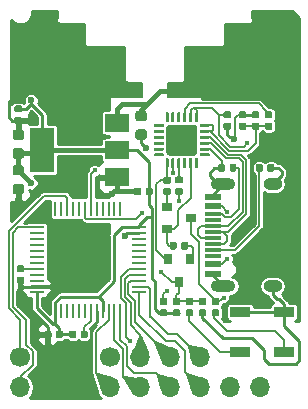
<source format=gtl>
G04 #@! TF.GenerationSoftware,KiCad,Pcbnew,5.0.2+dfsg1-1*
G04 #@! TF.CreationDate,2021-01-20T13:30:11+01:00*
G04 #@! TF.ProjectId,edgedriver,65646765-6472-4697-9665-722e6b696361,rev?*
G04 #@! TF.SameCoordinates,Original*
G04 #@! TF.FileFunction,Copper,L1,Top*
G04 #@! TF.FilePolarity,Positive*
%FSLAX46Y46*%
G04 Gerber Fmt 4.6, Leading zero omitted, Abs format (unit mm)*
G04 Created by KiCad (PCBNEW 5.0.2+dfsg1-1) date Wed Jan 20 13:30:11 2021*
%MOMM*%
%LPD*%
G01*
G04 APERTURE LIST*
G04 #@! TA.AperFunction,SMDPad,CuDef*
%ADD10R,0.250000X1.300000*%
G04 #@! TD*
G04 #@! TA.AperFunction,SMDPad,CuDef*
%ADD11R,1.300000X0.250000*%
G04 #@! TD*
G04 #@! TA.AperFunction,Conductor*
%ADD12C,0.100000*%
G04 #@! TD*
G04 #@! TA.AperFunction,SMDPad,CuDef*
%ADD13C,0.590000*%
G04 #@! TD*
G04 #@! TA.AperFunction,SMDPad,CuDef*
%ADD14R,1.700000X0.900000*%
G04 #@! TD*
G04 #@! TA.AperFunction,ComponentPad*
%ADD15O,1.600000X1.000000*%
G04 #@! TD*
G04 #@! TA.AperFunction,ComponentPad*
%ADD16O,2.100000X1.000000*%
G04 #@! TD*
G04 #@! TA.AperFunction,SMDPad,CuDef*
%ADD17R,1.450000X0.300000*%
G04 #@! TD*
G04 #@! TA.AperFunction,SMDPad,CuDef*
%ADD18R,1.450000X0.600000*%
G04 #@! TD*
G04 #@! TA.AperFunction,SMDPad,CuDef*
%ADD19R,0.900000X0.800000*%
G04 #@! TD*
G04 #@! TA.AperFunction,SMDPad,CuDef*
%ADD20R,0.800000X0.900000*%
G04 #@! TD*
G04 #@! TA.AperFunction,SMDPad,CuDef*
%ADD21C,0.875000*%
G04 #@! TD*
G04 #@! TA.AperFunction,ComponentPad*
%ADD22C,1.700000*%
G04 #@! TD*
G04 #@! TA.AperFunction,ComponentPad*
%ADD23O,1.700000X1.700000*%
G04 #@! TD*
G04 #@! TA.AperFunction,SMDPad,CuDef*
%ADD24R,2.000000X3.800000*%
G04 #@! TD*
G04 #@! TA.AperFunction,SMDPad,CuDef*
%ADD25R,2.000000X1.500000*%
G04 #@! TD*
G04 #@! TA.AperFunction,SMDPad,CuDef*
%ADD26C,2.600000*%
G04 #@! TD*
G04 #@! TA.AperFunction,SMDPad,CuDef*
%ADD27C,0.250000*%
G04 #@! TD*
G04 #@! TA.AperFunction,ViaPad*
%ADD28C,0.450000*%
G04 #@! TD*
G04 #@! TA.AperFunction,ViaPad*
%ADD29C,0.600000*%
G04 #@! TD*
G04 #@! TA.AperFunction,Conductor*
%ADD30C,0.150000*%
G04 #@! TD*
G04 #@! TA.AperFunction,Conductor*
%ADD31C,0.400000*%
G04 #@! TD*
G04 #@! TA.AperFunction,Conductor*
%ADD32C,0.240000*%
G04 #@! TD*
G04 #@! TA.AperFunction,Conductor*
%ADD33C,0.200000*%
G04 #@! TD*
G04 #@! TA.AperFunction,Conductor*
%ADD34C,0.180000*%
G04 #@! TD*
G04 #@! TA.AperFunction,Conductor*
%ADD35C,0.254000*%
G04 #@! TD*
G04 APERTURE END LIST*
D10*
G04 #@! TO.P,U2,1*
G04 #@! TO.N,3V3*
X-8450000Y6450000D03*
G04 #@! TO.P,U2,2*
G04 #@! TO.N,Net-(U2-Pad2)*
X-7950000Y6450000D03*
G04 #@! TO.P,U2,3*
G04 #@! TO.N,Net-(U2-Pad3)*
X-7450000Y6450000D03*
G04 #@! TO.P,U2,4*
G04 #@! TO.N,Net-(U2-Pad4)*
X-6950000Y6450000D03*
G04 #@! TO.P,U2,5*
G04 #@! TO.N,Net-(U2-Pad5)*
X-6450000Y6450000D03*
G04 #@! TO.P,U2,6*
G04 #@! TO.N,Net-(U2-Pad6)*
X-5950000Y6450000D03*
G04 #@! TO.P,U2,7*
G04 #@! TO.N,Net-(R6-Pad1)*
X-5450000Y6450000D03*
G04 #@! TO.P,U2,8*
G04 #@! TO.N,GND*
X-4950000Y6450000D03*
G04 #@! TO.P,U2,9*
G04 #@! TO.N,3V3*
X-4450000Y6450000D03*
G04 #@! TO.P,U2,10*
G04 #@! TO.N,Net-(J1-Pad3)*
X-3950000Y6450000D03*
G04 #@! TO.P,U2,11*
G04 #@! TO.N,Net-(J1-Pad4)*
X-3450000Y6450000D03*
G04 #@! TO.P,U2,12*
G04 #@! TO.N,Net-(J1-Pad5)*
X-2950000Y6450000D03*
D11*
G04 #@! TO.P,U2,13*
G04 #@! TO.N,Net-(J1-Pad6)*
X-1350000Y8050000D03*
G04 #@! TO.P,U2,14*
G04 #@! TO.N,Net-(J3-Pad4)*
X-1350000Y8550000D03*
G04 #@! TO.P,U2,15*
G04 #@! TO.N,Net-(J3-Pad3)*
X-1350000Y9050000D03*
G04 #@! TO.P,U2,16*
G04 #@! TO.N,Net-(J3-Pad2)*
X-1350000Y9550000D03*
G04 #@! TO.P,U2,17*
G04 #@! TO.N,Net-(J3-Pad1)*
X-1350000Y10050000D03*
G04 #@! TO.P,U2,18*
G04 #@! TO.N,Net-(U2-Pad18)*
X-1350000Y10550000D03*
G04 #@! TO.P,U2,19*
G04 #@! TO.N,Net-(U2-Pad19)*
X-1350000Y11050000D03*
G04 #@! TO.P,U2,20*
G04 #@! TO.N,Net-(U2-Pad20)*
X-1350000Y11550000D03*
G04 #@! TO.P,U2,21*
G04 #@! TO.N,Net-(U2-Pad21)*
X-1350000Y12050000D03*
G04 #@! TO.P,U2,22*
G04 #@! TO.N,Net-(U2-Pad22)*
X-1350000Y12550000D03*
G04 #@! TO.P,U2,23*
G04 #@! TO.N,GND*
X-1350000Y13050000D03*
G04 #@! TO.P,U2,24*
G04 #@! TO.N,3V3*
X-1350000Y13550000D03*
D10*
G04 #@! TO.P,U2,25*
G04 #@! TO.N,Net-(U2-Pad25)*
X-2950000Y15150000D03*
G04 #@! TO.P,U2,26*
G04 #@! TO.N,Net-(U2-Pad26)*
X-3450000Y15150000D03*
G04 #@! TO.P,U2,27*
G04 #@! TO.N,Net-(U2-Pad27)*
X-3950000Y15150000D03*
G04 #@! TO.P,U2,28*
G04 #@! TO.N,Net-(U2-Pad28)*
X-4450000Y15150000D03*
G04 #@! TO.P,U2,29*
G04 #@! TO.N,Net-(U2-Pad29)*
X-4950000Y15150000D03*
G04 #@! TO.P,U2,30*
G04 #@! TO.N,STMTX*
X-5450000Y15150000D03*
G04 #@! TO.P,U2,31*
G04 #@! TO.N,STMRX*
X-5950000Y15150000D03*
G04 #@! TO.P,U2,32*
G04 #@! TO.N,Net-(U2-Pad32)*
X-6450000Y15150000D03*
G04 #@! TO.P,U2,33*
G04 #@! TO.N,Net-(U2-Pad33)*
X-6950000Y15150000D03*
G04 #@! TO.P,U2,34*
G04 #@! TO.N,SWDIO*
X-7450000Y15150000D03*
G04 #@! TO.P,U2,35*
G04 #@! TO.N,Net-(U2-Pad35)*
X-7950000Y15150000D03*
G04 #@! TO.P,U2,36*
G04 #@! TO.N,Net-(U2-Pad36)*
X-8450000Y15150000D03*
D11*
G04 #@! TO.P,U2,37*
G04 #@! TO.N,SWDCLK*
X-10050000Y13550000D03*
G04 #@! TO.P,U2,38*
G04 #@! TO.N,Net-(U2-Pad38)*
X-10050000Y13050000D03*
G04 #@! TO.P,U2,39*
G04 #@! TO.N,Net-(U2-Pad39)*
X-10050000Y12550000D03*
G04 #@! TO.P,U2,40*
G04 #@! TO.N,Net-(U2-Pad40)*
X-10050000Y12050000D03*
G04 #@! TO.P,U2,41*
G04 #@! TO.N,Net-(U2-Pad41)*
X-10050000Y11550000D03*
G04 #@! TO.P,U2,42*
G04 #@! TO.N,Net-(U2-Pad42)*
X-10050000Y11050000D03*
G04 #@! TO.P,U2,43*
G04 #@! TO.N,Net-(U2-Pad43)*
X-10050000Y10550000D03*
G04 #@! TO.P,U2,44*
G04 #@! TO.N,Net-(R7-Pad1)*
X-10050000Y10050000D03*
G04 #@! TO.P,U2,45*
G04 #@! TO.N,Net-(U2-Pad45)*
X-10050000Y9550000D03*
G04 #@! TO.P,U2,46*
G04 #@! TO.N,Net-(U2-Pad46)*
X-10050000Y9050000D03*
G04 #@! TO.P,U2,47*
G04 #@! TO.N,GND*
X-10050000Y8550000D03*
G04 #@! TO.P,U2,48*
G04 #@! TO.N,3V3*
X-10050000Y8050000D03*
G04 #@! TD*
D12*
G04 #@! TO.N,Net-(R6-Pad1)*
G04 #@! TO.C,R6*
G36*
X-5853042Y4819290D02*
X-5838724Y4817166D01*
X-5824683Y4813649D01*
X-5811054Y4808772D01*
X-5797969Y4802583D01*
X-5785553Y4795142D01*
X-5773927Y4786519D01*
X-5763202Y4776798D01*
X-5753481Y4766073D01*
X-5744858Y4754447D01*
X-5737417Y4742031D01*
X-5731228Y4728946D01*
X-5726351Y4715317D01*
X-5722834Y4701276D01*
X-5720710Y4686958D01*
X-5720000Y4672500D01*
X-5720000Y4327500D01*
X-5720710Y4313042D01*
X-5722834Y4298724D01*
X-5726351Y4284683D01*
X-5731228Y4271054D01*
X-5737417Y4257969D01*
X-5744858Y4245553D01*
X-5753481Y4233927D01*
X-5763202Y4223202D01*
X-5773927Y4213481D01*
X-5785553Y4204858D01*
X-5797969Y4197417D01*
X-5811054Y4191228D01*
X-5824683Y4186351D01*
X-5838724Y4182834D01*
X-5853042Y4180710D01*
X-5867500Y4180000D01*
X-6162500Y4180000D01*
X-6176958Y4180710D01*
X-6191276Y4182834D01*
X-6205317Y4186351D01*
X-6218946Y4191228D01*
X-6232031Y4197417D01*
X-6244447Y4204858D01*
X-6256073Y4213481D01*
X-6266798Y4223202D01*
X-6276519Y4233927D01*
X-6285142Y4245553D01*
X-6292583Y4257969D01*
X-6298772Y4271054D01*
X-6303649Y4284683D01*
X-6307166Y4298724D01*
X-6309290Y4313042D01*
X-6310000Y4327500D01*
X-6310000Y4672500D01*
X-6309290Y4686958D01*
X-6307166Y4701276D01*
X-6303649Y4715317D01*
X-6298772Y4728946D01*
X-6292583Y4742031D01*
X-6285142Y4754447D01*
X-6276519Y4766073D01*
X-6266798Y4776798D01*
X-6256073Y4786519D01*
X-6244447Y4795142D01*
X-6232031Y4802583D01*
X-6218946Y4808772D01*
X-6205317Y4813649D01*
X-6191276Y4817166D01*
X-6176958Y4819290D01*
X-6162500Y4820000D01*
X-5867500Y4820000D01*
X-5853042Y4819290D01*
X-5853042Y4819290D01*
G37*
D13*
G04 #@! TD*
G04 #@! TO.P,R6,1*
G04 #@! TO.N,Net-(R6-Pad1)*
X-6015000Y4500000D03*
D12*
G04 #@! TO.N,3V3*
G04 #@! TO.C,R6*
G36*
X-6823042Y4819290D02*
X-6808724Y4817166D01*
X-6794683Y4813649D01*
X-6781054Y4808772D01*
X-6767969Y4802583D01*
X-6755553Y4795142D01*
X-6743927Y4786519D01*
X-6733202Y4776798D01*
X-6723481Y4766073D01*
X-6714858Y4754447D01*
X-6707417Y4742031D01*
X-6701228Y4728946D01*
X-6696351Y4715317D01*
X-6692834Y4701276D01*
X-6690710Y4686958D01*
X-6690000Y4672500D01*
X-6690000Y4327500D01*
X-6690710Y4313042D01*
X-6692834Y4298724D01*
X-6696351Y4284683D01*
X-6701228Y4271054D01*
X-6707417Y4257969D01*
X-6714858Y4245553D01*
X-6723481Y4233927D01*
X-6733202Y4223202D01*
X-6743927Y4213481D01*
X-6755553Y4204858D01*
X-6767969Y4197417D01*
X-6781054Y4191228D01*
X-6794683Y4186351D01*
X-6808724Y4182834D01*
X-6823042Y4180710D01*
X-6837500Y4180000D01*
X-7132500Y4180000D01*
X-7146958Y4180710D01*
X-7161276Y4182834D01*
X-7175317Y4186351D01*
X-7188946Y4191228D01*
X-7202031Y4197417D01*
X-7214447Y4204858D01*
X-7226073Y4213481D01*
X-7236798Y4223202D01*
X-7246519Y4233927D01*
X-7255142Y4245553D01*
X-7262583Y4257969D01*
X-7268772Y4271054D01*
X-7273649Y4284683D01*
X-7277166Y4298724D01*
X-7279290Y4313042D01*
X-7280000Y4327500D01*
X-7280000Y4672500D01*
X-7279290Y4686958D01*
X-7277166Y4701276D01*
X-7273649Y4715317D01*
X-7268772Y4728946D01*
X-7262583Y4742031D01*
X-7255142Y4754447D01*
X-7246519Y4766073D01*
X-7236798Y4776798D01*
X-7226073Y4786519D01*
X-7214447Y4795142D01*
X-7202031Y4802583D01*
X-7188946Y4808772D01*
X-7175317Y4813649D01*
X-7161276Y4817166D01*
X-7146958Y4819290D01*
X-7132500Y4820000D01*
X-6837500Y4820000D01*
X-6823042Y4819290D01*
X-6823042Y4819290D01*
G37*
D13*
G04 #@! TD*
G04 #@! TO.P,R6,2*
G04 #@! TO.N,3V3*
X-6985000Y4500000D03*
D12*
G04 #@! TO.N,3V3*
G04 #@! TO.C,C8*
G36*
X-7953042Y4819290D02*
X-7938724Y4817166D01*
X-7924683Y4813649D01*
X-7911054Y4808772D01*
X-7897969Y4802583D01*
X-7885553Y4795142D01*
X-7873927Y4786519D01*
X-7863202Y4776798D01*
X-7853481Y4766073D01*
X-7844858Y4754447D01*
X-7837417Y4742031D01*
X-7831228Y4728946D01*
X-7826351Y4715317D01*
X-7822834Y4701276D01*
X-7820710Y4686958D01*
X-7820000Y4672500D01*
X-7820000Y4327500D01*
X-7820710Y4313042D01*
X-7822834Y4298724D01*
X-7826351Y4284683D01*
X-7831228Y4271054D01*
X-7837417Y4257969D01*
X-7844858Y4245553D01*
X-7853481Y4233927D01*
X-7863202Y4223202D01*
X-7873927Y4213481D01*
X-7885553Y4204858D01*
X-7897969Y4197417D01*
X-7911054Y4191228D01*
X-7924683Y4186351D01*
X-7938724Y4182834D01*
X-7953042Y4180710D01*
X-7967500Y4180000D01*
X-8262500Y4180000D01*
X-8276958Y4180710D01*
X-8291276Y4182834D01*
X-8305317Y4186351D01*
X-8318946Y4191228D01*
X-8332031Y4197417D01*
X-8344447Y4204858D01*
X-8356073Y4213481D01*
X-8366798Y4223202D01*
X-8376519Y4233927D01*
X-8385142Y4245553D01*
X-8392583Y4257969D01*
X-8398772Y4271054D01*
X-8403649Y4284683D01*
X-8407166Y4298724D01*
X-8409290Y4313042D01*
X-8410000Y4327500D01*
X-8410000Y4672500D01*
X-8409290Y4686958D01*
X-8407166Y4701276D01*
X-8403649Y4715317D01*
X-8398772Y4728946D01*
X-8392583Y4742031D01*
X-8385142Y4754447D01*
X-8376519Y4766073D01*
X-8366798Y4776798D01*
X-8356073Y4786519D01*
X-8344447Y4795142D01*
X-8332031Y4802583D01*
X-8318946Y4808772D01*
X-8305317Y4813649D01*
X-8291276Y4817166D01*
X-8276958Y4819290D01*
X-8262500Y4820000D01*
X-7967500Y4820000D01*
X-7953042Y4819290D01*
X-7953042Y4819290D01*
G37*
D13*
G04 #@! TD*
G04 #@! TO.P,C8,1*
G04 #@! TO.N,3V3*
X-8115000Y4500000D03*
D12*
G04 #@! TO.N,GND*
G04 #@! TO.C,C8*
G36*
X-8923042Y4819290D02*
X-8908724Y4817166D01*
X-8894683Y4813649D01*
X-8881054Y4808772D01*
X-8867969Y4802583D01*
X-8855553Y4795142D01*
X-8843927Y4786519D01*
X-8833202Y4776798D01*
X-8823481Y4766073D01*
X-8814858Y4754447D01*
X-8807417Y4742031D01*
X-8801228Y4728946D01*
X-8796351Y4715317D01*
X-8792834Y4701276D01*
X-8790710Y4686958D01*
X-8790000Y4672500D01*
X-8790000Y4327500D01*
X-8790710Y4313042D01*
X-8792834Y4298724D01*
X-8796351Y4284683D01*
X-8801228Y4271054D01*
X-8807417Y4257969D01*
X-8814858Y4245553D01*
X-8823481Y4233927D01*
X-8833202Y4223202D01*
X-8843927Y4213481D01*
X-8855553Y4204858D01*
X-8867969Y4197417D01*
X-8881054Y4191228D01*
X-8894683Y4186351D01*
X-8908724Y4182834D01*
X-8923042Y4180710D01*
X-8937500Y4180000D01*
X-9232500Y4180000D01*
X-9246958Y4180710D01*
X-9261276Y4182834D01*
X-9275317Y4186351D01*
X-9288946Y4191228D01*
X-9302031Y4197417D01*
X-9314447Y4204858D01*
X-9326073Y4213481D01*
X-9336798Y4223202D01*
X-9346519Y4233927D01*
X-9355142Y4245553D01*
X-9362583Y4257969D01*
X-9368772Y4271054D01*
X-9373649Y4284683D01*
X-9377166Y4298724D01*
X-9379290Y4313042D01*
X-9380000Y4327500D01*
X-9380000Y4672500D01*
X-9379290Y4686958D01*
X-9377166Y4701276D01*
X-9373649Y4715317D01*
X-9368772Y4728946D01*
X-9362583Y4742031D01*
X-9355142Y4754447D01*
X-9346519Y4766073D01*
X-9336798Y4776798D01*
X-9326073Y4786519D01*
X-9314447Y4795142D01*
X-9302031Y4802583D01*
X-9288946Y4808772D01*
X-9275317Y4813649D01*
X-9261276Y4817166D01*
X-9246958Y4819290D01*
X-9232500Y4820000D01*
X-8937500Y4820000D01*
X-8923042Y4819290D01*
X-8923042Y4819290D01*
G37*
D13*
G04 #@! TD*
G04 #@! TO.P,C8,2*
G04 #@! TO.N,GND*
X-9085000Y4500000D03*
D12*
G04 #@! TO.N,GND*
G04 #@! TO.C,R7*
G36*
X-11223042Y9379290D02*
X-11208724Y9377166D01*
X-11194683Y9373649D01*
X-11181054Y9368772D01*
X-11167969Y9362583D01*
X-11155553Y9355142D01*
X-11143927Y9346519D01*
X-11133202Y9336798D01*
X-11123481Y9326073D01*
X-11114858Y9314447D01*
X-11107417Y9302031D01*
X-11101228Y9288946D01*
X-11096351Y9275317D01*
X-11092834Y9261276D01*
X-11090710Y9246958D01*
X-11090000Y9232500D01*
X-11090000Y8937500D01*
X-11090710Y8923042D01*
X-11092834Y8908724D01*
X-11096351Y8894683D01*
X-11101228Y8881054D01*
X-11107417Y8867969D01*
X-11114858Y8855553D01*
X-11123481Y8843927D01*
X-11133202Y8833202D01*
X-11143927Y8823481D01*
X-11155553Y8814858D01*
X-11167969Y8807417D01*
X-11181054Y8801228D01*
X-11194683Y8796351D01*
X-11208724Y8792834D01*
X-11223042Y8790710D01*
X-11237500Y8790000D01*
X-11582500Y8790000D01*
X-11596958Y8790710D01*
X-11611276Y8792834D01*
X-11625317Y8796351D01*
X-11638946Y8801228D01*
X-11652031Y8807417D01*
X-11664447Y8814858D01*
X-11676073Y8823481D01*
X-11686798Y8833202D01*
X-11696519Y8843927D01*
X-11705142Y8855553D01*
X-11712583Y8867969D01*
X-11718772Y8881054D01*
X-11723649Y8894683D01*
X-11727166Y8908724D01*
X-11729290Y8923042D01*
X-11730000Y8937500D01*
X-11730000Y9232500D01*
X-11729290Y9246958D01*
X-11727166Y9261276D01*
X-11723649Y9275317D01*
X-11718772Y9288946D01*
X-11712583Y9302031D01*
X-11705142Y9314447D01*
X-11696519Y9326073D01*
X-11686798Y9336798D01*
X-11676073Y9346519D01*
X-11664447Y9355142D01*
X-11652031Y9362583D01*
X-11638946Y9368772D01*
X-11625317Y9373649D01*
X-11611276Y9377166D01*
X-11596958Y9379290D01*
X-11582500Y9380000D01*
X-11237500Y9380000D01*
X-11223042Y9379290D01*
X-11223042Y9379290D01*
G37*
D13*
G04 #@! TD*
G04 #@! TO.P,R7,2*
G04 #@! TO.N,GND*
X-11410000Y9085000D03*
D12*
G04 #@! TO.N,Net-(R7-Pad1)*
G04 #@! TO.C,R7*
G36*
X-11223042Y10349290D02*
X-11208724Y10347166D01*
X-11194683Y10343649D01*
X-11181054Y10338772D01*
X-11167969Y10332583D01*
X-11155553Y10325142D01*
X-11143927Y10316519D01*
X-11133202Y10306798D01*
X-11123481Y10296073D01*
X-11114858Y10284447D01*
X-11107417Y10272031D01*
X-11101228Y10258946D01*
X-11096351Y10245317D01*
X-11092834Y10231276D01*
X-11090710Y10216958D01*
X-11090000Y10202500D01*
X-11090000Y9907500D01*
X-11090710Y9893042D01*
X-11092834Y9878724D01*
X-11096351Y9864683D01*
X-11101228Y9851054D01*
X-11107417Y9837969D01*
X-11114858Y9825553D01*
X-11123481Y9813927D01*
X-11133202Y9803202D01*
X-11143927Y9793481D01*
X-11155553Y9784858D01*
X-11167969Y9777417D01*
X-11181054Y9771228D01*
X-11194683Y9766351D01*
X-11208724Y9762834D01*
X-11223042Y9760710D01*
X-11237500Y9760000D01*
X-11582500Y9760000D01*
X-11596958Y9760710D01*
X-11611276Y9762834D01*
X-11625317Y9766351D01*
X-11638946Y9771228D01*
X-11652031Y9777417D01*
X-11664447Y9784858D01*
X-11676073Y9793481D01*
X-11686798Y9803202D01*
X-11696519Y9813927D01*
X-11705142Y9825553D01*
X-11712583Y9837969D01*
X-11718772Y9851054D01*
X-11723649Y9864683D01*
X-11727166Y9878724D01*
X-11729290Y9893042D01*
X-11730000Y9907500D01*
X-11730000Y10202500D01*
X-11729290Y10216958D01*
X-11727166Y10231276D01*
X-11723649Y10245317D01*
X-11718772Y10258946D01*
X-11712583Y10272031D01*
X-11705142Y10284447D01*
X-11696519Y10296073D01*
X-11686798Y10306798D01*
X-11676073Y10316519D01*
X-11664447Y10325142D01*
X-11652031Y10332583D01*
X-11638946Y10338772D01*
X-11625317Y10343649D01*
X-11611276Y10347166D01*
X-11596958Y10349290D01*
X-11582500Y10350000D01*
X-11237500Y10350000D01*
X-11223042Y10349290D01*
X-11223042Y10349290D01*
G37*
D13*
G04 #@! TD*
G04 #@! TO.P,R7,1*
G04 #@! TO.N,Net-(R7-Pad1)*
X-11410000Y10055000D03*
D14*
G04 #@! TO.P,SW1,1*
G04 #@! TO.N,Net-(R10-Pad2)*
X7200000Y3000000D03*
G04 #@! TO.P,SW1,2*
G04 #@! TO.N,GND*
X7200000Y6400000D03*
G04 #@! TD*
G04 #@! TO.P,SW2,2*
G04 #@! TO.N,GND*
X10900000Y6400000D03*
G04 #@! TO.P,SW2,1*
G04 #@! TO.N,Net-(R12-Pad2)*
X10900000Y3000000D03*
G04 #@! TD*
D15*
G04 #@! TO.P,J2,S1*
G04 #@! TO.N,GND*
X9950000Y17220000D03*
X9950000Y8580000D03*
D16*
X5770000Y8580000D03*
X5770000Y17220000D03*
D17*
G04 #@! TO.P,J2,A6*
G04 #@! TO.N,Net-(J2-PadA6)*
X4855000Y12650000D03*
G04 #@! TO.P,J2,B5*
G04 #@! TO.N,Net-(J2-PadB5)*
X4855000Y14650000D03*
G04 #@! TO.P,J2,A8*
G04 #@! TO.N,Net-(J2-PadA8)*
X4855000Y14150000D03*
G04 #@! TO.P,J2,B6*
G04 #@! TO.N,Net-(J2-PadA6)*
X4855000Y13650000D03*
G04 #@! TO.P,J2,A7*
G04 #@! TO.N,Net-(J2-PadA7)*
X4855000Y13150000D03*
G04 #@! TO.P,J2,B7*
X4855000Y12150000D03*
G04 #@! TO.P,J2,A5*
G04 #@! TO.N,Net-(J2-PadA5)*
X4855000Y11650000D03*
G04 #@! TO.P,J2,B8*
G04 #@! TO.N,Net-(J2-PadB8)*
X4855000Y11150000D03*
D18*
G04 #@! TO.P,J2,A12*
G04 #@! TO.N,GND*
X4855000Y16150000D03*
G04 #@! TO.P,J2,B4*
G04 #@! TO.N,Net-(C1-Pad1)*
X4855000Y15350000D03*
G04 #@! TO.P,J2,A4*
X4855000Y10450000D03*
G04 #@! TO.P,J2,A1*
G04 #@! TO.N,GND*
X4855000Y9650000D03*
G04 #@! TO.P,J2,B12*
X4855000Y9650000D03*
G04 #@! TO.P,J2,B9*
G04 #@! TO.N,Net-(C1-Pad1)*
X4855000Y10450000D03*
G04 #@! TO.P,J2,A9*
X4855000Y15350000D03*
G04 #@! TO.P,J2,B1*
G04 #@! TO.N,GND*
X4855000Y16150000D03*
G04 #@! TD*
D19*
G04 #@! TO.P,Q2,1*
G04 #@! TO.N,Net-(Q2-Pad1)*
X990000Y15290000D03*
G04 #@! TO.P,Q2,2*
G04 #@! TO.N,Net-(Q2-Pad2)*
X990000Y13390000D03*
G04 #@! TO.P,Q2,3*
G04 #@! TO.N,ESPRST*
X2990000Y14340000D03*
G04 #@! TD*
D20*
G04 #@! TO.P,Q1,3*
G04 #@! TO.N,ESPEN*
X2000000Y8900000D03*
G04 #@! TO.P,Q1,2*
G04 #@! TO.N,Net-(Q1-Pad2)*
X1050000Y10900000D03*
G04 #@! TO.P,Q1,1*
G04 #@! TO.N,Net-(Q1-Pad1)*
X2950000Y10900000D03*
G04 #@! TD*
D12*
G04 #@! TO.N,GND*
G04 #@! TO.C,C9*
G36*
X-11322309Y17248947D02*
X-11301074Y17245797D01*
X-11280250Y17240581D01*
X-11260038Y17233349D01*
X-11240632Y17224170D01*
X-11222219Y17213134D01*
X-11204976Y17200346D01*
X-11189070Y17185930D01*
X-11174654Y17170024D01*
X-11161866Y17152781D01*
X-11150830Y17134368D01*
X-11141651Y17114962D01*
X-11134419Y17094750D01*
X-11129203Y17073926D01*
X-11126053Y17052691D01*
X-11125000Y17031250D01*
X-11125000Y16593750D01*
X-11126053Y16572309D01*
X-11129203Y16551074D01*
X-11134419Y16530250D01*
X-11141651Y16510038D01*
X-11150830Y16490632D01*
X-11161866Y16472219D01*
X-11174654Y16454976D01*
X-11189070Y16439070D01*
X-11204976Y16424654D01*
X-11222219Y16411866D01*
X-11240632Y16400830D01*
X-11260038Y16391651D01*
X-11280250Y16384419D01*
X-11301074Y16379203D01*
X-11322309Y16376053D01*
X-11343750Y16375000D01*
X-11856250Y16375000D01*
X-11877691Y16376053D01*
X-11898926Y16379203D01*
X-11919750Y16384419D01*
X-11939962Y16391651D01*
X-11959368Y16400830D01*
X-11977781Y16411866D01*
X-11995024Y16424654D01*
X-12010930Y16439070D01*
X-12025346Y16454976D01*
X-12038134Y16472219D01*
X-12049170Y16490632D01*
X-12058349Y16510038D01*
X-12065581Y16530250D01*
X-12070797Y16551074D01*
X-12073947Y16572309D01*
X-12075000Y16593750D01*
X-12075000Y17031250D01*
X-12073947Y17052691D01*
X-12070797Y17073926D01*
X-12065581Y17094750D01*
X-12058349Y17114962D01*
X-12049170Y17134368D01*
X-12038134Y17152781D01*
X-12025346Y17170024D01*
X-12010930Y17185930D01*
X-11995024Y17200346D01*
X-11977781Y17213134D01*
X-11959368Y17224170D01*
X-11939962Y17233349D01*
X-11919750Y17240581D01*
X-11898926Y17245797D01*
X-11877691Y17248947D01*
X-11856250Y17250000D01*
X-11343750Y17250000D01*
X-11322309Y17248947D01*
X-11322309Y17248947D01*
G37*
D21*
G04 #@! TD*
G04 #@! TO.P,C9,2*
G04 #@! TO.N,GND*
X-11600000Y16812500D03*
D12*
G04 #@! TO.N,3V3*
G04 #@! TO.C,C9*
G36*
X-11322309Y18823947D02*
X-11301074Y18820797D01*
X-11280250Y18815581D01*
X-11260038Y18808349D01*
X-11240632Y18799170D01*
X-11222219Y18788134D01*
X-11204976Y18775346D01*
X-11189070Y18760930D01*
X-11174654Y18745024D01*
X-11161866Y18727781D01*
X-11150830Y18709368D01*
X-11141651Y18689962D01*
X-11134419Y18669750D01*
X-11129203Y18648926D01*
X-11126053Y18627691D01*
X-11125000Y18606250D01*
X-11125000Y18168750D01*
X-11126053Y18147309D01*
X-11129203Y18126074D01*
X-11134419Y18105250D01*
X-11141651Y18085038D01*
X-11150830Y18065632D01*
X-11161866Y18047219D01*
X-11174654Y18029976D01*
X-11189070Y18014070D01*
X-11204976Y17999654D01*
X-11222219Y17986866D01*
X-11240632Y17975830D01*
X-11260038Y17966651D01*
X-11280250Y17959419D01*
X-11301074Y17954203D01*
X-11322309Y17951053D01*
X-11343750Y17950000D01*
X-11856250Y17950000D01*
X-11877691Y17951053D01*
X-11898926Y17954203D01*
X-11919750Y17959419D01*
X-11939962Y17966651D01*
X-11959368Y17975830D01*
X-11977781Y17986866D01*
X-11995024Y17999654D01*
X-12010930Y18014070D01*
X-12025346Y18029976D01*
X-12038134Y18047219D01*
X-12049170Y18065632D01*
X-12058349Y18085038D01*
X-12065581Y18105250D01*
X-12070797Y18126074D01*
X-12073947Y18147309D01*
X-12075000Y18168750D01*
X-12075000Y18606250D01*
X-12073947Y18627691D01*
X-12070797Y18648926D01*
X-12065581Y18669750D01*
X-12058349Y18689962D01*
X-12049170Y18709368D01*
X-12038134Y18727781D01*
X-12025346Y18745024D01*
X-12010930Y18760930D01*
X-11995024Y18775346D01*
X-11977781Y18788134D01*
X-11959368Y18799170D01*
X-11939962Y18808349D01*
X-11919750Y18815581D01*
X-11898926Y18820797D01*
X-11877691Y18823947D01*
X-11856250Y18825000D01*
X-11343750Y18825000D01*
X-11322309Y18823947D01*
X-11322309Y18823947D01*
G37*
D21*
G04 #@! TD*
G04 #@! TO.P,C9,1*
G04 #@! TO.N,3V3*
X-11600000Y18387500D03*
D22*
G04 #@! TO.P,J4,1*
G04 #@! TO.N,SWDIO*
X-11430000Y2540000D03*
D23*
G04 #@! TO.P,J4,2*
G04 #@! TO.N,SWDCLK*
X-11430000Y0D03*
G04 #@! TD*
D12*
G04 #@! TO.N,+5V*
G04 #@! TO.C,C2*
G36*
X-922309Y23423947D02*
X-901074Y23420797D01*
X-880250Y23415581D01*
X-860038Y23408349D01*
X-840632Y23399170D01*
X-822219Y23388134D01*
X-804976Y23375346D01*
X-789070Y23360930D01*
X-774654Y23345024D01*
X-761866Y23327781D01*
X-750830Y23309368D01*
X-741651Y23289962D01*
X-734419Y23269750D01*
X-729203Y23248926D01*
X-726053Y23227691D01*
X-725000Y23206250D01*
X-725000Y22768750D01*
X-726053Y22747309D01*
X-729203Y22726074D01*
X-734419Y22705250D01*
X-741651Y22685038D01*
X-750830Y22665632D01*
X-761866Y22647219D01*
X-774654Y22629976D01*
X-789070Y22614070D01*
X-804976Y22599654D01*
X-822219Y22586866D01*
X-840632Y22575830D01*
X-860038Y22566651D01*
X-880250Y22559419D01*
X-901074Y22554203D01*
X-922309Y22551053D01*
X-943750Y22550000D01*
X-1456250Y22550000D01*
X-1477691Y22551053D01*
X-1498926Y22554203D01*
X-1519750Y22559419D01*
X-1539962Y22566651D01*
X-1559368Y22575830D01*
X-1577781Y22586866D01*
X-1595024Y22599654D01*
X-1610930Y22614070D01*
X-1625346Y22629976D01*
X-1638134Y22647219D01*
X-1649170Y22665632D01*
X-1658349Y22685038D01*
X-1665581Y22705250D01*
X-1670797Y22726074D01*
X-1673947Y22747309D01*
X-1675000Y22768750D01*
X-1675000Y23206250D01*
X-1673947Y23227691D01*
X-1670797Y23248926D01*
X-1665581Y23269750D01*
X-1658349Y23289962D01*
X-1649170Y23309368D01*
X-1638134Y23327781D01*
X-1625346Y23345024D01*
X-1610930Y23360930D01*
X-1595024Y23375346D01*
X-1577781Y23388134D01*
X-1559368Y23399170D01*
X-1539962Y23408349D01*
X-1519750Y23415581D01*
X-1498926Y23420797D01*
X-1477691Y23423947D01*
X-1456250Y23425000D01*
X-943750Y23425000D01*
X-922309Y23423947D01*
X-922309Y23423947D01*
G37*
D21*
G04 #@! TD*
G04 #@! TO.P,C2,1*
G04 #@! TO.N,+5V*
X-1200000Y22987500D03*
D12*
G04 #@! TO.N,GND*
G04 #@! TO.C,C2*
G36*
X-922309Y21848947D02*
X-901074Y21845797D01*
X-880250Y21840581D01*
X-860038Y21833349D01*
X-840632Y21824170D01*
X-822219Y21813134D01*
X-804976Y21800346D01*
X-789070Y21785930D01*
X-774654Y21770024D01*
X-761866Y21752781D01*
X-750830Y21734368D01*
X-741651Y21714962D01*
X-734419Y21694750D01*
X-729203Y21673926D01*
X-726053Y21652691D01*
X-725000Y21631250D01*
X-725000Y21193750D01*
X-726053Y21172309D01*
X-729203Y21151074D01*
X-734419Y21130250D01*
X-741651Y21110038D01*
X-750830Y21090632D01*
X-761866Y21072219D01*
X-774654Y21054976D01*
X-789070Y21039070D01*
X-804976Y21024654D01*
X-822219Y21011866D01*
X-840632Y21000830D01*
X-860038Y20991651D01*
X-880250Y20984419D01*
X-901074Y20979203D01*
X-922309Y20976053D01*
X-943750Y20975000D01*
X-1456250Y20975000D01*
X-1477691Y20976053D01*
X-1498926Y20979203D01*
X-1519750Y20984419D01*
X-1539962Y20991651D01*
X-1559368Y21000830D01*
X-1577781Y21011866D01*
X-1595024Y21024654D01*
X-1610930Y21039070D01*
X-1625346Y21054976D01*
X-1638134Y21072219D01*
X-1649170Y21090632D01*
X-1658349Y21110038D01*
X-1665581Y21130250D01*
X-1670797Y21151074D01*
X-1673947Y21172309D01*
X-1675000Y21193750D01*
X-1675000Y21631250D01*
X-1673947Y21652691D01*
X-1670797Y21673926D01*
X-1665581Y21694750D01*
X-1658349Y21714962D01*
X-1649170Y21734368D01*
X-1638134Y21752781D01*
X-1625346Y21770024D01*
X-1610930Y21785930D01*
X-1595024Y21800346D01*
X-1577781Y21813134D01*
X-1559368Y21824170D01*
X-1539962Y21833349D01*
X-1519750Y21840581D01*
X-1498926Y21845797D01*
X-1477691Y21848947D01*
X-1456250Y21850000D01*
X-943750Y21850000D01*
X-922309Y21848947D01*
X-922309Y21848947D01*
G37*
D21*
G04 #@! TD*
G04 #@! TO.P,C2,2*
G04 #@! TO.N,GND*
X-1200000Y21412500D03*
D12*
G04 #@! TO.N,GND*
G04 #@! TO.C,C4*
G36*
X-11322309Y21823947D02*
X-11301074Y21820797D01*
X-11280250Y21815581D01*
X-11260038Y21808349D01*
X-11240632Y21799170D01*
X-11222219Y21788134D01*
X-11204976Y21775346D01*
X-11189070Y21760930D01*
X-11174654Y21745024D01*
X-11161866Y21727781D01*
X-11150830Y21709368D01*
X-11141651Y21689962D01*
X-11134419Y21669750D01*
X-11129203Y21648926D01*
X-11126053Y21627691D01*
X-11125000Y21606250D01*
X-11125000Y21168750D01*
X-11126053Y21147309D01*
X-11129203Y21126074D01*
X-11134419Y21105250D01*
X-11141651Y21085038D01*
X-11150830Y21065632D01*
X-11161866Y21047219D01*
X-11174654Y21029976D01*
X-11189070Y21014070D01*
X-11204976Y20999654D01*
X-11222219Y20986866D01*
X-11240632Y20975830D01*
X-11260038Y20966651D01*
X-11280250Y20959419D01*
X-11301074Y20954203D01*
X-11322309Y20951053D01*
X-11343750Y20950000D01*
X-11856250Y20950000D01*
X-11877691Y20951053D01*
X-11898926Y20954203D01*
X-11919750Y20959419D01*
X-11939962Y20966651D01*
X-11959368Y20975830D01*
X-11977781Y20986866D01*
X-11995024Y20999654D01*
X-12010930Y21014070D01*
X-12025346Y21029976D01*
X-12038134Y21047219D01*
X-12049170Y21065632D01*
X-12058349Y21085038D01*
X-12065581Y21105250D01*
X-12070797Y21126074D01*
X-12073947Y21147309D01*
X-12075000Y21168750D01*
X-12075000Y21606250D01*
X-12073947Y21627691D01*
X-12070797Y21648926D01*
X-12065581Y21669750D01*
X-12058349Y21689962D01*
X-12049170Y21709368D01*
X-12038134Y21727781D01*
X-12025346Y21745024D01*
X-12010930Y21760930D01*
X-11995024Y21775346D01*
X-11977781Y21788134D01*
X-11959368Y21799170D01*
X-11939962Y21808349D01*
X-11919750Y21815581D01*
X-11898926Y21820797D01*
X-11877691Y21823947D01*
X-11856250Y21825000D01*
X-11343750Y21825000D01*
X-11322309Y21823947D01*
X-11322309Y21823947D01*
G37*
D21*
G04 #@! TD*
G04 #@! TO.P,C4,2*
G04 #@! TO.N,GND*
X-11600000Y21387500D03*
D12*
G04 #@! TO.N,3V3*
G04 #@! TO.C,C4*
G36*
X-11322309Y20248947D02*
X-11301074Y20245797D01*
X-11280250Y20240581D01*
X-11260038Y20233349D01*
X-11240632Y20224170D01*
X-11222219Y20213134D01*
X-11204976Y20200346D01*
X-11189070Y20185930D01*
X-11174654Y20170024D01*
X-11161866Y20152781D01*
X-11150830Y20134368D01*
X-11141651Y20114962D01*
X-11134419Y20094750D01*
X-11129203Y20073926D01*
X-11126053Y20052691D01*
X-11125000Y20031250D01*
X-11125000Y19593750D01*
X-11126053Y19572309D01*
X-11129203Y19551074D01*
X-11134419Y19530250D01*
X-11141651Y19510038D01*
X-11150830Y19490632D01*
X-11161866Y19472219D01*
X-11174654Y19454976D01*
X-11189070Y19439070D01*
X-11204976Y19424654D01*
X-11222219Y19411866D01*
X-11240632Y19400830D01*
X-11260038Y19391651D01*
X-11280250Y19384419D01*
X-11301074Y19379203D01*
X-11322309Y19376053D01*
X-11343750Y19375000D01*
X-11856250Y19375000D01*
X-11877691Y19376053D01*
X-11898926Y19379203D01*
X-11919750Y19384419D01*
X-11939962Y19391651D01*
X-11959368Y19400830D01*
X-11977781Y19411866D01*
X-11995024Y19424654D01*
X-12010930Y19439070D01*
X-12025346Y19454976D01*
X-12038134Y19472219D01*
X-12049170Y19490632D01*
X-12058349Y19510038D01*
X-12065581Y19530250D01*
X-12070797Y19551074D01*
X-12073947Y19572309D01*
X-12075000Y19593750D01*
X-12075000Y20031250D01*
X-12073947Y20052691D01*
X-12070797Y20073926D01*
X-12065581Y20094750D01*
X-12058349Y20114962D01*
X-12049170Y20134368D01*
X-12038134Y20152781D01*
X-12025346Y20170024D01*
X-12010930Y20185930D01*
X-11995024Y20200346D01*
X-11977781Y20213134D01*
X-11959368Y20224170D01*
X-11939962Y20233349D01*
X-11919750Y20240581D01*
X-11898926Y20245797D01*
X-11877691Y20248947D01*
X-11856250Y20250000D01*
X-11343750Y20250000D01*
X-11322309Y20248947D01*
X-11322309Y20248947D01*
G37*
D21*
G04 #@! TD*
G04 #@! TO.P,C4,1*
G04 #@! TO.N,3V3*
X-11600000Y19812500D03*
D22*
G04 #@! TO.P,J3,1*
G04 #@! TO.N,Net-(J3-Pad1)*
X-3810000Y2540000D03*
D23*
G04 #@! TO.P,J3,2*
G04 #@! TO.N,Net-(J3-Pad2)*
X-1270000Y2540000D03*
G04 #@! TO.P,J3,3*
G04 #@! TO.N,Net-(J3-Pad3)*
X1270000Y2540000D03*
G04 #@! TO.P,J3,4*
G04 #@! TO.N,Net-(J3-Pad4)*
X3810000Y2540000D03*
G04 #@! TD*
D24*
G04 #@! TO.P,U3,2*
G04 #@! TO.N,3V3*
X-9550000Y20100000D03*
D25*
X-3250000Y20100000D03*
G04 #@! TO.P,U3,3*
G04 #@! TO.N,+5V*
X-3250000Y22400000D03*
G04 #@! TO.P,U3,1*
G04 #@! TO.N,GND*
X-3250000Y17800000D03*
G04 #@! TD*
D12*
G04 #@! TO.N,GND*
G04 #@! TO.C,U4*
G36*
X3324504Y22236296D02*
X3348773Y22232696D01*
X3372571Y22226735D01*
X3395671Y22218470D01*
X3417849Y22207980D01*
X3438893Y22195367D01*
X3458598Y22180753D01*
X3476777Y22164277D01*
X3493253Y22146098D01*
X3507867Y22126393D01*
X3520480Y22105349D01*
X3530970Y22083171D01*
X3539235Y22060071D01*
X3545196Y22036273D01*
X3548796Y22012004D01*
X3550000Y21987500D01*
X3550000Y19887500D01*
X3548796Y19862996D01*
X3545196Y19838727D01*
X3539235Y19814929D01*
X3530970Y19791829D01*
X3520480Y19769651D01*
X3507867Y19748607D01*
X3493253Y19728902D01*
X3476777Y19710723D01*
X3458598Y19694247D01*
X3438893Y19679633D01*
X3417849Y19667020D01*
X3395671Y19656530D01*
X3372571Y19648265D01*
X3348773Y19642304D01*
X3324504Y19638704D01*
X3300000Y19637500D01*
X1200000Y19637500D01*
X1175496Y19638704D01*
X1151227Y19642304D01*
X1127429Y19648265D01*
X1104329Y19656530D01*
X1082151Y19667020D01*
X1061107Y19679633D01*
X1041402Y19694247D01*
X1023223Y19710723D01*
X1006747Y19728902D01*
X992133Y19748607D01*
X979520Y19769651D01*
X969030Y19791829D01*
X960765Y19814929D01*
X954804Y19838727D01*
X951204Y19862996D01*
X950000Y19887500D01*
X950000Y21987500D01*
X951204Y22012004D01*
X954804Y22036273D01*
X960765Y22060071D01*
X969030Y22083171D01*
X979520Y22105349D01*
X992133Y22126393D01*
X1006747Y22146098D01*
X1023223Y22164277D01*
X1041402Y22180753D01*
X1061107Y22195367D01*
X1082151Y22207980D01*
X1104329Y22218470D01*
X1127429Y22226735D01*
X1151227Y22232696D01*
X1175496Y22236296D01*
X1200000Y22237500D01*
X3300000Y22237500D01*
X3324504Y22236296D01*
X3324504Y22236296D01*
G37*
D26*
G04 #@! TD*
G04 #@! TO.P,U4,25*
G04 #@! TO.N,GND*
X2250000Y20937500D03*
D12*
G04 #@! TO.N,Net-(U4-Pad1)*
G04 #@! TO.C,U4*
G36*
X4543626Y19812199D02*
X4549693Y19811299D01*
X4555643Y19809809D01*
X4561418Y19807742D01*
X4566962Y19805120D01*
X4572223Y19801967D01*
X4577150Y19798313D01*
X4581694Y19794194D01*
X4585813Y19789650D01*
X4589467Y19784723D01*
X4592620Y19779462D01*
X4595242Y19773918D01*
X4597309Y19768143D01*
X4598799Y19762193D01*
X4599699Y19756126D01*
X4600000Y19750000D01*
X4600000Y19625000D01*
X4599699Y19618874D01*
X4598799Y19612807D01*
X4597309Y19606857D01*
X4595242Y19601082D01*
X4592620Y19595538D01*
X4589467Y19590277D01*
X4585813Y19585350D01*
X4581694Y19580806D01*
X4577150Y19576687D01*
X4572223Y19573033D01*
X4566962Y19569880D01*
X4561418Y19567258D01*
X4555643Y19565191D01*
X4549693Y19563701D01*
X4543626Y19562801D01*
X4537500Y19562500D01*
X3837500Y19562500D01*
X3831374Y19562801D01*
X3825307Y19563701D01*
X3819357Y19565191D01*
X3813582Y19567258D01*
X3808038Y19569880D01*
X3802777Y19573033D01*
X3797850Y19576687D01*
X3793306Y19580806D01*
X3789187Y19585350D01*
X3785533Y19590277D01*
X3782380Y19595538D01*
X3779758Y19601082D01*
X3777691Y19606857D01*
X3776201Y19612807D01*
X3775301Y19618874D01*
X3775000Y19625000D01*
X3775000Y19750000D01*
X3775301Y19756126D01*
X3776201Y19762193D01*
X3777691Y19768143D01*
X3779758Y19773918D01*
X3782380Y19779462D01*
X3785533Y19784723D01*
X3789187Y19789650D01*
X3793306Y19794194D01*
X3797850Y19798313D01*
X3802777Y19801967D01*
X3808038Y19805120D01*
X3813582Y19807742D01*
X3819357Y19809809D01*
X3825307Y19811299D01*
X3831374Y19812199D01*
X3837500Y19812500D01*
X4537500Y19812500D01*
X4543626Y19812199D01*
X4543626Y19812199D01*
G37*
D27*
G04 #@! TD*
G04 #@! TO.P,U4,1*
G04 #@! TO.N,Net-(U4-Pad1)*
X4187500Y19687500D03*
D12*
G04 #@! TO.N,GND*
G04 #@! TO.C,U4*
G36*
X4543626Y20312199D02*
X4549693Y20311299D01*
X4555643Y20309809D01*
X4561418Y20307742D01*
X4566962Y20305120D01*
X4572223Y20301967D01*
X4577150Y20298313D01*
X4581694Y20294194D01*
X4585813Y20289650D01*
X4589467Y20284723D01*
X4592620Y20279462D01*
X4595242Y20273918D01*
X4597309Y20268143D01*
X4598799Y20262193D01*
X4599699Y20256126D01*
X4600000Y20250000D01*
X4600000Y20125000D01*
X4599699Y20118874D01*
X4598799Y20112807D01*
X4597309Y20106857D01*
X4595242Y20101082D01*
X4592620Y20095538D01*
X4589467Y20090277D01*
X4585813Y20085350D01*
X4581694Y20080806D01*
X4577150Y20076687D01*
X4572223Y20073033D01*
X4566962Y20069880D01*
X4561418Y20067258D01*
X4555643Y20065191D01*
X4549693Y20063701D01*
X4543626Y20062801D01*
X4537500Y20062500D01*
X3837500Y20062500D01*
X3831374Y20062801D01*
X3825307Y20063701D01*
X3819357Y20065191D01*
X3813582Y20067258D01*
X3808038Y20069880D01*
X3802777Y20073033D01*
X3797850Y20076687D01*
X3793306Y20080806D01*
X3789187Y20085350D01*
X3785533Y20090277D01*
X3782380Y20095538D01*
X3779758Y20101082D01*
X3777691Y20106857D01*
X3776201Y20112807D01*
X3775301Y20118874D01*
X3775000Y20125000D01*
X3775000Y20250000D01*
X3775301Y20256126D01*
X3776201Y20262193D01*
X3777691Y20268143D01*
X3779758Y20273918D01*
X3782380Y20279462D01*
X3785533Y20284723D01*
X3789187Y20289650D01*
X3793306Y20294194D01*
X3797850Y20298313D01*
X3802777Y20301967D01*
X3808038Y20305120D01*
X3813582Y20307742D01*
X3819357Y20309809D01*
X3825307Y20311299D01*
X3831374Y20312199D01*
X3837500Y20312500D01*
X4537500Y20312500D01*
X4543626Y20312199D01*
X4543626Y20312199D01*
G37*
D27*
G04 #@! TD*
G04 #@! TO.P,U4,2*
G04 #@! TO.N,GND*
X4187500Y20187500D03*
D12*
G04 #@! TO.N,Net-(J2-PadA6)*
G04 #@! TO.C,U4*
G36*
X4543626Y20812199D02*
X4549693Y20811299D01*
X4555643Y20809809D01*
X4561418Y20807742D01*
X4566962Y20805120D01*
X4572223Y20801967D01*
X4577150Y20798313D01*
X4581694Y20794194D01*
X4585813Y20789650D01*
X4589467Y20784723D01*
X4592620Y20779462D01*
X4595242Y20773918D01*
X4597309Y20768143D01*
X4598799Y20762193D01*
X4599699Y20756126D01*
X4600000Y20750000D01*
X4600000Y20625000D01*
X4599699Y20618874D01*
X4598799Y20612807D01*
X4597309Y20606857D01*
X4595242Y20601082D01*
X4592620Y20595538D01*
X4589467Y20590277D01*
X4585813Y20585350D01*
X4581694Y20580806D01*
X4577150Y20576687D01*
X4572223Y20573033D01*
X4566962Y20569880D01*
X4561418Y20567258D01*
X4555643Y20565191D01*
X4549693Y20563701D01*
X4543626Y20562801D01*
X4537500Y20562500D01*
X3837500Y20562500D01*
X3831374Y20562801D01*
X3825307Y20563701D01*
X3819357Y20565191D01*
X3813582Y20567258D01*
X3808038Y20569880D01*
X3802777Y20573033D01*
X3797850Y20576687D01*
X3793306Y20580806D01*
X3789187Y20585350D01*
X3785533Y20590277D01*
X3782380Y20595538D01*
X3779758Y20601082D01*
X3777691Y20606857D01*
X3776201Y20612807D01*
X3775301Y20618874D01*
X3775000Y20625000D01*
X3775000Y20750000D01*
X3775301Y20756126D01*
X3776201Y20762193D01*
X3777691Y20768143D01*
X3779758Y20773918D01*
X3782380Y20779462D01*
X3785533Y20784723D01*
X3789187Y20789650D01*
X3793306Y20794194D01*
X3797850Y20798313D01*
X3802777Y20801967D01*
X3808038Y20805120D01*
X3813582Y20807742D01*
X3819357Y20809809D01*
X3825307Y20811299D01*
X3831374Y20812199D01*
X3837500Y20812500D01*
X4537500Y20812500D01*
X4543626Y20812199D01*
X4543626Y20812199D01*
G37*
D27*
G04 #@! TD*
G04 #@! TO.P,U4,3*
G04 #@! TO.N,Net-(J2-PadA6)*
X4187500Y20687500D03*
D12*
G04 #@! TO.N,Net-(J2-PadA7)*
G04 #@! TO.C,U4*
G36*
X4543626Y21312199D02*
X4549693Y21311299D01*
X4555643Y21309809D01*
X4561418Y21307742D01*
X4566962Y21305120D01*
X4572223Y21301967D01*
X4577150Y21298313D01*
X4581694Y21294194D01*
X4585813Y21289650D01*
X4589467Y21284723D01*
X4592620Y21279462D01*
X4595242Y21273918D01*
X4597309Y21268143D01*
X4598799Y21262193D01*
X4599699Y21256126D01*
X4600000Y21250000D01*
X4600000Y21125000D01*
X4599699Y21118874D01*
X4598799Y21112807D01*
X4597309Y21106857D01*
X4595242Y21101082D01*
X4592620Y21095538D01*
X4589467Y21090277D01*
X4585813Y21085350D01*
X4581694Y21080806D01*
X4577150Y21076687D01*
X4572223Y21073033D01*
X4566962Y21069880D01*
X4561418Y21067258D01*
X4555643Y21065191D01*
X4549693Y21063701D01*
X4543626Y21062801D01*
X4537500Y21062500D01*
X3837500Y21062500D01*
X3831374Y21062801D01*
X3825307Y21063701D01*
X3819357Y21065191D01*
X3813582Y21067258D01*
X3808038Y21069880D01*
X3802777Y21073033D01*
X3797850Y21076687D01*
X3793306Y21080806D01*
X3789187Y21085350D01*
X3785533Y21090277D01*
X3782380Y21095538D01*
X3779758Y21101082D01*
X3777691Y21106857D01*
X3776201Y21112807D01*
X3775301Y21118874D01*
X3775000Y21125000D01*
X3775000Y21250000D01*
X3775301Y21256126D01*
X3776201Y21262193D01*
X3777691Y21268143D01*
X3779758Y21273918D01*
X3782380Y21279462D01*
X3785533Y21284723D01*
X3789187Y21289650D01*
X3793306Y21294194D01*
X3797850Y21298313D01*
X3802777Y21301967D01*
X3808038Y21305120D01*
X3813582Y21307742D01*
X3819357Y21309809D01*
X3825307Y21311299D01*
X3831374Y21312199D01*
X3837500Y21312500D01*
X4537500Y21312500D01*
X4543626Y21312199D01*
X4543626Y21312199D01*
G37*
D27*
G04 #@! TD*
G04 #@! TO.P,U4,4*
G04 #@! TO.N,Net-(J2-PadA7)*
X4187500Y21187500D03*
D12*
G04 #@! TO.N,VIO*
G04 #@! TO.C,U4*
G36*
X4543626Y21812199D02*
X4549693Y21811299D01*
X4555643Y21809809D01*
X4561418Y21807742D01*
X4566962Y21805120D01*
X4572223Y21801967D01*
X4577150Y21798313D01*
X4581694Y21794194D01*
X4585813Y21789650D01*
X4589467Y21784723D01*
X4592620Y21779462D01*
X4595242Y21773918D01*
X4597309Y21768143D01*
X4598799Y21762193D01*
X4599699Y21756126D01*
X4600000Y21750000D01*
X4600000Y21625000D01*
X4599699Y21618874D01*
X4598799Y21612807D01*
X4597309Y21606857D01*
X4595242Y21601082D01*
X4592620Y21595538D01*
X4589467Y21590277D01*
X4585813Y21585350D01*
X4581694Y21580806D01*
X4577150Y21576687D01*
X4572223Y21573033D01*
X4566962Y21569880D01*
X4561418Y21567258D01*
X4555643Y21565191D01*
X4549693Y21563701D01*
X4543626Y21562801D01*
X4537500Y21562500D01*
X3837500Y21562500D01*
X3831374Y21562801D01*
X3825307Y21563701D01*
X3819357Y21565191D01*
X3813582Y21567258D01*
X3808038Y21569880D01*
X3802777Y21573033D01*
X3797850Y21576687D01*
X3793306Y21580806D01*
X3789187Y21585350D01*
X3785533Y21590277D01*
X3782380Y21595538D01*
X3779758Y21601082D01*
X3777691Y21606857D01*
X3776201Y21612807D01*
X3775301Y21618874D01*
X3775000Y21625000D01*
X3775000Y21750000D01*
X3775301Y21756126D01*
X3776201Y21762193D01*
X3777691Y21768143D01*
X3779758Y21773918D01*
X3782380Y21779462D01*
X3785533Y21784723D01*
X3789187Y21789650D01*
X3793306Y21794194D01*
X3797850Y21798313D01*
X3802777Y21801967D01*
X3808038Y21805120D01*
X3813582Y21807742D01*
X3819357Y21809809D01*
X3825307Y21811299D01*
X3831374Y21812199D01*
X3837500Y21812500D01*
X4537500Y21812500D01*
X4543626Y21812199D01*
X4543626Y21812199D01*
G37*
D27*
G04 #@! TD*
G04 #@! TO.P,U4,5*
G04 #@! TO.N,VIO*
X4187500Y21687500D03*
D12*
G04 #@! TO.N,VIO*
G04 #@! TO.C,U4*
G36*
X4543626Y22312199D02*
X4549693Y22311299D01*
X4555643Y22309809D01*
X4561418Y22307742D01*
X4566962Y22305120D01*
X4572223Y22301967D01*
X4577150Y22298313D01*
X4581694Y22294194D01*
X4585813Y22289650D01*
X4589467Y22284723D01*
X4592620Y22279462D01*
X4595242Y22273918D01*
X4597309Y22268143D01*
X4598799Y22262193D01*
X4599699Y22256126D01*
X4600000Y22250000D01*
X4600000Y22125000D01*
X4599699Y22118874D01*
X4598799Y22112807D01*
X4597309Y22106857D01*
X4595242Y22101082D01*
X4592620Y22095538D01*
X4589467Y22090277D01*
X4585813Y22085350D01*
X4581694Y22080806D01*
X4577150Y22076687D01*
X4572223Y22073033D01*
X4566962Y22069880D01*
X4561418Y22067258D01*
X4555643Y22065191D01*
X4549693Y22063701D01*
X4543626Y22062801D01*
X4537500Y22062500D01*
X3837500Y22062500D01*
X3831374Y22062801D01*
X3825307Y22063701D01*
X3819357Y22065191D01*
X3813582Y22067258D01*
X3808038Y22069880D01*
X3802777Y22073033D01*
X3797850Y22076687D01*
X3793306Y22080806D01*
X3789187Y22085350D01*
X3785533Y22090277D01*
X3782380Y22095538D01*
X3779758Y22101082D01*
X3777691Y22106857D01*
X3776201Y22112807D01*
X3775301Y22118874D01*
X3775000Y22125000D01*
X3775000Y22250000D01*
X3775301Y22256126D01*
X3776201Y22262193D01*
X3777691Y22268143D01*
X3779758Y22273918D01*
X3782380Y22279462D01*
X3785533Y22284723D01*
X3789187Y22289650D01*
X3793306Y22294194D01*
X3797850Y22298313D01*
X3802777Y22301967D01*
X3808038Y22305120D01*
X3813582Y22307742D01*
X3819357Y22309809D01*
X3825307Y22311299D01*
X3831374Y22312199D01*
X3837500Y22312500D01*
X4537500Y22312500D01*
X4543626Y22312199D01*
X4543626Y22312199D01*
G37*
D27*
G04 #@! TD*
G04 #@! TO.P,U4,6*
G04 #@! TO.N,VIO*
X4187500Y22187500D03*
D12*
G04 #@! TO.N,Net-(C1-Pad1)*
G04 #@! TO.C,U4*
G36*
X3568626Y23287199D02*
X3574693Y23286299D01*
X3580643Y23284809D01*
X3586418Y23282742D01*
X3591962Y23280120D01*
X3597223Y23276967D01*
X3602150Y23273313D01*
X3606694Y23269194D01*
X3610813Y23264650D01*
X3614467Y23259723D01*
X3617620Y23254462D01*
X3620242Y23248918D01*
X3622309Y23243143D01*
X3623799Y23237193D01*
X3624699Y23231126D01*
X3625000Y23225000D01*
X3625000Y22525000D01*
X3624699Y22518874D01*
X3623799Y22512807D01*
X3622309Y22506857D01*
X3620242Y22501082D01*
X3617620Y22495538D01*
X3614467Y22490277D01*
X3610813Y22485350D01*
X3606694Y22480806D01*
X3602150Y22476687D01*
X3597223Y22473033D01*
X3591962Y22469880D01*
X3586418Y22467258D01*
X3580643Y22465191D01*
X3574693Y22463701D01*
X3568626Y22462801D01*
X3562500Y22462500D01*
X3437500Y22462500D01*
X3431374Y22462801D01*
X3425307Y22463701D01*
X3419357Y22465191D01*
X3413582Y22467258D01*
X3408038Y22469880D01*
X3402777Y22473033D01*
X3397850Y22476687D01*
X3393306Y22480806D01*
X3389187Y22485350D01*
X3385533Y22490277D01*
X3382380Y22495538D01*
X3379758Y22501082D01*
X3377691Y22506857D01*
X3376201Y22512807D01*
X3375301Y22518874D01*
X3375000Y22525000D01*
X3375000Y23225000D01*
X3375301Y23231126D01*
X3376201Y23237193D01*
X3377691Y23243143D01*
X3379758Y23248918D01*
X3382380Y23254462D01*
X3385533Y23259723D01*
X3389187Y23264650D01*
X3393306Y23269194D01*
X3397850Y23273313D01*
X3402777Y23276967D01*
X3408038Y23280120D01*
X3413582Y23282742D01*
X3419357Y23284809D01*
X3425307Y23286299D01*
X3431374Y23287199D01*
X3437500Y23287500D01*
X3562500Y23287500D01*
X3568626Y23287199D01*
X3568626Y23287199D01*
G37*
D27*
G04 #@! TD*
G04 #@! TO.P,U4,7*
G04 #@! TO.N,Net-(C1-Pad1)*
X3500000Y22875000D03*
D12*
G04 #@! TO.N,Net-(C1-Pad1)*
G04 #@! TO.C,U4*
G36*
X3068626Y23287199D02*
X3074693Y23286299D01*
X3080643Y23284809D01*
X3086418Y23282742D01*
X3091962Y23280120D01*
X3097223Y23276967D01*
X3102150Y23273313D01*
X3106694Y23269194D01*
X3110813Y23264650D01*
X3114467Y23259723D01*
X3117620Y23254462D01*
X3120242Y23248918D01*
X3122309Y23243143D01*
X3123799Y23237193D01*
X3124699Y23231126D01*
X3125000Y23225000D01*
X3125000Y22525000D01*
X3124699Y22518874D01*
X3123799Y22512807D01*
X3122309Y22506857D01*
X3120242Y22501082D01*
X3117620Y22495538D01*
X3114467Y22490277D01*
X3110813Y22485350D01*
X3106694Y22480806D01*
X3102150Y22476687D01*
X3097223Y22473033D01*
X3091962Y22469880D01*
X3086418Y22467258D01*
X3080643Y22465191D01*
X3074693Y22463701D01*
X3068626Y22462801D01*
X3062500Y22462500D01*
X2937500Y22462500D01*
X2931374Y22462801D01*
X2925307Y22463701D01*
X2919357Y22465191D01*
X2913582Y22467258D01*
X2908038Y22469880D01*
X2902777Y22473033D01*
X2897850Y22476687D01*
X2893306Y22480806D01*
X2889187Y22485350D01*
X2885533Y22490277D01*
X2882380Y22495538D01*
X2879758Y22501082D01*
X2877691Y22506857D01*
X2876201Y22512807D01*
X2875301Y22518874D01*
X2875000Y22525000D01*
X2875000Y23225000D01*
X2875301Y23231126D01*
X2876201Y23237193D01*
X2877691Y23243143D01*
X2879758Y23248918D01*
X2882380Y23254462D01*
X2885533Y23259723D01*
X2889187Y23264650D01*
X2893306Y23269194D01*
X2897850Y23273313D01*
X2902777Y23276967D01*
X2908038Y23280120D01*
X2913582Y23282742D01*
X2919357Y23284809D01*
X2925307Y23286299D01*
X2931374Y23287199D01*
X2937500Y23287500D01*
X3062500Y23287500D01*
X3068626Y23287199D01*
X3068626Y23287199D01*
G37*
D27*
G04 #@! TD*
G04 #@! TO.P,U4,8*
G04 #@! TO.N,Net-(C1-Pad1)*
X3000000Y22875000D03*
D12*
G04 #@! TO.N,Net-(R2-Pad2)*
G04 #@! TO.C,U4*
G36*
X2568626Y23287199D02*
X2574693Y23286299D01*
X2580643Y23284809D01*
X2586418Y23282742D01*
X2591962Y23280120D01*
X2597223Y23276967D01*
X2602150Y23273313D01*
X2606694Y23269194D01*
X2610813Y23264650D01*
X2614467Y23259723D01*
X2617620Y23254462D01*
X2620242Y23248918D01*
X2622309Y23243143D01*
X2623799Y23237193D01*
X2624699Y23231126D01*
X2625000Y23225000D01*
X2625000Y22525000D01*
X2624699Y22518874D01*
X2623799Y22512807D01*
X2622309Y22506857D01*
X2620242Y22501082D01*
X2617620Y22495538D01*
X2614467Y22490277D01*
X2610813Y22485350D01*
X2606694Y22480806D01*
X2602150Y22476687D01*
X2597223Y22473033D01*
X2591962Y22469880D01*
X2586418Y22467258D01*
X2580643Y22465191D01*
X2574693Y22463701D01*
X2568626Y22462801D01*
X2562500Y22462500D01*
X2437500Y22462500D01*
X2431374Y22462801D01*
X2425307Y22463701D01*
X2419357Y22465191D01*
X2413582Y22467258D01*
X2408038Y22469880D01*
X2402777Y22473033D01*
X2397850Y22476687D01*
X2393306Y22480806D01*
X2389187Y22485350D01*
X2385533Y22490277D01*
X2382380Y22495538D01*
X2379758Y22501082D01*
X2377691Y22506857D01*
X2376201Y22512807D01*
X2375301Y22518874D01*
X2375000Y22525000D01*
X2375000Y23225000D01*
X2375301Y23231126D01*
X2376201Y23237193D01*
X2377691Y23243143D01*
X2379758Y23248918D01*
X2382380Y23254462D01*
X2385533Y23259723D01*
X2389187Y23264650D01*
X2393306Y23269194D01*
X2397850Y23273313D01*
X2402777Y23276967D01*
X2408038Y23280120D01*
X2413582Y23282742D01*
X2419357Y23284809D01*
X2425307Y23286299D01*
X2431374Y23287199D01*
X2437500Y23287500D01*
X2562500Y23287500D01*
X2568626Y23287199D01*
X2568626Y23287199D01*
G37*
D27*
G04 #@! TD*
G04 #@! TO.P,U4,9*
G04 #@! TO.N,Net-(R2-Pad2)*
X2500000Y22875000D03*
D12*
G04 #@! TO.N,Net-(U4-Pad10)*
G04 #@! TO.C,U4*
G36*
X2068626Y23287199D02*
X2074693Y23286299D01*
X2080643Y23284809D01*
X2086418Y23282742D01*
X2091962Y23280120D01*
X2097223Y23276967D01*
X2102150Y23273313D01*
X2106694Y23269194D01*
X2110813Y23264650D01*
X2114467Y23259723D01*
X2117620Y23254462D01*
X2120242Y23248918D01*
X2122309Y23243143D01*
X2123799Y23237193D01*
X2124699Y23231126D01*
X2125000Y23225000D01*
X2125000Y22525000D01*
X2124699Y22518874D01*
X2123799Y22512807D01*
X2122309Y22506857D01*
X2120242Y22501082D01*
X2117620Y22495538D01*
X2114467Y22490277D01*
X2110813Y22485350D01*
X2106694Y22480806D01*
X2102150Y22476687D01*
X2097223Y22473033D01*
X2091962Y22469880D01*
X2086418Y22467258D01*
X2080643Y22465191D01*
X2074693Y22463701D01*
X2068626Y22462801D01*
X2062500Y22462500D01*
X1937500Y22462500D01*
X1931374Y22462801D01*
X1925307Y22463701D01*
X1919357Y22465191D01*
X1913582Y22467258D01*
X1908038Y22469880D01*
X1902777Y22473033D01*
X1897850Y22476687D01*
X1893306Y22480806D01*
X1889187Y22485350D01*
X1885533Y22490277D01*
X1882380Y22495538D01*
X1879758Y22501082D01*
X1877691Y22506857D01*
X1876201Y22512807D01*
X1875301Y22518874D01*
X1875000Y22525000D01*
X1875000Y23225000D01*
X1875301Y23231126D01*
X1876201Y23237193D01*
X1877691Y23243143D01*
X1879758Y23248918D01*
X1882380Y23254462D01*
X1885533Y23259723D01*
X1889187Y23264650D01*
X1893306Y23269194D01*
X1897850Y23273313D01*
X1902777Y23276967D01*
X1908038Y23280120D01*
X1913582Y23282742D01*
X1919357Y23284809D01*
X1925307Y23286299D01*
X1931374Y23287199D01*
X1937500Y23287500D01*
X2062500Y23287500D01*
X2068626Y23287199D01*
X2068626Y23287199D01*
G37*
D27*
G04 #@! TD*
G04 #@! TO.P,U4,10*
G04 #@! TO.N,Net-(U4-Pad10)*
X2000000Y22875000D03*
D12*
G04 #@! TO.N,Net-(U4-Pad11)*
G04 #@! TO.C,U4*
G36*
X1568626Y23287199D02*
X1574693Y23286299D01*
X1580643Y23284809D01*
X1586418Y23282742D01*
X1591962Y23280120D01*
X1597223Y23276967D01*
X1602150Y23273313D01*
X1606694Y23269194D01*
X1610813Y23264650D01*
X1614467Y23259723D01*
X1617620Y23254462D01*
X1620242Y23248918D01*
X1622309Y23243143D01*
X1623799Y23237193D01*
X1624699Y23231126D01*
X1625000Y23225000D01*
X1625000Y22525000D01*
X1624699Y22518874D01*
X1623799Y22512807D01*
X1622309Y22506857D01*
X1620242Y22501082D01*
X1617620Y22495538D01*
X1614467Y22490277D01*
X1610813Y22485350D01*
X1606694Y22480806D01*
X1602150Y22476687D01*
X1597223Y22473033D01*
X1591962Y22469880D01*
X1586418Y22467258D01*
X1580643Y22465191D01*
X1574693Y22463701D01*
X1568626Y22462801D01*
X1562500Y22462500D01*
X1437500Y22462500D01*
X1431374Y22462801D01*
X1425307Y22463701D01*
X1419357Y22465191D01*
X1413582Y22467258D01*
X1408038Y22469880D01*
X1402777Y22473033D01*
X1397850Y22476687D01*
X1393306Y22480806D01*
X1389187Y22485350D01*
X1385533Y22490277D01*
X1382380Y22495538D01*
X1379758Y22501082D01*
X1377691Y22506857D01*
X1376201Y22512807D01*
X1375301Y22518874D01*
X1375000Y22525000D01*
X1375000Y23225000D01*
X1375301Y23231126D01*
X1376201Y23237193D01*
X1377691Y23243143D01*
X1379758Y23248918D01*
X1382380Y23254462D01*
X1385533Y23259723D01*
X1389187Y23264650D01*
X1393306Y23269194D01*
X1397850Y23273313D01*
X1402777Y23276967D01*
X1408038Y23280120D01*
X1413582Y23282742D01*
X1419357Y23284809D01*
X1425307Y23286299D01*
X1431374Y23287199D01*
X1437500Y23287500D01*
X1562500Y23287500D01*
X1568626Y23287199D01*
X1568626Y23287199D01*
G37*
D27*
G04 #@! TD*
G04 #@! TO.P,U4,11*
G04 #@! TO.N,Net-(U4-Pad11)*
X1500000Y22875000D03*
D12*
G04 #@! TO.N,Net-(U4-Pad12)*
G04 #@! TO.C,U4*
G36*
X1068626Y23287199D02*
X1074693Y23286299D01*
X1080643Y23284809D01*
X1086418Y23282742D01*
X1091962Y23280120D01*
X1097223Y23276967D01*
X1102150Y23273313D01*
X1106694Y23269194D01*
X1110813Y23264650D01*
X1114467Y23259723D01*
X1117620Y23254462D01*
X1120242Y23248918D01*
X1122309Y23243143D01*
X1123799Y23237193D01*
X1124699Y23231126D01*
X1125000Y23225000D01*
X1125000Y22525000D01*
X1124699Y22518874D01*
X1123799Y22512807D01*
X1122309Y22506857D01*
X1120242Y22501082D01*
X1117620Y22495538D01*
X1114467Y22490277D01*
X1110813Y22485350D01*
X1106694Y22480806D01*
X1102150Y22476687D01*
X1097223Y22473033D01*
X1091962Y22469880D01*
X1086418Y22467258D01*
X1080643Y22465191D01*
X1074693Y22463701D01*
X1068626Y22462801D01*
X1062500Y22462500D01*
X937500Y22462500D01*
X931374Y22462801D01*
X925307Y22463701D01*
X919357Y22465191D01*
X913582Y22467258D01*
X908038Y22469880D01*
X902777Y22473033D01*
X897850Y22476687D01*
X893306Y22480806D01*
X889187Y22485350D01*
X885533Y22490277D01*
X882380Y22495538D01*
X879758Y22501082D01*
X877691Y22506857D01*
X876201Y22512807D01*
X875301Y22518874D01*
X875000Y22525000D01*
X875000Y23225000D01*
X875301Y23231126D01*
X876201Y23237193D01*
X877691Y23243143D01*
X879758Y23248918D01*
X882380Y23254462D01*
X885533Y23259723D01*
X889187Y23264650D01*
X893306Y23269194D01*
X897850Y23273313D01*
X902777Y23276967D01*
X908038Y23280120D01*
X913582Y23282742D01*
X919357Y23284809D01*
X925307Y23286299D01*
X931374Y23287199D01*
X937500Y23287500D01*
X1062500Y23287500D01*
X1068626Y23287199D01*
X1068626Y23287199D01*
G37*
D27*
G04 #@! TD*
G04 #@! TO.P,U4,12*
G04 #@! TO.N,Net-(U4-Pad12)*
X1000000Y22875000D03*
D12*
G04 #@! TO.N,Net-(U4-Pad13)*
G04 #@! TO.C,U4*
G36*
X668626Y22312199D02*
X674693Y22311299D01*
X680643Y22309809D01*
X686418Y22307742D01*
X691962Y22305120D01*
X697223Y22301967D01*
X702150Y22298313D01*
X706694Y22294194D01*
X710813Y22289650D01*
X714467Y22284723D01*
X717620Y22279462D01*
X720242Y22273918D01*
X722309Y22268143D01*
X723799Y22262193D01*
X724699Y22256126D01*
X725000Y22250000D01*
X725000Y22125000D01*
X724699Y22118874D01*
X723799Y22112807D01*
X722309Y22106857D01*
X720242Y22101082D01*
X717620Y22095538D01*
X714467Y22090277D01*
X710813Y22085350D01*
X706694Y22080806D01*
X702150Y22076687D01*
X697223Y22073033D01*
X691962Y22069880D01*
X686418Y22067258D01*
X680643Y22065191D01*
X674693Y22063701D01*
X668626Y22062801D01*
X662500Y22062500D01*
X-37500Y22062500D01*
X-43626Y22062801D01*
X-49693Y22063701D01*
X-55643Y22065191D01*
X-61418Y22067258D01*
X-66962Y22069880D01*
X-72223Y22073033D01*
X-77150Y22076687D01*
X-81694Y22080806D01*
X-85813Y22085350D01*
X-89467Y22090277D01*
X-92620Y22095538D01*
X-95242Y22101082D01*
X-97309Y22106857D01*
X-98799Y22112807D01*
X-99699Y22118874D01*
X-100000Y22125000D01*
X-100000Y22250000D01*
X-99699Y22256126D01*
X-98799Y22262193D01*
X-97309Y22268143D01*
X-95242Y22273918D01*
X-92620Y22279462D01*
X-89467Y22284723D01*
X-85813Y22289650D01*
X-81694Y22294194D01*
X-77150Y22298313D01*
X-72223Y22301967D01*
X-66962Y22305120D01*
X-61418Y22307742D01*
X-55643Y22309809D01*
X-49693Y22311299D01*
X-43626Y22312199D01*
X-37500Y22312500D01*
X662500Y22312500D01*
X668626Y22312199D01*
X668626Y22312199D01*
G37*
D27*
G04 #@! TD*
G04 #@! TO.P,U4,13*
G04 #@! TO.N,Net-(U4-Pad13)*
X312500Y22187500D03*
D12*
G04 #@! TO.N,Net-(U4-Pad14)*
G04 #@! TO.C,U4*
G36*
X668626Y21812199D02*
X674693Y21811299D01*
X680643Y21809809D01*
X686418Y21807742D01*
X691962Y21805120D01*
X697223Y21801967D01*
X702150Y21798313D01*
X706694Y21794194D01*
X710813Y21789650D01*
X714467Y21784723D01*
X717620Y21779462D01*
X720242Y21773918D01*
X722309Y21768143D01*
X723799Y21762193D01*
X724699Y21756126D01*
X725000Y21750000D01*
X725000Y21625000D01*
X724699Y21618874D01*
X723799Y21612807D01*
X722309Y21606857D01*
X720242Y21601082D01*
X717620Y21595538D01*
X714467Y21590277D01*
X710813Y21585350D01*
X706694Y21580806D01*
X702150Y21576687D01*
X697223Y21573033D01*
X691962Y21569880D01*
X686418Y21567258D01*
X680643Y21565191D01*
X674693Y21563701D01*
X668626Y21562801D01*
X662500Y21562500D01*
X-37500Y21562500D01*
X-43626Y21562801D01*
X-49693Y21563701D01*
X-55643Y21565191D01*
X-61418Y21567258D01*
X-66962Y21569880D01*
X-72223Y21573033D01*
X-77150Y21576687D01*
X-81694Y21580806D01*
X-85813Y21585350D01*
X-89467Y21590277D01*
X-92620Y21595538D01*
X-95242Y21601082D01*
X-97309Y21606857D01*
X-98799Y21612807D01*
X-99699Y21618874D01*
X-100000Y21625000D01*
X-100000Y21750000D01*
X-99699Y21756126D01*
X-98799Y21762193D01*
X-97309Y21768143D01*
X-95242Y21773918D01*
X-92620Y21779462D01*
X-89467Y21784723D01*
X-85813Y21789650D01*
X-81694Y21794194D01*
X-77150Y21798313D01*
X-72223Y21801967D01*
X-66962Y21805120D01*
X-61418Y21807742D01*
X-55643Y21809809D01*
X-49693Y21811299D01*
X-43626Y21812199D01*
X-37500Y21812500D01*
X662500Y21812500D01*
X668626Y21812199D01*
X668626Y21812199D01*
G37*
D27*
G04 #@! TD*
G04 #@! TO.P,U4,14*
G04 #@! TO.N,Net-(U4-Pad14)*
X312500Y21687500D03*
D12*
G04 #@! TO.N,Net-(U4-Pad15)*
G04 #@! TO.C,U4*
G36*
X668626Y21312199D02*
X674693Y21311299D01*
X680643Y21309809D01*
X686418Y21307742D01*
X691962Y21305120D01*
X697223Y21301967D01*
X702150Y21298313D01*
X706694Y21294194D01*
X710813Y21289650D01*
X714467Y21284723D01*
X717620Y21279462D01*
X720242Y21273918D01*
X722309Y21268143D01*
X723799Y21262193D01*
X724699Y21256126D01*
X725000Y21250000D01*
X725000Y21125000D01*
X724699Y21118874D01*
X723799Y21112807D01*
X722309Y21106857D01*
X720242Y21101082D01*
X717620Y21095538D01*
X714467Y21090277D01*
X710813Y21085350D01*
X706694Y21080806D01*
X702150Y21076687D01*
X697223Y21073033D01*
X691962Y21069880D01*
X686418Y21067258D01*
X680643Y21065191D01*
X674693Y21063701D01*
X668626Y21062801D01*
X662500Y21062500D01*
X-37500Y21062500D01*
X-43626Y21062801D01*
X-49693Y21063701D01*
X-55643Y21065191D01*
X-61418Y21067258D01*
X-66962Y21069880D01*
X-72223Y21073033D01*
X-77150Y21076687D01*
X-81694Y21080806D01*
X-85813Y21085350D01*
X-89467Y21090277D01*
X-92620Y21095538D01*
X-95242Y21101082D01*
X-97309Y21106857D01*
X-98799Y21112807D01*
X-99699Y21118874D01*
X-100000Y21125000D01*
X-100000Y21250000D01*
X-99699Y21256126D01*
X-98799Y21262193D01*
X-97309Y21268143D01*
X-95242Y21273918D01*
X-92620Y21279462D01*
X-89467Y21284723D01*
X-85813Y21289650D01*
X-81694Y21294194D01*
X-77150Y21298313D01*
X-72223Y21301967D01*
X-66962Y21305120D01*
X-61418Y21307742D01*
X-55643Y21309809D01*
X-49693Y21311299D01*
X-43626Y21312199D01*
X-37500Y21312500D01*
X662500Y21312500D01*
X668626Y21312199D01*
X668626Y21312199D01*
G37*
D27*
G04 #@! TD*
G04 #@! TO.P,U4,15*
G04 #@! TO.N,Net-(U4-Pad15)*
X312500Y21187500D03*
D12*
G04 #@! TO.N,Net-(U4-Pad16)*
G04 #@! TO.C,U4*
G36*
X668626Y20812199D02*
X674693Y20811299D01*
X680643Y20809809D01*
X686418Y20807742D01*
X691962Y20805120D01*
X697223Y20801967D01*
X702150Y20798313D01*
X706694Y20794194D01*
X710813Y20789650D01*
X714467Y20784723D01*
X717620Y20779462D01*
X720242Y20773918D01*
X722309Y20768143D01*
X723799Y20762193D01*
X724699Y20756126D01*
X725000Y20750000D01*
X725000Y20625000D01*
X724699Y20618874D01*
X723799Y20612807D01*
X722309Y20606857D01*
X720242Y20601082D01*
X717620Y20595538D01*
X714467Y20590277D01*
X710813Y20585350D01*
X706694Y20580806D01*
X702150Y20576687D01*
X697223Y20573033D01*
X691962Y20569880D01*
X686418Y20567258D01*
X680643Y20565191D01*
X674693Y20563701D01*
X668626Y20562801D01*
X662500Y20562500D01*
X-37500Y20562500D01*
X-43626Y20562801D01*
X-49693Y20563701D01*
X-55643Y20565191D01*
X-61418Y20567258D01*
X-66962Y20569880D01*
X-72223Y20573033D01*
X-77150Y20576687D01*
X-81694Y20580806D01*
X-85813Y20585350D01*
X-89467Y20590277D01*
X-92620Y20595538D01*
X-95242Y20601082D01*
X-97309Y20606857D01*
X-98799Y20612807D01*
X-99699Y20618874D01*
X-100000Y20625000D01*
X-100000Y20750000D01*
X-99699Y20756126D01*
X-98799Y20762193D01*
X-97309Y20768143D01*
X-95242Y20773918D01*
X-92620Y20779462D01*
X-89467Y20784723D01*
X-85813Y20789650D01*
X-81694Y20794194D01*
X-77150Y20798313D01*
X-72223Y20801967D01*
X-66962Y20805120D01*
X-61418Y20807742D01*
X-55643Y20809809D01*
X-49693Y20811299D01*
X-43626Y20812199D01*
X-37500Y20812500D01*
X662500Y20812500D01*
X668626Y20812199D01*
X668626Y20812199D01*
G37*
D27*
G04 #@! TD*
G04 #@! TO.P,U4,16*
G04 #@! TO.N,Net-(U4-Pad16)*
X312500Y20687500D03*
D12*
G04 #@! TO.N,Net-(U4-Pad17)*
G04 #@! TO.C,U4*
G36*
X668626Y20312199D02*
X674693Y20311299D01*
X680643Y20309809D01*
X686418Y20307742D01*
X691962Y20305120D01*
X697223Y20301967D01*
X702150Y20298313D01*
X706694Y20294194D01*
X710813Y20289650D01*
X714467Y20284723D01*
X717620Y20279462D01*
X720242Y20273918D01*
X722309Y20268143D01*
X723799Y20262193D01*
X724699Y20256126D01*
X725000Y20250000D01*
X725000Y20125000D01*
X724699Y20118874D01*
X723799Y20112807D01*
X722309Y20106857D01*
X720242Y20101082D01*
X717620Y20095538D01*
X714467Y20090277D01*
X710813Y20085350D01*
X706694Y20080806D01*
X702150Y20076687D01*
X697223Y20073033D01*
X691962Y20069880D01*
X686418Y20067258D01*
X680643Y20065191D01*
X674693Y20063701D01*
X668626Y20062801D01*
X662500Y20062500D01*
X-37500Y20062500D01*
X-43626Y20062801D01*
X-49693Y20063701D01*
X-55643Y20065191D01*
X-61418Y20067258D01*
X-66962Y20069880D01*
X-72223Y20073033D01*
X-77150Y20076687D01*
X-81694Y20080806D01*
X-85813Y20085350D01*
X-89467Y20090277D01*
X-92620Y20095538D01*
X-95242Y20101082D01*
X-97309Y20106857D01*
X-98799Y20112807D01*
X-99699Y20118874D01*
X-100000Y20125000D01*
X-100000Y20250000D01*
X-99699Y20256126D01*
X-98799Y20262193D01*
X-97309Y20268143D01*
X-95242Y20273918D01*
X-92620Y20279462D01*
X-89467Y20284723D01*
X-85813Y20289650D01*
X-81694Y20294194D01*
X-77150Y20298313D01*
X-72223Y20301967D01*
X-66962Y20305120D01*
X-61418Y20307742D01*
X-55643Y20309809D01*
X-49693Y20311299D01*
X-43626Y20312199D01*
X-37500Y20312500D01*
X662500Y20312500D01*
X668626Y20312199D01*
X668626Y20312199D01*
G37*
D27*
G04 #@! TD*
G04 #@! TO.P,U4,17*
G04 #@! TO.N,Net-(U4-Pad17)*
X312500Y20187500D03*
D12*
G04 #@! TO.N,Net-(U4-Pad18)*
G04 #@! TO.C,U4*
G36*
X668626Y19812199D02*
X674693Y19811299D01*
X680643Y19809809D01*
X686418Y19807742D01*
X691962Y19805120D01*
X697223Y19801967D01*
X702150Y19798313D01*
X706694Y19794194D01*
X710813Y19789650D01*
X714467Y19784723D01*
X717620Y19779462D01*
X720242Y19773918D01*
X722309Y19768143D01*
X723799Y19762193D01*
X724699Y19756126D01*
X725000Y19750000D01*
X725000Y19625000D01*
X724699Y19618874D01*
X723799Y19612807D01*
X722309Y19606857D01*
X720242Y19601082D01*
X717620Y19595538D01*
X714467Y19590277D01*
X710813Y19585350D01*
X706694Y19580806D01*
X702150Y19576687D01*
X697223Y19573033D01*
X691962Y19569880D01*
X686418Y19567258D01*
X680643Y19565191D01*
X674693Y19563701D01*
X668626Y19562801D01*
X662500Y19562500D01*
X-37500Y19562500D01*
X-43626Y19562801D01*
X-49693Y19563701D01*
X-55643Y19565191D01*
X-61418Y19567258D01*
X-66962Y19569880D01*
X-72223Y19573033D01*
X-77150Y19576687D01*
X-81694Y19580806D01*
X-85813Y19585350D01*
X-89467Y19590277D01*
X-92620Y19595538D01*
X-95242Y19601082D01*
X-97309Y19606857D01*
X-98799Y19612807D01*
X-99699Y19618874D01*
X-100000Y19625000D01*
X-100000Y19750000D01*
X-99699Y19756126D01*
X-98799Y19762193D01*
X-97309Y19768143D01*
X-95242Y19773918D01*
X-92620Y19779462D01*
X-89467Y19784723D01*
X-85813Y19789650D01*
X-81694Y19794194D01*
X-77150Y19798313D01*
X-72223Y19801967D01*
X-66962Y19805120D01*
X-61418Y19807742D01*
X-55643Y19809809D01*
X-49693Y19811299D01*
X-43626Y19812199D01*
X-37500Y19812500D01*
X662500Y19812500D01*
X668626Y19812199D01*
X668626Y19812199D01*
G37*
D27*
G04 #@! TD*
G04 #@! TO.P,U4,18*
G04 #@! TO.N,Net-(U4-Pad18)*
X312500Y19687500D03*
D12*
G04 #@! TO.N,Net-(Q1-Pad2)*
G04 #@! TO.C,U4*
G36*
X1068626Y19412199D02*
X1074693Y19411299D01*
X1080643Y19409809D01*
X1086418Y19407742D01*
X1091962Y19405120D01*
X1097223Y19401967D01*
X1102150Y19398313D01*
X1106694Y19394194D01*
X1110813Y19389650D01*
X1114467Y19384723D01*
X1117620Y19379462D01*
X1120242Y19373918D01*
X1122309Y19368143D01*
X1123799Y19362193D01*
X1124699Y19356126D01*
X1125000Y19350000D01*
X1125000Y18650000D01*
X1124699Y18643874D01*
X1123799Y18637807D01*
X1122309Y18631857D01*
X1120242Y18626082D01*
X1117620Y18620538D01*
X1114467Y18615277D01*
X1110813Y18610350D01*
X1106694Y18605806D01*
X1102150Y18601687D01*
X1097223Y18598033D01*
X1091962Y18594880D01*
X1086418Y18592258D01*
X1080643Y18590191D01*
X1074693Y18588701D01*
X1068626Y18587801D01*
X1062500Y18587500D01*
X937500Y18587500D01*
X931374Y18587801D01*
X925307Y18588701D01*
X919357Y18590191D01*
X913582Y18592258D01*
X908038Y18594880D01*
X902777Y18598033D01*
X897850Y18601687D01*
X893306Y18605806D01*
X889187Y18610350D01*
X885533Y18615277D01*
X882380Y18620538D01*
X879758Y18626082D01*
X877691Y18631857D01*
X876201Y18637807D01*
X875301Y18643874D01*
X875000Y18650000D01*
X875000Y19350000D01*
X875301Y19356126D01*
X876201Y19362193D01*
X877691Y19368143D01*
X879758Y19373918D01*
X882380Y19379462D01*
X885533Y19384723D01*
X889187Y19389650D01*
X893306Y19394194D01*
X897850Y19398313D01*
X902777Y19401967D01*
X908038Y19405120D01*
X913582Y19407742D01*
X919357Y19409809D01*
X925307Y19411299D01*
X931374Y19412199D01*
X937500Y19412500D01*
X1062500Y19412500D01*
X1068626Y19412199D01*
X1068626Y19412199D01*
G37*
D27*
G04 #@! TD*
G04 #@! TO.P,U4,19*
G04 #@! TO.N,Net-(Q1-Pad2)*
X1000000Y19000000D03*
D12*
G04 #@! TO.N,ESPTX*
G04 #@! TO.C,U4*
G36*
X1568626Y19412199D02*
X1574693Y19411299D01*
X1580643Y19409809D01*
X1586418Y19407742D01*
X1591962Y19405120D01*
X1597223Y19401967D01*
X1602150Y19398313D01*
X1606694Y19394194D01*
X1610813Y19389650D01*
X1614467Y19384723D01*
X1617620Y19379462D01*
X1620242Y19373918D01*
X1622309Y19368143D01*
X1623799Y19362193D01*
X1624699Y19356126D01*
X1625000Y19350000D01*
X1625000Y18650000D01*
X1624699Y18643874D01*
X1623799Y18637807D01*
X1622309Y18631857D01*
X1620242Y18626082D01*
X1617620Y18620538D01*
X1614467Y18615277D01*
X1610813Y18610350D01*
X1606694Y18605806D01*
X1602150Y18601687D01*
X1597223Y18598033D01*
X1591962Y18594880D01*
X1586418Y18592258D01*
X1580643Y18590191D01*
X1574693Y18588701D01*
X1568626Y18587801D01*
X1562500Y18587500D01*
X1437500Y18587500D01*
X1431374Y18587801D01*
X1425307Y18588701D01*
X1419357Y18590191D01*
X1413582Y18592258D01*
X1408038Y18594880D01*
X1402777Y18598033D01*
X1397850Y18601687D01*
X1393306Y18605806D01*
X1389187Y18610350D01*
X1385533Y18615277D01*
X1382380Y18620538D01*
X1379758Y18626082D01*
X1377691Y18631857D01*
X1376201Y18637807D01*
X1375301Y18643874D01*
X1375000Y18650000D01*
X1375000Y19350000D01*
X1375301Y19356126D01*
X1376201Y19362193D01*
X1377691Y19368143D01*
X1379758Y19373918D01*
X1382380Y19379462D01*
X1385533Y19384723D01*
X1389187Y19389650D01*
X1393306Y19394194D01*
X1397850Y19398313D01*
X1402777Y19401967D01*
X1408038Y19405120D01*
X1413582Y19407742D01*
X1419357Y19409809D01*
X1425307Y19411299D01*
X1431374Y19412199D01*
X1437500Y19412500D01*
X1562500Y19412500D01*
X1568626Y19412199D01*
X1568626Y19412199D01*
G37*
D27*
G04 #@! TD*
G04 #@! TO.P,U4,20*
G04 #@! TO.N,ESPTX*
X1500000Y19000000D03*
D12*
G04 #@! TO.N,Net-(R1-Pad2)*
G04 #@! TO.C,U4*
G36*
X2068626Y19412199D02*
X2074693Y19411299D01*
X2080643Y19409809D01*
X2086418Y19407742D01*
X2091962Y19405120D01*
X2097223Y19401967D01*
X2102150Y19398313D01*
X2106694Y19394194D01*
X2110813Y19389650D01*
X2114467Y19384723D01*
X2117620Y19379462D01*
X2120242Y19373918D01*
X2122309Y19368143D01*
X2123799Y19362193D01*
X2124699Y19356126D01*
X2125000Y19350000D01*
X2125000Y18650000D01*
X2124699Y18643874D01*
X2123799Y18637807D01*
X2122309Y18631857D01*
X2120242Y18626082D01*
X2117620Y18620538D01*
X2114467Y18615277D01*
X2110813Y18610350D01*
X2106694Y18605806D01*
X2102150Y18601687D01*
X2097223Y18598033D01*
X2091962Y18594880D01*
X2086418Y18592258D01*
X2080643Y18590191D01*
X2074693Y18588701D01*
X2068626Y18587801D01*
X2062500Y18587500D01*
X1937500Y18587500D01*
X1931374Y18587801D01*
X1925307Y18588701D01*
X1919357Y18590191D01*
X1913582Y18592258D01*
X1908038Y18594880D01*
X1902777Y18598033D01*
X1897850Y18601687D01*
X1893306Y18605806D01*
X1889187Y18610350D01*
X1885533Y18615277D01*
X1882380Y18620538D01*
X1879758Y18626082D01*
X1877691Y18631857D01*
X1876201Y18637807D01*
X1875301Y18643874D01*
X1875000Y18650000D01*
X1875000Y19350000D01*
X1875301Y19356126D01*
X1876201Y19362193D01*
X1877691Y19368143D01*
X1879758Y19373918D01*
X1882380Y19379462D01*
X1885533Y19384723D01*
X1889187Y19389650D01*
X1893306Y19394194D01*
X1897850Y19398313D01*
X1902777Y19401967D01*
X1908038Y19405120D01*
X1913582Y19407742D01*
X1919357Y19409809D01*
X1925307Y19411299D01*
X1931374Y19412199D01*
X1937500Y19412500D01*
X2062500Y19412500D01*
X2068626Y19412199D01*
X2068626Y19412199D01*
G37*
D27*
G04 #@! TD*
G04 #@! TO.P,U4,21*
G04 #@! TO.N,Net-(R1-Pad2)*
X2000000Y19000000D03*
D12*
G04 #@! TO.N,Net-(U4-Pad22)*
G04 #@! TO.C,U4*
G36*
X2568626Y19412199D02*
X2574693Y19411299D01*
X2580643Y19409809D01*
X2586418Y19407742D01*
X2591962Y19405120D01*
X2597223Y19401967D01*
X2602150Y19398313D01*
X2606694Y19394194D01*
X2610813Y19389650D01*
X2614467Y19384723D01*
X2617620Y19379462D01*
X2620242Y19373918D01*
X2622309Y19368143D01*
X2623799Y19362193D01*
X2624699Y19356126D01*
X2625000Y19350000D01*
X2625000Y18650000D01*
X2624699Y18643874D01*
X2623799Y18637807D01*
X2622309Y18631857D01*
X2620242Y18626082D01*
X2617620Y18620538D01*
X2614467Y18615277D01*
X2610813Y18610350D01*
X2606694Y18605806D01*
X2602150Y18601687D01*
X2597223Y18598033D01*
X2591962Y18594880D01*
X2586418Y18592258D01*
X2580643Y18590191D01*
X2574693Y18588701D01*
X2568626Y18587801D01*
X2562500Y18587500D01*
X2437500Y18587500D01*
X2431374Y18587801D01*
X2425307Y18588701D01*
X2419357Y18590191D01*
X2413582Y18592258D01*
X2408038Y18594880D01*
X2402777Y18598033D01*
X2397850Y18601687D01*
X2393306Y18605806D01*
X2389187Y18610350D01*
X2385533Y18615277D01*
X2382380Y18620538D01*
X2379758Y18626082D01*
X2377691Y18631857D01*
X2376201Y18637807D01*
X2375301Y18643874D01*
X2375000Y18650000D01*
X2375000Y19350000D01*
X2375301Y19356126D01*
X2376201Y19362193D01*
X2377691Y19368143D01*
X2379758Y19373918D01*
X2382380Y19379462D01*
X2385533Y19384723D01*
X2389187Y19389650D01*
X2393306Y19394194D01*
X2397850Y19398313D01*
X2402777Y19401967D01*
X2408038Y19405120D01*
X2413582Y19407742D01*
X2419357Y19409809D01*
X2425307Y19411299D01*
X2431374Y19412199D01*
X2437500Y19412500D01*
X2562500Y19412500D01*
X2568626Y19412199D01*
X2568626Y19412199D01*
G37*
D27*
G04 #@! TD*
G04 #@! TO.P,U4,22*
G04 #@! TO.N,Net-(U4-Pad22)*
X2500000Y19000000D03*
D12*
G04 #@! TO.N,Net-(Q2-Pad2)*
G04 #@! TO.C,U4*
G36*
X3068626Y19412199D02*
X3074693Y19411299D01*
X3080643Y19409809D01*
X3086418Y19407742D01*
X3091962Y19405120D01*
X3097223Y19401967D01*
X3102150Y19398313D01*
X3106694Y19394194D01*
X3110813Y19389650D01*
X3114467Y19384723D01*
X3117620Y19379462D01*
X3120242Y19373918D01*
X3122309Y19368143D01*
X3123799Y19362193D01*
X3124699Y19356126D01*
X3125000Y19350000D01*
X3125000Y18650000D01*
X3124699Y18643874D01*
X3123799Y18637807D01*
X3122309Y18631857D01*
X3120242Y18626082D01*
X3117620Y18620538D01*
X3114467Y18615277D01*
X3110813Y18610350D01*
X3106694Y18605806D01*
X3102150Y18601687D01*
X3097223Y18598033D01*
X3091962Y18594880D01*
X3086418Y18592258D01*
X3080643Y18590191D01*
X3074693Y18588701D01*
X3068626Y18587801D01*
X3062500Y18587500D01*
X2937500Y18587500D01*
X2931374Y18587801D01*
X2925307Y18588701D01*
X2919357Y18590191D01*
X2913582Y18592258D01*
X2908038Y18594880D01*
X2902777Y18598033D01*
X2897850Y18601687D01*
X2893306Y18605806D01*
X2889187Y18610350D01*
X2885533Y18615277D01*
X2882380Y18620538D01*
X2879758Y18626082D01*
X2877691Y18631857D01*
X2876201Y18637807D01*
X2875301Y18643874D01*
X2875000Y18650000D01*
X2875000Y19350000D01*
X2875301Y19356126D01*
X2876201Y19362193D01*
X2877691Y19368143D01*
X2879758Y19373918D01*
X2882380Y19379462D01*
X2885533Y19384723D01*
X2889187Y19389650D01*
X2893306Y19394194D01*
X2897850Y19398313D01*
X2902777Y19401967D01*
X2908038Y19405120D01*
X2913582Y19407742D01*
X2919357Y19409809D01*
X2925307Y19411299D01*
X2931374Y19412199D01*
X2937500Y19412500D01*
X3062500Y19412500D01*
X3068626Y19412199D01*
X3068626Y19412199D01*
G37*
D27*
G04 #@! TD*
G04 #@! TO.P,U4,23*
G04 #@! TO.N,Net-(Q2-Pad2)*
X3000000Y19000000D03*
D12*
G04 #@! TO.N,Net-(U4-Pad24)*
G04 #@! TO.C,U4*
G36*
X3568626Y19412199D02*
X3574693Y19411299D01*
X3580643Y19409809D01*
X3586418Y19407742D01*
X3591962Y19405120D01*
X3597223Y19401967D01*
X3602150Y19398313D01*
X3606694Y19394194D01*
X3610813Y19389650D01*
X3614467Y19384723D01*
X3617620Y19379462D01*
X3620242Y19373918D01*
X3622309Y19368143D01*
X3623799Y19362193D01*
X3624699Y19356126D01*
X3625000Y19350000D01*
X3625000Y18650000D01*
X3624699Y18643874D01*
X3623799Y18637807D01*
X3622309Y18631857D01*
X3620242Y18626082D01*
X3617620Y18620538D01*
X3614467Y18615277D01*
X3610813Y18610350D01*
X3606694Y18605806D01*
X3602150Y18601687D01*
X3597223Y18598033D01*
X3591962Y18594880D01*
X3586418Y18592258D01*
X3580643Y18590191D01*
X3574693Y18588701D01*
X3568626Y18587801D01*
X3562500Y18587500D01*
X3437500Y18587500D01*
X3431374Y18587801D01*
X3425307Y18588701D01*
X3419357Y18590191D01*
X3413582Y18592258D01*
X3408038Y18594880D01*
X3402777Y18598033D01*
X3397850Y18601687D01*
X3393306Y18605806D01*
X3389187Y18610350D01*
X3385533Y18615277D01*
X3382380Y18620538D01*
X3379758Y18626082D01*
X3377691Y18631857D01*
X3376201Y18637807D01*
X3375301Y18643874D01*
X3375000Y18650000D01*
X3375000Y19350000D01*
X3375301Y19356126D01*
X3376201Y19362193D01*
X3377691Y19368143D01*
X3379758Y19373918D01*
X3382380Y19379462D01*
X3385533Y19384723D01*
X3389187Y19389650D01*
X3393306Y19394194D01*
X3397850Y19398313D01*
X3402777Y19401967D01*
X3408038Y19405120D01*
X3413582Y19407742D01*
X3419357Y19409809D01*
X3425307Y19411299D01*
X3431374Y19412199D01*
X3437500Y19412500D01*
X3562500Y19412500D01*
X3568626Y19412199D01*
X3568626Y19412199D01*
G37*
D27*
G04 #@! TD*
G04 #@! TO.P,U4,24*
G04 #@! TO.N,Net-(U4-Pad24)*
X3500000Y19000000D03*
D22*
G04 #@! TO.P,J1,1*
G04 #@! TO.N,GND*
X-8890000Y0D03*
D23*
G04 #@! TO.P,J1,2*
X-6350000Y0D03*
G04 #@! TO.P,J1,3*
G04 #@! TO.N,Net-(J1-Pad3)*
X-3810000Y0D03*
G04 #@! TO.P,J1,4*
G04 #@! TO.N,Net-(J1-Pad4)*
X-1270000Y0D03*
G04 #@! TO.P,J1,5*
G04 #@! TO.N,Net-(J1-Pad5)*
X1270000Y0D03*
G04 #@! TO.P,J1,6*
G04 #@! TO.N,Net-(J1-Pad6)*
X3810000Y0D03*
G04 #@! TO.P,J1,7*
G04 #@! TO.N,+5V*
X6350000Y0D03*
G04 #@! TO.P,J1,8*
X8890000Y0D03*
G04 #@! TD*
D12*
G04 #@! TO.N,ESPRX*
G04 #@! TO.C,R1*
G36*
X2196958Y16899290D02*
X2211276Y16897166D01*
X2225317Y16893649D01*
X2238946Y16888772D01*
X2252031Y16882583D01*
X2264447Y16875142D01*
X2276073Y16866519D01*
X2286798Y16856798D01*
X2296519Y16846073D01*
X2305142Y16834447D01*
X2312583Y16822031D01*
X2318772Y16808946D01*
X2323649Y16795317D01*
X2327166Y16781276D01*
X2329290Y16766958D01*
X2330000Y16752500D01*
X2330000Y16457500D01*
X2329290Y16443042D01*
X2327166Y16428724D01*
X2323649Y16414683D01*
X2318772Y16401054D01*
X2312583Y16387969D01*
X2305142Y16375553D01*
X2296519Y16363927D01*
X2286798Y16353202D01*
X2276073Y16343481D01*
X2264447Y16334858D01*
X2252031Y16327417D01*
X2238946Y16321228D01*
X2225317Y16316351D01*
X2211276Y16312834D01*
X2196958Y16310710D01*
X2182500Y16310000D01*
X1837500Y16310000D01*
X1823042Y16310710D01*
X1808724Y16312834D01*
X1794683Y16316351D01*
X1781054Y16321228D01*
X1767969Y16327417D01*
X1755553Y16334858D01*
X1743927Y16343481D01*
X1733202Y16353202D01*
X1723481Y16363927D01*
X1714858Y16375553D01*
X1707417Y16387969D01*
X1701228Y16401054D01*
X1696351Y16414683D01*
X1692834Y16428724D01*
X1690710Y16443042D01*
X1690000Y16457500D01*
X1690000Y16752500D01*
X1690710Y16766958D01*
X1692834Y16781276D01*
X1696351Y16795317D01*
X1701228Y16808946D01*
X1707417Y16822031D01*
X1714858Y16834447D01*
X1723481Y16846073D01*
X1733202Y16856798D01*
X1743927Y16866519D01*
X1755553Y16875142D01*
X1767969Y16882583D01*
X1781054Y16888772D01*
X1794683Y16893649D01*
X1808724Y16897166D01*
X1823042Y16899290D01*
X1837500Y16900000D01*
X2182500Y16900000D01*
X2196958Y16899290D01*
X2196958Y16899290D01*
G37*
D13*
G04 #@! TD*
G04 #@! TO.P,R1,1*
G04 #@! TO.N,ESPRX*
X2010000Y16605000D03*
D12*
G04 #@! TO.N,Net-(R1-Pad2)*
G04 #@! TO.C,R1*
G36*
X2196958Y17869290D02*
X2211276Y17867166D01*
X2225317Y17863649D01*
X2238946Y17858772D01*
X2252031Y17852583D01*
X2264447Y17845142D01*
X2276073Y17836519D01*
X2286798Y17826798D01*
X2296519Y17816073D01*
X2305142Y17804447D01*
X2312583Y17792031D01*
X2318772Y17778946D01*
X2323649Y17765317D01*
X2327166Y17751276D01*
X2329290Y17736958D01*
X2330000Y17722500D01*
X2330000Y17427500D01*
X2329290Y17413042D01*
X2327166Y17398724D01*
X2323649Y17384683D01*
X2318772Y17371054D01*
X2312583Y17357969D01*
X2305142Y17345553D01*
X2296519Y17333927D01*
X2286798Y17323202D01*
X2276073Y17313481D01*
X2264447Y17304858D01*
X2252031Y17297417D01*
X2238946Y17291228D01*
X2225317Y17286351D01*
X2211276Y17282834D01*
X2196958Y17280710D01*
X2182500Y17280000D01*
X1837500Y17280000D01*
X1823042Y17280710D01*
X1808724Y17282834D01*
X1794683Y17286351D01*
X1781054Y17291228D01*
X1767969Y17297417D01*
X1755553Y17304858D01*
X1743927Y17313481D01*
X1733202Y17323202D01*
X1723481Y17333927D01*
X1714858Y17345553D01*
X1707417Y17357969D01*
X1701228Y17371054D01*
X1696351Y17384683D01*
X1692834Y17398724D01*
X1690710Y17413042D01*
X1690000Y17427500D01*
X1690000Y17722500D01*
X1690710Y17736958D01*
X1692834Y17751276D01*
X1696351Y17765317D01*
X1701228Y17778946D01*
X1707417Y17792031D01*
X1714858Y17804447D01*
X1723481Y17816073D01*
X1733202Y17826798D01*
X1743927Y17836519D01*
X1755553Y17845142D01*
X1767969Y17852583D01*
X1781054Y17858772D01*
X1794683Y17863649D01*
X1808724Y17867166D01*
X1823042Y17869290D01*
X1837500Y17870000D01*
X2182500Y17870000D01*
X2196958Y17869290D01*
X2196958Y17869290D01*
G37*
D13*
G04 #@! TD*
G04 #@! TO.P,R1,2*
G04 #@! TO.N,Net-(R1-Pad2)*
X2010000Y17575000D03*
D12*
G04 #@! TO.N,GND*
G04 #@! TO.C,C1*
G36*
X6286958Y22409290D02*
X6301276Y22407166D01*
X6315317Y22403649D01*
X6328946Y22398772D01*
X6342031Y22392583D01*
X6354447Y22385142D01*
X6366073Y22376519D01*
X6376798Y22366798D01*
X6386519Y22356073D01*
X6395142Y22344447D01*
X6402583Y22332031D01*
X6408772Y22318946D01*
X6413649Y22305317D01*
X6417166Y22291276D01*
X6419290Y22276958D01*
X6420000Y22262500D01*
X6420000Y21967500D01*
X6419290Y21953042D01*
X6417166Y21938724D01*
X6413649Y21924683D01*
X6408772Y21911054D01*
X6402583Y21897969D01*
X6395142Y21885553D01*
X6386519Y21873927D01*
X6376798Y21863202D01*
X6366073Y21853481D01*
X6354447Y21844858D01*
X6342031Y21837417D01*
X6328946Y21831228D01*
X6315317Y21826351D01*
X6301276Y21822834D01*
X6286958Y21820710D01*
X6272500Y21820000D01*
X5927500Y21820000D01*
X5913042Y21820710D01*
X5898724Y21822834D01*
X5884683Y21826351D01*
X5871054Y21831228D01*
X5857969Y21837417D01*
X5845553Y21844858D01*
X5833927Y21853481D01*
X5823202Y21863202D01*
X5813481Y21873927D01*
X5804858Y21885553D01*
X5797417Y21897969D01*
X5791228Y21911054D01*
X5786351Y21924683D01*
X5782834Y21938724D01*
X5780710Y21953042D01*
X5780000Y21967500D01*
X5780000Y22262500D01*
X5780710Y22276958D01*
X5782834Y22291276D01*
X5786351Y22305317D01*
X5791228Y22318946D01*
X5797417Y22332031D01*
X5804858Y22344447D01*
X5813481Y22356073D01*
X5823202Y22366798D01*
X5833927Y22376519D01*
X5845553Y22385142D01*
X5857969Y22392583D01*
X5871054Y22398772D01*
X5884683Y22403649D01*
X5898724Y22407166D01*
X5913042Y22409290D01*
X5927500Y22410000D01*
X6272500Y22410000D01*
X6286958Y22409290D01*
X6286958Y22409290D01*
G37*
D13*
G04 #@! TD*
G04 #@! TO.P,C1,2*
G04 #@! TO.N,GND*
X6100000Y22115000D03*
D12*
G04 #@! TO.N,Net-(C1-Pad1)*
G04 #@! TO.C,C1*
G36*
X6286958Y23379290D02*
X6301276Y23377166D01*
X6315317Y23373649D01*
X6328946Y23368772D01*
X6342031Y23362583D01*
X6354447Y23355142D01*
X6366073Y23346519D01*
X6376798Y23336798D01*
X6386519Y23326073D01*
X6395142Y23314447D01*
X6402583Y23302031D01*
X6408772Y23288946D01*
X6413649Y23275317D01*
X6417166Y23261276D01*
X6419290Y23246958D01*
X6420000Y23232500D01*
X6420000Y22937500D01*
X6419290Y22923042D01*
X6417166Y22908724D01*
X6413649Y22894683D01*
X6408772Y22881054D01*
X6402583Y22867969D01*
X6395142Y22855553D01*
X6386519Y22843927D01*
X6376798Y22833202D01*
X6366073Y22823481D01*
X6354447Y22814858D01*
X6342031Y22807417D01*
X6328946Y22801228D01*
X6315317Y22796351D01*
X6301276Y22792834D01*
X6286958Y22790710D01*
X6272500Y22790000D01*
X5927500Y22790000D01*
X5913042Y22790710D01*
X5898724Y22792834D01*
X5884683Y22796351D01*
X5871054Y22801228D01*
X5857969Y22807417D01*
X5845553Y22814858D01*
X5833927Y22823481D01*
X5823202Y22833202D01*
X5813481Y22843927D01*
X5804858Y22855553D01*
X5797417Y22867969D01*
X5791228Y22881054D01*
X5786351Y22894683D01*
X5782834Y22908724D01*
X5780710Y22923042D01*
X5780000Y22937500D01*
X5780000Y23232500D01*
X5780710Y23246958D01*
X5782834Y23261276D01*
X5786351Y23275317D01*
X5791228Y23288946D01*
X5797417Y23302031D01*
X5804858Y23314447D01*
X5813481Y23326073D01*
X5823202Y23336798D01*
X5833927Y23346519D01*
X5845553Y23355142D01*
X5857969Y23362583D01*
X5871054Y23368772D01*
X5884683Y23373649D01*
X5898724Y23377166D01*
X5913042Y23379290D01*
X5927500Y23380000D01*
X6272500Y23380000D01*
X6286958Y23379290D01*
X6286958Y23379290D01*
G37*
D13*
G04 #@! TD*
G04 #@! TO.P,C1,1*
G04 #@! TO.N,Net-(C1-Pad1)*
X6100000Y23085000D03*
D12*
G04 #@! TO.N,GND*
G04 #@! TO.C,C3*
G36*
X8686958Y23379290D02*
X8701276Y23377166D01*
X8715317Y23373649D01*
X8728946Y23368772D01*
X8742031Y23362583D01*
X8754447Y23355142D01*
X8766073Y23346519D01*
X8776798Y23336798D01*
X8786519Y23326073D01*
X8795142Y23314447D01*
X8802583Y23302031D01*
X8808772Y23288946D01*
X8813649Y23275317D01*
X8817166Y23261276D01*
X8819290Y23246958D01*
X8820000Y23232500D01*
X8820000Y22937500D01*
X8819290Y22923042D01*
X8817166Y22908724D01*
X8813649Y22894683D01*
X8808772Y22881054D01*
X8802583Y22867969D01*
X8795142Y22855553D01*
X8786519Y22843927D01*
X8776798Y22833202D01*
X8766073Y22823481D01*
X8754447Y22814858D01*
X8742031Y22807417D01*
X8728946Y22801228D01*
X8715317Y22796351D01*
X8701276Y22792834D01*
X8686958Y22790710D01*
X8672500Y22790000D01*
X8327500Y22790000D01*
X8313042Y22790710D01*
X8298724Y22792834D01*
X8284683Y22796351D01*
X8271054Y22801228D01*
X8257969Y22807417D01*
X8245553Y22814858D01*
X8233927Y22823481D01*
X8223202Y22833202D01*
X8213481Y22843927D01*
X8204858Y22855553D01*
X8197417Y22867969D01*
X8191228Y22881054D01*
X8186351Y22894683D01*
X8182834Y22908724D01*
X8180710Y22923042D01*
X8180000Y22937500D01*
X8180000Y23232500D01*
X8180710Y23246958D01*
X8182834Y23261276D01*
X8186351Y23275317D01*
X8191228Y23288946D01*
X8197417Y23302031D01*
X8204858Y23314447D01*
X8213481Y23326073D01*
X8223202Y23336798D01*
X8233927Y23346519D01*
X8245553Y23355142D01*
X8257969Y23362583D01*
X8271054Y23368772D01*
X8284683Y23373649D01*
X8298724Y23377166D01*
X8313042Y23379290D01*
X8327500Y23380000D01*
X8672500Y23380000D01*
X8686958Y23379290D01*
X8686958Y23379290D01*
G37*
D13*
G04 #@! TD*
G04 #@! TO.P,C3,2*
G04 #@! TO.N,GND*
X8500000Y23085000D03*
D12*
G04 #@! TO.N,VIO*
G04 #@! TO.C,C3*
G36*
X8686958Y22409290D02*
X8701276Y22407166D01*
X8715317Y22403649D01*
X8728946Y22398772D01*
X8742031Y22392583D01*
X8754447Y22385142D01*
X8766073Y22376519D01*
X8776798Y22366798D01*
X8786519Y22356073D01*
X8795142Y22344447D01*
X8802583Y22332031D01*
X8808772Y22318946D01*
X8813649Y22305317D01*
X8817166Y22291276D01*
X8819290Y22276958D01*
X8820000Y22262500D01*
X8820000Y21967500D01*
X8819290Y21953042D01*
X8817166Y21938724D01*
X8813649Y21924683D01*
X8808772Y21911054D01*
X8802583Y21897969D01*
X8795142Y21885553D01*
X8786519Y21873927D01*
X8776798Y21863202D01*
X8766073Y21853481D01*
X8754447Y21844858D01*
X8742031Y21837417D01*
X8728946Y21831228D01*
X8715317Y21826351D01*
X8701276Y21822834D01*
X8686958Y21820710D01*
X8672500Y21820000D01*
X8327500Y21820000D01*
X8313042Y21820710D01*
X8298724Y21822834D01*
X8284683Y21826351D01*
X8271054Y21831228D01*
X8257969Y21837417D01*
X8245553Y21844858D01*
X8233927Y21853481D01*
X8223202Y21863202D01*
X8213481Y21873927D01*
X8204858Y21885553D01*
X8197417Y21897969D01*
X8191228Y21911054D01*
X8186351Y21924683D01*
X8182834Y21938724D01*
X8180710Y21953042D01*
X8180000Y21967500D01*
X8180000Y22262500D01*
X8180710Y22276958D01*
X8182834Y22291276D01*
X8186351Y22305317D01*
X8191228Y22318946D01*
X8197417Y22332031D01*
X8204858Y22344447D01*
X8213481Y22356073D01*
X8223202Y22366798D01*
X8233927Y22376519D01*
X8245553Y22385142D01*
X8257969Y22392583D01*
X8271054Y22398772D01*
X8284683Y22403649D01*
X8298724Y22407166D01*
X8313042Y22409290D01*
X8327500Y22410000D01*
X8672500Y22410000D01*
X8686958Y22409290D01*
X8686958Y22409290D01*
G37*
D13*
G04 #@! TD*
G04 #@! TO.P,C3,1*
G04 #@! TO.N,VIO*
X8500000Y22115000D03*
D12*
G04 #@! TO.N,3V3*
G04 #@! TO.C,C5*
G36*
X-11413042Y23879290D02*
X-11398724Y23877166D01*
X-11384683Y23873649D01*
X-11371054Y23868772D01*
X-11357969Y23862583D01*
X-11345553Y23855142D01*
X-11333927Y23846519D01*
X-11323202Y23836798D01*
X-11313481Y23826073D01*
X-11304858Y23814447D01*
X-11297417Y23802031D01*
X-11291228Y23788946D01*
X-11286351Y23775317D01*
X-11282834Y23761276D01*
X-11280710Y23746958D01*
X-11280000Y23732500D01*
X-11280000Y23437500D01*
X-11280710Y23423042D01*
X-11282834Y23408724D01*
X-11286351Y23394683D01*
X-11291228Y23381054D01*
X-11297417Y23367969D01*
X-11304858Y23355553D01*
X-11313481Y23343927D01*
X-11323202Y23333202D01*
X-11333927Y23323481D01*
X-11345553Y23314858D01*
X-11357969Y23307417D01*
X-11371054Y23301228D01*
X-11384683Y23296351D01*
X-11398724Y23292834D01*
X-11413042Y23290710D01*
X-11427500Y23290000D01*
X-11772500Y23290000D01*
X-11786958Y23290710D01*
X-11801276Y23292834D01*
X-11815317Y23296351D01*
X-11828946Y23301228D01*
X-11842031Y23307417D01*
X-11854447Y23314858D01*
X-11866073Y23323481D01*
X-11876798Y23333202D01*
X-11886519Y23343927D01*
X-11895142Y23355553D01*
X-11902583Y23367969D01*
X-11908772Y23381054D01*
X-11913649Y23394683D01*
X-11917166Y23408724D01*
X-11919290Y23423042D01*
X-11920000Y23437500D01*
X-11920000Y23732500D01*
X-11919290Y23746958D01*
X-11917166Y23761276D01*
X-11913649Y23775317D01*
X-11908772Y23788946D01*
X-11902583Y23802031D01*
X-11895142Y23814447D01*
X-11886519Y23826073D01*
X-11876798Y23836798D01*
X-11866073Y23846519D01*
X-11854447Y23855142D01*
X-11842031Y23862583D01*
X-11828946Y23868772D01*
X-11815317Y23873649D01*
X-11801276Y23877166D01*
X-11786958Y23879290D01*
X-11772500Y23880000D01*
X-11427500Y23880000D01*
X-11413042Y23879290D01*
X-11413042Y23879290D01*
G37*
D13*
G04 #@! TD*
G04 #@! TO.P,C5,1*
G04 #@! TO.N,3V3*
X-11600000Y23585000D03*
D12*
G04 #@! TO.N,GND*
G04 #@! TO.C,C5*
G36*
X-11413042Y22909290D02*
X-11398724Y22907166D01*
X-11384683Y22903649D01*
X-11371054Y22898772D01*
X-11357969Y22892583D01*
X-11345553Y22885142D01*
X-11333927Y22876519D01*
X-11323202Y22866798D01*
X-11313481Y22856073D01*
X-11304858Y22844447D01*
X-11297417Y22832031D01*
X-11291228Y22818946D01*
X-11286351Y22805317D01*
X-11282834Y22791276D01*
X-11280710Y22776958D01*
X-11280000Y22762500D01*
X-11280000Y22467500D01*
X-11280710Y22453042D01*
X-11282834Y22438724D01*
X-11286351Y22424683D01*
X-11291228Y22411054D01*
X-11297417Y22397969D01*
X-11304858Y22385553D01*
X-11313481Y22373927D01*
X-11323202Y22363202D01*
X-11333927Y22353481D01*
X-11345553Y22344858D01*
X-11357969Y22337417D01*
X-11371054Y22331228D01*
X-11384683Y22326351D01*
X-11398724Y22322834D01*
X-11413042Y22320710D01*
X-11427500Y22320000D01*
X-11772500Y22320000D01*
X-11786958Y22320710D01*
X-11801276Y22322834D01*
X-11815317Y22326351D01*
X-11828946Y22331228D01*
X-11842031Y22337417D01*
X-11854447Y22344858D01*
X-11866073Y22353481D01*
X-11876798Y22363202D01*
X-11886519Y22373927D01*
X-11895142Y22385553D01*
X-11902583Y22397969D01*
X-11908772Y22411054D01*
X-11913649Y22424683D01*
X-11917166Y22438724D01*
X-11919290Y22453042D01*
X-11920000Y22467500D01*
X-11920000Y22762500D01*
X-11919290Y22776958D01*
X-11917166Y22791276D01*
X-11913649Y22805317D01*
X-11908772Y22818946D01*
X-11902583Y22832031D01*
X-11895142Y22844447D01*
X-11886519Y22856073D01*
X-11876798Y22866798D01*
X-11866073Y22876519D01*
X-11854447Y22885142D01*
X-11842031Y22892583D01*
X-11828946Y22898772D01*
X-11815317Y22903649D01*
X-11801276Y22907166D01*
X-11786958Y22909290D01*
X-11772500Y22910000D01*
X-11427500Y22910000D01*
X-11413042Y22909290D01*
X-11413042Y22909290D01*
G37*
D13*
G04 #@! TD*
G04 #@! TO.P,C5,2*
G04 #@! TO.N,GND*
X-11600000Y22615000D03*
D12*
G04 #@! TO.N,VIO*
G04 #@! TO.C,C6*
G36*
X7586958Y22409290D02*
X7601276Y22407166D01*
X7615317Y22403649D01*
X7628946Y22398772D01*
X7642031Y22392583D01*
X7654447Y22385142D01*
X7666073Y22376519D01*
X7676798Y22366798D01*
X7686519Y22356073D01*
X7695142Y22344447D01*
X7702583Y22332031D01*
X7708772Y22318946D01*
X7713649Y22305317D01*
X7717166Y22291276D01*
X7719290Y22276958D01*
X7720000Y22262500D01*
X7720000Y21967500D01*
X7719290Y21953042D01*
X7717166Y21938724D01*
X7713649Y21924683D01*
X7708772Y21911054D01*
X7702583Y21897969D01*
X7695142Y21885553D01*
X7686519Y21873927D01*
X7676798Y21863202D01*
X7666073Y21853481D01*
X7654447Y21844858D01*
X7642031Y21837417D01*
X7628946Y21831228D01*
X7615317Y21826351D01*
X7601276Y21822834D01*
X7586958Y21820710D01*
X7572500Y21820000D01*
X7227500Y21820000D01*
X7213042Y21820710D01*
X7198724Y21822834D01*
X7184683Y21826351D01*
X7171054Y21831228D01*
X7157969Y21837417D01*
X7145553Y21844858D01*
X7133927Y21853481D01*
X7123202Y21863202D01*
X7113481Y21873927D01*
X7104858Y21885553D01*
X7097417Y21897969D01*
X7091228Y21911054D01*
X7086351Y21924683D01*
X7082834Y21938724D01*
X7080710Y21953042D01*
X7080000Y21967500D01*
X7080000Y22262500D01*
X7080710Y22276958D01*
X7082834Y22291276D01*
X7086351Y22305317D01*
X7091228Y22318946D01*
X7097417Y22332031D01*
X7104858Y22344447D01*
X7113481Y22356073D01*
X7123202Y22366798D01*
X7133927Y22376519D01*
X7145553Y22385142D01*
X7157969Y22392583D01*
X7171054Y22398772D01*
X7184683Y22403649D01*
X7198724Y22407166D01*
X7213042Y22409290D01*
X7227500Y22410000D01*
X7572500Y22410000D01*
X7586958Y22409290D01*
X7586958Y22409290D01*
G37*
D13*
G04 #@! TD*
G04 #@! TO.P,C6,1*
G04 #@! TO.N,VIO*
X7400000Y22115000D03*
D12*
G04 #@! TO.N,GND*
G04 #@! TO.C,C6*
G36*
X7586958Y23379290D02*
X7601276Y23377166D01*
X7615317Y23373649D01*
X7628946Y23368772D01*
X7642031Y23362583D01*
X7654447Y23355142D01*
X7666073Y23346519D01*
X7676798Y23336798D01*
X7686519Y23326073D01*
X7695142Y23314447D01*
X7702583Y23302031D01*
X7708772Y23288946D01*
X7713649Y23275317D01*
X7717166Y23261276D01*
X7719290Y23246958D01*
X7720000Y23232500D01*
X7720000Y22937500D01*
X7719290Y22923042D01*
X7717166Y22908724D01*
X7713649Y22894683D01*
X7708772Y22881054D01*
X7702583Y22867969D01*
X7695142Y22855553D01*
X7686519Y22843927D01*
X7676798Y22833202D01*
X7666073Y22823481D01*
X7654447Y22814858D01*
X7642031Y22807417D01*
X7628946Y22801228D01*
X7615317Y22796351D01*
X7601276Y22792834D01*
X7586958Y22790710D01*
X7572500Y22790000D01*
X7227500Y22790000D01*
X7213042Y22790710D01*
X7198724Y22792834D01*
X7184683Y22796351D01*
X7171054Y22801228D01*
X7157969Y22807417D01*
X7145553Y22814858D01*
X7133927Y22823481D01*
X7123202Y22833202D01*
X7113481Y22843927D01*
X7104858Y22855553D01*
X7097417Y22867969D01*
X7091228Y22881054D01*
X7086351Y22894683D01*
X7082834Y22908724D01*
X7080710Y22923042D01*
X7080000Y22937500D01*
X7080000Y23232500D01*
X7080710Y23246958D01*
X7082834Y23261276D01*
X7086351Y23275317D01*
X7091228Y23288946D01*
X7097417Y23302031D01*
X7104858Y23314447D01*
X7113481Y23326073D01*
X7123202Y23336798D01*
X7133927Y23346519D01*
X7145553Y23355142D01*
X7157969Y23362583D01*
X7171054Y23368772D01*
X7184683Y23373649D01*
X7198724Y23377166D01*
X7213042Y23379290D01*
X7227500Y23380000D01*
X7572500Y23380000D01*
X7586958Y23379290D01*
X7586958Y23379290D01*
G37*
D13*
G04 #@! TD*
G04 #@! TO.P,C6,2*
G04 #@! TO.N,GND*
X7400000Y23085000D03*
D12*
G04 #@! TO.N,GND*
G04 #@! TO.C,C7*
G36*
X4186958Y6609290D02*
X4201276Y6607166D01*
X4215317Y6603649D01*
X4228946Y6598772D01*
X4242031Y6592583D01*
X4254447Y6585142D01*
X4266073Y6576519D01*
X4276798Y6566798D01*
X4286519Y6556073D01*
X4295142Y6544447D01*
X4302583Y6532031D01*
X4308772Y6518946D01*
X4313649Y6505317D01*
X4317166Y6491276D01*
X4319290Y6476958D01*
X4320000Y6462500D01*
X4320000Y6167500D01*
X4319290Y6153042D01*
X4317166Y6138724D01*
X4313649Y6124683D01*
X4308772Y6111054D01*
X4302583Y6097969D01*
X4295142Y6085553D01*
X4286519Y6073927D01*
X4276798Y6063202D01*
X4266073Y6053481D01*
X4254447Y6044858D01*
X4242031Y6037417D01*
X4228946Y6031228D01*
X4215317Y6026351D01*
X4201276Y6022834D01*
X4186958Y6020710D01*
X4172500Y6020000D01*
X3827500Y6020000D01*
X3813042Y6020710D01*
X3798724Y6022834D01*
X3784683Y6026351D01*
X3771054Y6031228D01*
X3757969Y6037417D01*
X3745553Y6044858D01*
X3733927Y6053481D01*
X3723202Y6063202D01*
X3713481Y6073927D01*
X3704858Y6085553D01*
X3697417Y6097969D01*
X3691228Y6111054D01*
X3686351Y6124683D01*
X3682834Y6138724D01*
X3680710Y6153042D01*
X3680000Y6167500D01*
X3680000Y6462500D01*
X3680710Y6476958D01*
X3682834Y6491276D01*
X3686351Y6505317D01*
X3691228Y6518946D01*
X3697417Y6532031D01*
X3704858Y6544447D01*
X3713481Y6556073D01*
X3723202Y6566798D01*
X3733927Y6576519D01*
X3745553Y6585142D01*
X3757969Y6592583D01*
X3771054Y6598772D01*
X3784683Y6603649D01*
X3798724Y6607166D01*
X3813042Y6609290D01*
X3827500Y6610000D01*
X4172500Y6610000D01*
X4186958Y6609290D01*
X4186958Y6609290D01*
G37*
D13*
G04 #@! TD*
G04 #@! TO.P,C7,2*
G04 #@! TO.N,GND*
X4000000Y6315000D03*
D12*
G04 #@! TO.N,ESPEN*
G04 #@! TO.C,C7*
G36*
X4186958Y7579290D02*
X4201276Y7577166D01*
X4215317Y7573649D01*
X4228946Y7568772D01*
X4242031Y7562583D01*
X4254447Y7555142D01*
X4266073Y7546519D01*
X4276798Y7536798D01*
X4286519Y7526073D01*
X4295142Y7514447D01*
X4302583Y7502031D01*
X4308772Y7488946D01*
X4313649Y7475317D01*
X4317166Y7461276D01*
X4319290Y7446958D01*
X4320000Y7432500D01*
X4320000Y7137500D01*
X4319290Y7123042D01*
X4317166Y7108724D01*
X4313649Y7094683D01*
X4308772Y7081054D01*
X4302583Y7067969D01*
X4295142Y7055553D01*
X4286519Y7043927D01*
X4276798Y7033202D01*
X4266073Y7023481D01*
X4254447Y7014858D01*
X4242031Y7007417D01*
X4228946Y7001228D01*
X4215317Y6996351D01*
X4201276Y6992834D01*
X4186958Y6990710D01*
X4172500Y6990000D01*
X3827500Y6990000D01*
X3813042Y6990710D01*
X3798724Y6992834D01*
X3784683Y6996351D01*
X3771054Y7001228D01*
X3757969Y7007417D01*
X3745553Y7014858D01*
X3733927Y7023481D01*
X3723202Y7033202D01*
X3713481Y7043927D01*
X3704858Y7055553D01*
X3697417Y7067969D01*
X3691228Y7081054D01*
X3686351Y7094683D01*
X3682834Y7108724D01*
X3680710Y7123042D01*
X3680000Y7137500D01*
X3680000Y7432500D01*
X3680710Y7446958D01*
X3682834Y7461276D01*
X3686351Y7475317D01*
X3691228Y7488946D01*
X3697417Y7502031D01*
X3704858Y7514447D01*
X3713481Y7526073D01*
X3723202Y7536798D01*
X3733927Y7546519D01*
X3745553Y7555142D01*
X3757969Y7562583D01*
X3771054Y7568772D01*
X3784683Y7573649D01*
X3798724Y7577166D01*
X3813042Y7579290D01*
X3827500Y7580000D01*
X4172500Y7580000D01*
X4186958Y7579290D01*
X4186958Y7579290D01*
G37*
D13*
G04 #@! TD*
G04 #@! TO.P,C7,1*
G04 #@! TO.N,ESPEN*
X4000000Y7285000D03*
D12*
G04 #@! TO.N,VIO*
G04 #@! TO.C,R2*
G36*
X9786958Y22409290D02*
X9801276Y22407166D01*
X9815317Y22403649D01*
X9828946Y22398772D01*
X9842031Y22392583D01*
X9854447Y22385142D01*
X9866073Y22376519D01*
X9876798Y22366798D01*
X9886519Y22356073D01*
X9895142Y22344447D01*
X9902583Y22332031D01*
X9908772Y22318946D01*
X9913649Y22305317D01*
X9917166Y22291276D01*
X9919290Y22276958D01*
X9920000Y22262500D01*
X9920000Y21967500D01*
X9919290Y21953042D01*
X9917166Y21938724D01*
X9913649Y21924683D01*
X9908772Y21911054D01*
X9902583Y21897969D01*
X9895142Y21885553D01*
X9886519Y21873927D01*
X9876798Y21863202D01*
X9866073Y21853481D01*
X9854447Y21844858D01*
X9842031Y21837417D01*
X9828946Y21831228D01*
X9815317Y21826351D01*
X9801276Y21822834D01*
X9786958Y21820710D01*
X9772500Y21820000D01*
X9427500Y21820000D01*
X9413042Y21820710D01*
X9398724Y21822834D01*
X9384683Y21826351D01*
X9371054Y21831228D01*
X9357969Y21837417D01*
X9345553Y21844858D01*
X9333927Y21853481D01*
X9323202Y21863202D01*
X9313481Y21873927D01*
X9304858Y21885553D01*
X9297417Y21897969D01*
X9291228Y21911054D01*
X9286351Y21924683D01*
X9282834Y21938724D01*
X9280710Y21953042D01*
X9280000Y21967500D01*
X9280000Y22262500D01*
X9280710Y22276958D01*
X9282834Y22291276D01*
X9286351Y22305317D01*
X9291228Y22318946D01*
X9297417Y22332031D01*
X9304858Y22344447D01*
X9313481Y22356073D01*
X9323202Y22366798D01*
X9333927Y22376519D01*
X9345553Y22385142D01*
X9357969Y22392583D01*
X9371054Y22398772D01*
X9384683Y22403649D01*
X9398724Y22407166D01*
X9413042Y22409290D01*
X9427500Y22410000D01*
X9772500Y22410000D01*
X9786958Y22409290D01*
X9786958Y22409290D01*
G37*
D13*
G04 #@! TD*
G04 #@! TO.P,R2,1*
G04 #@! TO.N,VIO*
X9600000Y22115000D03*
D12*
G04 #@! TO.N,Net-(R2-Pad2)*
G04 #@! TO.C,R2*
G36*
X9786958Y23379290D02*
X9801276Y23377166D01*
X9815317Y23373649D01*
X9828946Y23368772D01*
X9842031Y23362583D01*
X9854447Y23355142D01*
X9866073Y23346519D01*
X9876798Y23336798D01*
X9886519Y23326073D01*
X9895142Y23314447D01*
X9902583Y23302031D01*
X9908772Y23288946D01*
X9913649Y23275317D01*
X9917166Y23261276D01*
X9919290Y23246958D01*
X9920000Y23232500D01*
X9920000Y22937500D01*
X9919290Y22923042D01*
X9917166Y22908724D01*
X9913649Y22894683D01*
X9908772Y22881054D01*
X9902583Y22867969D01*
X9895142Y22855553D01*
X9886519Y22843927D01*
X9876798Y22833202D01*
X9866073Y22823481D01*
X9854447Y22814858D01*
X9842031Y22807417D01*
X9828946Y22801228D01*
X9815317Y22796351D01*
X9801276Y22792834D01*
X9786958Y22790710D01*
X9772500Y22790000D01*
X9427500Y22790000D01*
X9413042Y22790710D01*
X9398724Y22792834D01*
X9384683Y22796351D01*
X9371054Y22801228D01*
X9357969Y22807417D01*
X9345553Y22814858D01*
X9333927Y22823481D01*
X9323202Y22833202D01*
X9313481Y22843927D01*
X9304858Y22855553D01*
X9297417Y22867969D01*
X9291228Y22881054D01*
X9286351Y22894683D01*
X9282834Y22908724D01*
X9280710Y22923042D01*
X9280000Y22937500D01*
X9280000Y23232500D01*
X9280710Y23246958D01*
X9282834Y23261276D01*
X9286351Y23275317D01*
X9291228Y23288946D01*
X9297417Y23302031D01*
X9304858Y23314447D01*
X9313481Y23326073D01*
X9323202Y23336798D01*
X9333927Y23346519D01*
X9345553Y23355142D01*
X9357969Y23362583D01*
X9371054Y23368772D01*
X9384683Y23373649D01*
X9398724Y23377166D01*
X9413042Y23379290D01*
X9427500Y23380000D01*
X9772500Y23380000D01*
X9786958Y23379290D01*
X9786958Y23379290D01*
G37*
D13*
G04 #@! TD*
G04 #@! TO.P,R2,2*
G04 #@! TO.N,Net-(R2-Pad2)*
X9600000Y23085000D03*
D12*
G04 #@! TO.N,Net-(Q2-Pad2)*
G04 #@! TO.C,R3*
G36*
X1676958Y12319290D02*
X1691276Y12317166D01*
X1705317Y12313649D01*
X1718946Y12308772D01*
X1732031Y12302583D01*
X1744447Y12295142D01*
X1756073Y12286519D01*
X1766798Y12276798D01*
X1776519Y12266073D01*
X1785142Y12254447D01*
X1792583Y12242031D01*
X1798772Y12228946D01*
X1803649Y12215317D01*
X1807166Y12201276D01*
X1809290Y12186958D01*
X1810000Y12172500D01*
X1810000Y11827500D01*
X1809290Y11813042D01*
X1807166Y11798724D01*
X1803649Y11784683D01*
X1798772Y11771054D01*
X1792583Y11757969D01*
X1785142Y11745553D01*
X1776519Y11733927D01*
X1766798Y11723202D01*
X1756073Y11713481D01*
X1744447Y11704858D01*
X1732031Y11697417D01*
X1718946Y11691228D01*
X1705317Y11686351D01*
X1691276Y11682834D01*
X1676958Y11680710D01*
X1662500Y11680000D01*
X1367500Y11680000D01*
X1353042Y11680710D01*
X1338724Y11682834D01*
X1324683Y11686351D01*
X1311054Y11691228D01*
X1297969Y11697417D01*
X1285553Y11704858D01*
X1273927Y11713481D01*
X1263202Y11723202D01*
X1253481Y11733927D01*
X1244858Y11745553D01*
X1237417Y11757969D01*
X1231228Y11771054D01*
X1226351Y11784683D01*
X1222834Y11798724D01*
X1220710Y11813042D01*
X1220000Y11827500D01*
X1220000Y12172500D01*
X1220710Y12186958D01*
X1222834Y12201276D01*
X1226351Y12215317D01*
X1231228Y12228946D01*
X1237417Y12242031D01*
X1244858Y12254447D01*
X1253481Y12266073D01*
X1263202Y12276798D01*
X1273927Y12286519D01*
X1285553Y12295142D01*
X1297969Y12302583D01*
X1311054Y12308772D01*
X1324683Y12313649D01*
X1338724Y12317166D01*
X1353042Y12319290D01*
X1367500Y12320000D01*
X1662500Y12320000D01*
X1676958Y12319290D01*
X1676958Y12319290D01*
G37*
D13*
G04 #@! TD*
G04 #@! TO.P,R3,2*
G04 #@! TO.N,Net-(Q2-Pad2)*
X1515000Y12000000D03*
D12*
G04 #@! TO.N,Net-(Q1-Pad1)*
G04 #@! TO.C,R3*
G36*
X2646958Y12319290D02*
X2661276Y12317166D01*
X2675317Y12313649D01*
X2688946Y12308772D01*
X2702031Y12302583D01*
X2714447Y12295142D01*
X2726073Y12286519D01*
X2736798Y12276798D01*
X2746519Y12266073D01*
X2755142Y12254447D01*
X2762583Y12242031D01*
X2768772Y12228946D01*
X2773649Y12215317D01*
X2777166Y12201276D01*
X2779290Y12186958D01*
X2780000Y12172500D01*
X2780000Y11827500D01*
X2779290Y11813042D01*
X2777166Y11798724D01*
X2773649Y11784683D01*
X2768772Y11771054D01*
X2762583Y11757969D01*
X2755142Y11745553D01*
X2746519Y11733927D01*
X2736798Y11723202D01*
X2726073Y11713481D01*
X2714447Y11704858D01*
X2702031Y11697417D01*
X2688946Y11691228D01*
X2675317Y11686351D01*
X2661276Y11682834D01*
X2646958Y11680710D01*
X2632500Y11680000D01*
X2337500Y11680000D01*
X2323042Y11680710D01*
X2308724Y11682834D01*
X2294683Y11686351D01*
X2281054Y11691228D01*
X2267969Y11697417D01*
X2255553Y11704858D01*
X2243927Y11713481D01*
X2233202Y11723202D01*
X2223481Y11733927D01*
X2214858Y11745553D01*
X2207417Y11757969D01*
X2201228Y11771054D01*
X2196351Y11784683D01*
X2192834Y11798724D01*
X2190710Y11813042D01*
X2190000Y11827500D01*
X2190000Y12172500D01*
X2190710Y12186958D01*
X2192834Y12201276D01*
X2196351Y12215317D01*
X2201228Y12228946D01*
X2207417Y12242031D01*
X2214858Y12254447D01*
X2223481Y12266073D01*
X2233202Y12276798D01*
X2243927Y12286519D01*
X2255553Y12295142D01*
X2267969Y12302583D01*
X2281054Y12308772D01*
X2294683Y12313649D01*
X2308724Y12317166D01*
X2323042Y12319290D01*
X2337500Y12320000D01*
X2632500Y12320000D01*
X2646958Y12319290D01*
X2646958Y12319290D01*
G37*
D13*
G04 #@! TD*
G04 #@! TO.P,R3,1*
G04 #@! TO.N,Net-(Q1-Pad1)*
X2485000Y12000000D03*
D12*
G04 #@! TO.N,Net-(Q2-Pad1)*
G04 #@! TO.C,R4*
G36*
X1186958Y16879290D02*
X1201276Y16877166D01*
X1215317Y16873649D01*
X1228946Y16868772D01*
X1242031Y16862583D01*
X1254447Y16855142D01*
X1266073Y16846519D01*
X1276798Y16836798D01*
X1286519Y16826073D01*
X1295142Y16814447D01*
X1302583Y16802031D01*
X1308772Y16788946D01*
X1313649Y16775317D01*
X1317166Y16761276D01*
X1319290Y16746958D01*
X1320000Y16732500D01*
X1320000Y16437500D01*
X1319290Y16423042D01*
X1317166Y16408724D01*
X1313649Y16394683D01*
X1308772Y16381054D01*
X1302583Y16367969D01*
X1295142Y16355553D01*
X1286519Y16343927D01*
X1276798Y16333202D01*
X1266073Y16323481D01*
X1254447Y16314858D01*
X1242031Y16307417D01*
X1228946Y16301228D01*
X1215317Y16296351D01*
X1201276Y16292834D01*
X1186958Y16290710D01*
X1172500Y16290000D01*
X827500Y16290000D01*
X813042Y16290710D01*
X798724Y16292834D01*
X784683Y16296351D01*
X771054Y16301228D01*
X757969Y16307417D01*
X745553Y16314858D01*
X733927Y16323481D01*
X723202Y16333202D01*
X713481Y16343927D01*
X704858Y16355553D01*
X697417Y16367969D01*
X691228Y16381054D01*
X686351Y16394683D01*
X682834Y16408724D01*
X680710Y16423042D01*
X680000Y16437500D01*
X680000Y16732500D01*
X680710Y16746958D01*
X682834Y16761276D01*
X686351Y16775317D01*
X691228Y16788946D01*
X697417Y16802031D01*
X704858Y16814447D01*
X713481Y16826073D01*
X723202Y16836798D01*
X733927Y16846519D01*
X745553Y16855142D01*
X757969Y16862583D01*
X771054Y16868772D01*
X784683Y16873649D01*
X798724Y16877166D01*
X813042Y16879290D01*
X827500Y16880000D01*
X1172500Y16880000D01*
X1186958Y16879290D01*
X1186958Y16879290D01*
G37*
D13*
G04 #@! TD*
G04 #@! TO.P,R4,1*
G04 #@! TO.N,Net-(Q2-Pad1)*
X1000000Y16585000D03*
D12*
G04 #@! TO.N,Net-(Q1-Pad2)*
G04 #@! TO.C,R4*
G36*
X1186958Y17849290D02*
X1201276Y17847166D01*
X1215317Y17843649D01*
X1228946Y17838772D01*
X1242031Y17832583D01*
X1254447Y17825142D01*
X1266073Y17816519D01*
X1276798Y17806798D01*
X1286519Y17796073D01*
X1295142Y17784447D01*
X1302583Y17772031D01*
X1308772Y17758946D01*
X1313649Y17745317D01*
X1317166Y17731276D01*
X1319290Y17716958D01*
X1320000Y17702500D01*
X1320000Y17407500D01*
X1319290Y17393042D01*
X1317166Y17378724D01*
X1313649Y17364683D01*
X1308772Y17351054D01*
X1302583Y17337969D01*
X1295142Y17325553D01*
X1286519Y17313927D01*
X1276798Y17303202D01*
X1266073Y17293481D01*
X1254447Y17284858D01*
X1242031Y17277417D01*
X1228946Y17271228D01*
X1215317Y17266351D01*
X1201276Y17262834D01*
X1186958Y17260710D01*
X1172500Y17260000D01*
X827500Y17260000D01*
X813042Y17260710D01*
X798724Y17262834D01*
X784683Y17266351D01*
X771054Y17271228D01*
X757969Y17277417D01*
X745553Y17284858D01*
X733927Y17293481D01*
X723202Y17303202D01*
X713481Y17313927D01*
X704858Y17325553D01*
X697417Y17337969D01*
X691228Y17351054D01*
X686351Y17364683D01*
X682834Y17378724D01*
X680710Y17393042D01*
X680000Y17407500D01*
X680000Y17702500D01*
X680710Y17716958D01*
X682834Y17731276D01*
X686351Y17745317D01*
X691228Y17758946D01*
X697417Y17772031D01*
X704858Y17784447D01*
X713481Y17796073D01*
X723202Y17806798D01*
X733927Y17816519D01*
X745553Y17825142D01*
X757969Y17832583D01*
X771054Y17838772D01*
X784683Y17843649D01*
X798724Y17847166D01*
X813042Y17849290D01*
X827500Y17850000D01*
X1172500Y17850000D01*
X1186958Y17849290D01*
X1186958Y17849290D01*
G37*
D13*
G04 #@! TD*
G04 #@! TO.P,R4,2*
G04 #@! TO.N,Net-(Q1-Pad2)*
X1000000Y17555000D03*
D12*
G04 #@! TO.N,ESPEN*
G04 #@! TO.C,R5*
G36*
X1986958Y7579290D02*
X2001276Y7577166D01*
X2015317Y7573649D01*
X2028946Y7568772D01*
X2042031Y7562583D01*
X2054447Y7555142D01*
X2066073Y7546519D01*
X2076798Y7536798D01*
X2086519Y7526073D01*
X2095142Y7514447D01*
X2102583Y7502031D01*
X2108772Y7488946D01*
X2113649Y7475317D01*
X2117166Y7461276D01*
X2119290Y7446958D01*
X2120000Y7432500D01*
X2120000Y7137500D01*
X2119290Y7123042D01*
X2117166Y7108724D01*
X2113649Y7094683D01*
X2108772Y7081054D01*
X2102583Y7067969D01*
X2095142Y7055553D01*
X2086519Y7043927D01*
X2076798Y7033202D01*
X2066073Y7023481D01*
X2054447Y7014858D01*
X2042031Y7007417D01*
X2028946Y7001228D01*
X2015317Y6996351D01*
X2001276Y6992834D01*
X1986958Y6990710D01*
X1972500Y6990000D01*
X1627500Y6990000D01*
X1613042Y6990710D01*
X1598724Y6992834D01*
X1584683Y6996351D01*
X1571054Y7001228D01*
X1557969Y7007417D01*
X1545553Y7014858D01*
X1533927Y7023481D01*
X1523202Y7033202D01*
X1513481Y7043927D01*
X1504858Y7055553D01*
X1497417Y7067969D01*
X1491228Y7081054D01*
X1486351Y7094683D01*
X1482834Y7108724D01*
X1480710Y7123042D01*
X1480000Y7137500D01*
X1480000Y7432500D01*
X1480710Y7446958D01*
X1482834Y7461276D01*
X1486351Y7475317D01*
X1491228Y7488946D01*
X1497417Y7502031D01*
X1504858Y7514447D01*
X1513481Y7526073D01*
X1523202Y7536798D01*
X1533927Y7546519D01*
X1545553Y7555142D01*
X1557969Y7562583D01*
X1571054Y7568772D01*
X1584683Y7573649D01*
X1598724Y7577166D01*
X1613042Y7579290D01*
X1627500Y7580000D01*
X1972500Y7580000D01*
X1986958Y7579290D01*
X1986958Y7579290D01*
G37*
D13*
G04 #@! TD*
G04 #@! TO.P,R5,2*
G04 #@! TO.N,ESPEN*
X1800000Y7285000D03*
D12*
G04 #@! TO.N,3V3*
G04 #@! TO.C,R5*
G36*
X1986958Y6609290D02*
X2001276Y6607166D01*
X2015317Y6603649D01*
X2028946Y6598772D01*
X2042031Y6592583D01*
X2054447Y6585142D01*
X2066073Y6576519D01*
X2076798Y6566798D01*
X2086519Y6556073D01*
X2095142Y6544447D01*
X2102583Y6532031D01*
X2108772Y6518946D01*
X2113649Y6505317D01*
X2117166Y6491276D01*
X2119290Y6476958D01*
X2120000Y6462500D01*
X2120000Y6167500D01*
X2119290Y6153042D01*
X2117166Y6138724D01*
X2113649Y6124683D01*
X2108772Y6111054D01*
X2102583Y6097969D01*
X2095142Y6085553D01*
X2086519Y6073927D01*
X2076798Y6063202D01*
X2066073Y6053481D01*
X2054447Y6044858D01*
X2042031Y6037417D01*
X2028946Y6031228D01*
X2015317Y6026351D01*
X2001276Y6022834D01*
X1986958Y6020710D01*
X1972500Y6020000D01*
X1627500Y6020000D01*
X1613042Y6020710D01*
X1598724Y6022834D01*
X1584683Y6026351D01*
X1571054Y6031228D01*
X1557969Y6037417D01*
X1545553Y6044858D01*
X1533927Y6053481D01*
X1523202Y6063202D01*
X1513481Y6073927D01*
X1504858Y6085553D01*
X1497417Y6097969D01*
X1491228Y6111054D01*
X1486351Y6124683D01*
X1482834Y6138724D01*
X1480710Y6153042D01*
X1480000Y6167500D01*
X1480000Y6462500D01*
X1480710Y6476958D01*
X1482834Y6491276D01*
X1486351Y6505317D01*
X1491228Y6518946D01*
X1497417Y6532031D01*
X1504858Y6544447D01*
X1513481Y6556073D01*
X1523202Y6566798D01*
X1533927Y6576519D01*
X1545553Y6585142D01*
X1557969Y6592583D01*
X1571054Y6598772D01*
X1584683Y6603649D01*
X1598724Y6607166D01*
X1613042Y6609290D01*
X1627500Y6610000D01*
X1972500Y6610000D01*
X1986958Y6609290D01*
X1986958Y6609290D01*
G37*
D13*
G04 #@! TD*
G04 #@! TO.P,R5,1*
G04 #@! TO.N,3V3*
X1800000Y6315000D03*
D12*
G04 #@! TO.N,GND*
G04 #@! TO.C,R8*
G36*
X9946958Y18919290D02*
X9961276Y18917166D01*
X9975317Y18913649D01*
X9988946Y18908772D01*
X10002031Y18902583D01*
X10014447Y18895142D01*
X10026073Y18886519D01*
X10036798Y18876798D01*
X10046519Y18866073D01*
X10055142Y18854447D01*
X10062583Y18842031D01*
X10068772Y18828946D01*
X10073649Y18815317D01*
X10077166Y18801276D01*
X10079290Y18786958D01*
X10080000Y18772500D01*
X10080000Y18427500D01*
X10079290Y18413042D01*
X10077166Y18398724D01*
X10073649Y18384683D01*
X10068772Y18371054D01*
X10062583Y18357969D01*
X10055142Y18345553D01*
X10046519Y18333927D01*
X10036798Y18323202D01*
X10026073Y18313481D01*
X10014447Y18304858D01*
X10002031Y18297417D01*
X9988946Y18291228D01*
X9975317Y18286351D01*
X9961276Y18282834D01*
X9946958Y18280710D01*
X9932500Y18280000D01*
X9637500Y18280000D01*
X9623042Y18280710D01*
X9608724Y18282834D01*
X9594683Y18286351D01*
X9581054Y18291228D01*
X9567969Y18297417D01*
X9555553Y18304858D01*
X9543927Y18313481D01*
X9533202Y18323202D01*
X9523481Y18333927D01*
X9514858Y18345553D01*
X9507417Y18357969D01*
X9501228Y18371054D01*
X9496351Y18384683D01*
X9492834Y18398724D01*
X9490710Y18413042D01*
X9490000Y18427500D01*
X9490000Y18772500D01*
X9490710Y18786958D01*
X9492834Y18801276D01*
X9496351Y18815317D01*
X9501228Y18828946D01*
X9507417Y18842031D01*
X9514858Y18854447D01*
X9523481Y18866073D01*
X9533202Y18876798D01*
X9543927Y18886519D01*
X9555553Y18895142D01*
X9567969Y18902583D01*
X9581054Y18908772D01*
X9594683Y18913649D01*
X9608724Y18917166D01*
X9623042Y18919290D01*
X9637500Y18920000D01*
X9932500Y18920000D01*
X9946958Y18919290D01*
X9946958Y18919290D01*
G37*
D13*
G04 #@! TD*
G04 #@! TO.P,R8,1*
G04 #@! TO.N,GND*
X9785000Y18600000D03*
D12*
G04 #@! TO.N,Net-(J2-PadA5)*
G04 #@! TO.C,R8*
G36*
X8976958Y18919290D02*
X8991276Y18917166D01*
X9005317Y18913649D01*
X9018946Y18908772D01*
X9032031Y18902583D01*
X9044447Y18895142D01*
X9056073Y18886519D01*
X9066798Y18876798D01*
X9076519Y18866073D01*
X9085142Y18854447D01*
X9092583Y18842031D01*
X9098772Y18828946D01*
X9103649Y18815317D01*
X9107166Y18801276D01*
X9109290Y18786958D01*
X9110000Y18772500D01*
X9110000Y18427500D01*
X9109290Y18413042D01*
X9107166Y18398724D01*
X9103649Y18384683D01*
X9098772Y18371054D01*
X9092583Y18357969D01*
X9085142Y18345553D01*
X9076519Y18333927D01*
X9066798Y18323202D01*
X9056073Y18313481D01*
X9044447Y18304858D01*
X9032031Y18297417D01*
X9018946Y18291228D01*
X9005317Y18286351D01*
X8991276Y18282834D01*
X8976958Y18280710D01*
X8962500Y18280000D01*
X8667500Y18280000D01*
X8653042Y18280710D01*
X8638724Y18282834D01*
X8624683Y18286351D01*
X8611054Y18291228D01*
X8597969Y18297417D01*
X8585553Y18304858D01*
X8573927Y18313481D01*
X8563202Y18323202D01*
X8553481Y18333927D01*
X8544858Y18345553D01*
X8537417Y18357969D01*
X8531228Y18371054D01*
X8526351Y18384683D01*
X8522834Y18398724D01*
X8520710Y18413042D01*
X8520000Y18427500D01*
X8520000Y18772500D01*
X8520710Y18786958D01*
X8522834Y18801276D01*
X8526351Y18815317D01*
X8531228Y18828946D01*
X8537417Y18842031D01*
X8544858Y18854447D01*
X8553481Y18866073D01*
X8563202Y18876798D01*
X8573927Y18886519D01*
X8585553Y18895142D01*
X8597969Y18902583D01*
X8611054Y18908772D01*
X8624683Y18913649D01*
X8638724Y18917166D01*
X8653042Y18919290D01*
X8667500Y18920000D01*
X8962500Y18920000D01*
X8976958Y18919290D01*
X8976958Y18919290D01*
G37*
D13*
G04 #@! TD*
G04 #@! TO.P,R8,2*
G04 #@! TO.N,Net-(J2-PadA5)*
X8815000Y18600000D03*
D12*
G04 #@! TO.N,Net-(J2-PadB5)*
G04 #@! TO.C,R9*
G36*
X6746958Y18919290D02*
X6761276Y18917166D01*
X6775317Y18913649D01*
X6788946Y18908772D01*
X6802031Y18902583D01*
X6814447Y18895142D01*
X6826073Y18886519D01*
X6836798Y18876798D01*
X6846519Y18866073D01*
X6855142Y18854447D01*
X6862583Y18842031D01*
X6868772Y18828946D01*
X6873649Y18815317D01*
X6877166Y18801276D01*
X6879290Y18786958D01*
X6880000Y18772500D01*
X6880000Y18427500D01*
X6879290Y18413042D01*
X6877166Y18398724D01*
X6873649Y18384683D01*
X6868772Y18371054D01*
X6862583Y18357969D01*
X6855142Y18345553D01*
X6846519Y18333927D01*
X6836798Y18323202D01*
X6826073Y18313481D01*
X6814447Y18304858D01*
X6802031Y18297417D01*
X6788946Y18291228D01*
X6775317Y18286351D01*
X6761276Y18282834D01*
X6746958Y18280710D01*
X6732500Y18280000D01*
X6437500Y18280000D01*
X6423042Y18280710D01*
X6408724Y18282834D01*
X6394683Y18286351D01*
X6381054Y18291228D01*
X6367969Y18297417D01*
X6355553Y18304858D01*
X6343927Y18313481D01*
X6333202Y18323202D01*
X6323481Y18333927D01*
X6314858Y18345553D01*
X6307417Y18357969D01*
X6301228Y18371054D01*
X6296351Y18384683D01*
X6292834Y18398724D01*
X6290710Y18413042D01*
X6290000Y18427500D01*
X6290000Y18772500D01*
X6290710Y18786958D01*
X6292834Y18801276D01*
X6296351Y18815317D01*
X6301228Y18828946D01*
X6307417Y18842031D01*
X6314858Y18854447D01*
X6323481Y18866073D01*
X6333202Y18876798D01*
X6343927Y18886519D01*
X6355553Y18895142D01*
X6367969Y18902583D01*
X6381054Y18908772D01*
X6394683Y18913649D01*
X6408724Y18917166D01*
X6423042Y18919290D01*
X6437500Y18920000D01*
X6732500Y18920000D01*
X6746958Y18919290D01*
X6746958Y18919290D01*
G37*
D13*
G04 #@! TD*
G04 #@! TO.P,R9,2*
G04 #@! TO.N,Net-(J2-PadB5)*
X6585000Y18600000D03*
D12*
G04 #@! TO.N,GND*
G04 #@! TO.C,R9*
G36*
X5776958Y18919290D02*
X5791276Y18917166D01*
X5805317Y18913649D01*
X5818946Y18908772D01*
X5832031Y18902583D01*
X5844447Y18895142D01*
X5856073Y18886519D01*
X5866798Y18876798D01*
X5876519Y18866073D01*
X5885142Y18854447D01*
X5892583Y18842031D01*
X5898772Y18828946D01*
X5903649Y18815317D01*
X5907166Y18801276D01*
X5909290Y18786958D01*
X5910000Y18772500D01*
X5910000Y18427500D01*
X5909290Y18413042D01*
X5907166Y18398724D01*
X5903649Y18384683D01*
X5898772Y18371054D01*
X5892583Y18357969D01*
X5885142Y18345553D01*
X5876519Y18333927D01*
X5866798Y18323202D01*
X5856073Y18313481D01*
X5844447Y18304858D01*
X5832031Y18297417D01*
X5818946Y18291228D01*
X5805317Y18286351D01*
X5791276Y18282834D01*
X5776958Y18280710D01*
X5762500Y18280000D01*
X5467500Y18280000D01*
X5453042Y18280710D01*
X5438724Y18282834D01*
X5424683Y18286351D01*
X5411054Y18291228D01*
X5397969Y18297417D01*
X5385553Y18304858D01*
X5373927Y18313481D01*
X5363202Y18323202D01*
X5353481Y18333927D01*
X5344858Y18345553D01*
X5337417Y18357969D01*
X5331228Y18371054D01*
X5326351Y18384683D01*
X5322834Y18398724D01*
X5320710Y18413042D01*
X5320000Y18427500D01*
X5320000Y18772500D01*
X5320710Y18786958D01*
X5322834Y18801276D01*
X5326351Y18815317D01*
X5331228Y18828946D01*
X5337417Y18842031D01*
X5344858Y18854447D01*
X5353481Y18866073D01*
X5363202Y18876798D01*
X5373927Y18886519D01*
X5385553Y18895142D01*
X5397969Y18902583D01*
X5411054Y18908772D01*
X5424683Y18913649D01*
X5438724Y18917166D01*
X5453042Y18919290D01*
X5467500Y18920000D01*
X5762500Y18920000D01*
X5776958Y18919290D01*
X5776958Y18919290D01*
G37*
D13*
G04 #@! TD*
G04 #@! TO.P,R9,1*
G04 #@! TO.N,GND*
X5615000Y18600000D03*
D12*
G04 #@! TO.N,ESPEN*
G04 #@! TO.C,R10*
G36*
X3086958Y7579290D02*
X3101276Y7577166D01*
X3115317Y7573649D01*
X3128946Y7568772D01*
X3142031Y7562583D01*
X3154447Y7555142D01*
X3166073Y7546519D01*
X3176798Y7536798D01*
X3186519Y7526073D01*
X3195142Y7514447D01*
X3202583Y7502031D01*
X3208772Y7488946D01*
X3213649Y7475317D01*
X3217166Y7461276D01*
X3219290Y7446958D01*
X3220000Y7432500D01*
X3220000Y7137500D01*
X3219290Y7123042D01*
X3217166Y7108724D01*
X3213649Y7094683D01*
X3208772Y7081054D01*
X3202583Y7067969D01*
X3195142Y7055553D01*
X3186519Y7043927D01*
X3176798Y7033202D01*
X3166073Y7023481D01*
X3154447Y7014858D01*
X3142031Y7007417D01*
X3128946Y7001228D01*
X3115317Y6996351D01*
X3101276Y6992834D01*
X3086958Y6990710D01*
X3072500Y6990000D01*
X2727500Y6990000D01*
X2713042Y6990710D01*
X2698724Y6992834D01*
X2684683Y6996351D01*
X2671054Y7001228D01*
X2657969Y7007417D01*
X2645553Y7014858D01*
X2633927Y7023481D01*
X2623202Y7033202D01*
X2613481Y7043927D01*
X2604858Y7055553D01*
X2597417Y7067969D01*
X2591228Y7081054D01*
X2586351Y7094683D01*
X2582834Y7108724D01*
X2580710Y7123042D01*
X2580000Y7137500D01*
X2580000Y7432500D01*
X2580710Y7446958D01*
X2582834Y7461276D01*
X2586351Y7475317D01*
X2591228Y7488946D01*
X2597417Y7502031D01*
X2604858Y7514447D01*
X2613481Y7526073D01*
X2623202Y7536798D01*
X2633927Y7546519D01*
X2645553Y7555142D01*
X2657969Y7562583D01*
X2671054Y7568772D01*
X2684683Y7573649D01*
X2698724Y7577166D01*
X2713042Y7579290D01*
X2727500Y7580000D01*
X3072500Y7580000D01*
X3086958Y7579290D01*
X3086958Y7579290D01*
G37*
D13*
G04 #@! TD*
G04 #@! TO.P,R10,1*
G04 #@! TO.N,ESPEN*
X2900000Y7285000D03*
D12*
G04 #@! TO.N,Net-(R10-Pad2)*
G04 #@! TO.C,R10*
G36*
X3086958Y6609290D02*
X3101276Y6607166D01*
X3115317Y6603649D01*
X3128946Y6598772D01*
X3142031Y6592583D01*
X3154447Y6585142D01*
X3166073Y6576519D01*
X3176798Y6566798D01*
X3186519Y6556073D01*
X3195142Y6544447D01*
X3202583Y6532031D01*
X3208772Y6518946D01*
X3213649Y6505317D01*
X3217166Y6491276D01*
X3219290Y6476958D01*
X3220000Y6462500D01*
X3220000Y6167500D01*
X3219290Y6153042D01*
X3217166Y6138724D01*
X3213649Y6124683D01*
X3208772Y6111054D01*
X3202583Y6097969D01*
X3195142Y6085553D01*
X3186519Y6073927D01*
X3176798Y6063202D01*
X3166073Y6053481D01*
X3154447Y6044858D01*
X3142031Y6037417D01*
X3128946Y6031228D01*
X3115317Y6026351D01*
X3101276Y6022834D01*
X3086958Y6020710D01*
X3072500Y6020000D01*
X2727500Y6020000D01*
X2713042Y6020710D01*
X2698724Y6022834D01*
X2684683Y6026351D01*
X2671054Y6031228D01*
X2657969Y6037417D01*
X2645553Y6044858D01*
X2633927Y6053481D01*
X2623202Y6063202D01*
X2613481Y6073927D01*
X2604858Y6085553D01*
X2597417Y6097969D01*
X2591228Y6111054D01*
X2586351Y6124683D01*
X2582834Y6138724D01*
X2580710Y6153042D01*
X2580000Y6167500D01*
X2580000Y6462500D01*
X2580710Y6476958D01*
X2582834Y6491276D01*
X2586351Y6505317D01*
X2591228Y6518946D01*
X2597417Y6532031D01*
X2604858Y6544447D01*
X2613481Y6556073D01*
X2623202Y6566798D01*
X2633927Y6576519D01*
X2645553Y6585142D01*
X2657969Y6592583D01*
X2671054Y6598772D01*
X2684683Y6603649D01*
X2698724Y6607166D01*
X2713042Y6609290D01*
X2727500Y6610000D01*
X3072500Y6610000D01*
X3086958Y6609290D01*
X3086958Y6609290D01*
G37*
D13*
G04 #@! TD*
G04 #@! TO.P,R10,2*
G04 #@! TO.N,Net-(R10-Pad2)*
X2900000Y6315000D03*
D12*
G04 #@! TO.N,3V3*
G04 #@! TO.C,R11*
G36*
X886958Y6609290D02*
X901276Y6607166D01*
X915317Y6603649D01*
X928946Y6598772D01*
X942031Y6592583D01*
X954447Y6585142D01*
X966073Y6576519D01*
X976798Y6566798D01*
X986519Y6556073D01*
X995142Y6544447D01*
X1002583Y6532031D01*
X1008772Y6518946D01*
X1013649Y6505317D01*
X1017166Y6491276D01*
X1019290Y6476958D01*
X1020000Y6462500D01*
X1020000Y6167500D01*
X1019290Y6153042D01*
X1017166Y6138724D01*
X1013649Y6124683D01*
X1008772Y6111054D01*
X1002583Y6097969D01*
X995142Y6085553D01*
X986519Y6073927D01*
X976798Y6063202D01*
X966073Y6053481D01*
X954447Y6044858D01*
X942031Y6037417D01*
X928946Y6031228D01*
X915317Y6026351D01*
X901276Y6022834D01*
X886958Y6020710D01*
X872500Y6020000D01*
X527500Y6020000D01*
X513042Y6020710D01*
X498724Y6022834D01*
X484683Y6026351D01*
X471054Y6031228D01*
X457969Y6037417D01*
X445553Y6044858D01*
X433927Y6053481D01*
X423202Y6063202D01*
X413481Y6073927D01*
X404858Y6085553D01*
X397417Y6097969D01*
X391228Y6111054D01*
X386351Y6124683D01*
X382834Y6138724D01*
X380710Y6153042D01*
X380000Y6167500D01*
X380000Y6462500D01*
X380710Y6476958D01*
X382834Y6491276D01*
X386351Y6505317D01*
X391228Y6518946D01*
X397417Y6532031D01*
X404858Y6544447D01*
X413481Y6556073D01*
X423202Y6566798D01*
X433927Y6576519D01*
X445553Y6585142D01*
X457969Y6592583D01*
X471054Y6598772D01*
X484683Y6603649D01*
X498724Y6607166D01*
X513042Y6609290D01*
X527500Y6610000D01*
X872500Y6610000D01*
X886958Y6609290D01*
X886958Y6609290D01*
G37*
D13*
G04 #@! TD*
G04 #@! TO.P,R11,1*
G04 #@! TO.N,3V3*
X700000Y6315000D03*
D12*
G04 #@! TO.N,ESPRST*
G04 #@! TO.C,R11*
G36*
X886958Y7579290D02*
X901276Y7577166D01*
X915317Y7573649D01*
X928946Y7568772D01*
X942031Y7562583D01*
X954447Y7555142D01*
X966073Y7546519D01*
X976798Y7536798D01*
X986519Y7526073D01*
X995142Y7514447D01*
X1002583Y7502031D01*
X1008772Y7488946D01*
X1013649Y7475317D01*
X1017166Y7461276D01*
X1019290Y7446958D01*
X1020000Y7432500D01*
X1020000Y7137500D01*
X1019290Y7123042D01*
X1017166Y7108724D01*
X1013649Y7094683D01*
X1008772Y7081054D01*
X1002583Y7067969D01*
X995142Y7055553D01*
X986519Y7043927D01*
X976798Y7033202D01*
X966073Y7023481D01*
X954447Y7014858D01*
X942031Y7007417D01*
X928946Y7001228D01*
X915317Y6996351D01*
X901276Y6992834D01*
X886958Y6990710D01*
X872500Y6990000D01*
X527500Y6990000D01*
X513042Y6990710D01*
X498724Y6992834D01*
X484683Y6996351D01*
X471054Y7001228D01*
X457969Y7007417D01*
X445553Y7014858D01*
X433927Y7023481D01*
X423202Y7033202D01*
X413481Y7043927D01*
X404858Y7055553D01*
X397417Y7067969D01*
X391228Y7081054D01*
X386351Y7094683D01*
X382834Y7108724D01*
X380710Y7123042D01*
X380000Y7137500D01*
X380000Y7432500D01*
X380710Y7446958D01*
X382834Y7461276D01*
X386351Y7475317D01*
X391228Y7488946D01*
X397417Y7502031D01*
X404858Y7514447D01*
X413481Y7526073D01*
X423202Y7536798D01*
X433927Y7546519D01*
X445553Y7555142D01*
X457969Y7562583D01*
X471054Y7568772D01*
X484683Y7573649D01*
X498724Y7577166D01*
X513042Y7579290D01*
X527500Y7580000D01*
X872500Y7580000D01*
X886958Y7579290D01*
X886958Y7579290D01*
G37*
D13*
G04 #@! TD*
G04 #@! TO.P,R11,2*
G04 #@! TO.N,ESPRST*
X700000Y7285000D03*
D12*
G04 #@! TO.N,Net-(R12-Pad2)*
G04 #@! TO.C,R12*
G36*
X5286958Y6609290D02*
X5301276Y6607166D01*
X5315317Y6603649D01*
X5328946Y6598772D01*
X5342031Y6592583D01*
X5354447Y6585142D01*
X5366073Y6576519D01*
X5376798Y6566798D01*
X5386519Y6556073D01*
X5395142Y6544447D01*
X5402583Y6532031D01*
X5408772Y6518946D01*
X5413649Y6505317D01*
X5417166Y6491276D01*
X5419290Y6476958D01*
X5420000Y6462500D01*
X5420000Y6167500D01*
X5419290Y6153042D01*
X5417166Y6138724D01*
X5413649Y6124683D01*
X5408772Y6111054D01*
X5402583Y6097969D01*
X5395142Y6085553D01*
X5386519Y6073927D01*
X5376798Y6063202D01*
X5366073Y6053481D01*
X5354447Y6044858D01*
X5342031Y6037417D01*
X5328946Y6031228D01*
X5315317Y6026351D01*
X5301276Y6022834D01*
X5286958Y6020710D01*
X5272500Y6020000D01*
X4927500Y6020000D01*
X4913042Y6020710D01*
X4898724Y6022834D01*
X4884683Y6026351D01*
X4871054Y6031228D01*
X4857969Y6037417D01*
X4845553Y6044858D01*
X4833927Y6053481D01*
X4823202Y6063202D01*
X4813481Y6073927D01*
X4804858Y6085553D01*
X4797417Y6097969D01*
X4791228Y6111054D01*
X4786351Y6124683D01*
X4782834Y6138724D01*
X4780710Y6153042D01*
X4780000Y6167500D01*
X4780000Y6462500D01*
X4780710Y6476958D01*
X4782834Y6491276D01*
X4786351Y6505317D01*
X4791228Y6518946D01*
X4797417Y6532031D01*
X4804858Y6544447D01*
X4813481Y6556073D01*
X4823202Y6566798D01*
X4833927Y6576519D01*
X4845553Y6585142D01*
X4857969Y6592583D01*
X4871054Y6598772D01*
X4884683Y6603649D01*
X4898724Y6607166D01*
X4913042Y6609290D01*
X4927500Y6610000D01*
X5272500Y6610000D01*
X5286958Y6609290D01*
X5286958Y6609290D01*
G37*
D13*
G04 #@! TD*
G04 #@! TO.P,R12,2*
G04 #@! TO.N,Net-(R12-Pad2)*
X5100000Y6315000D03*
D12*
G04 #@! TO.N,ESPRST*
G04 #@! TO.C,R12*
G36*
X5286958Y7579290D02*
X5301276Y7577166D01*
X5315317Y7573649D01*
X5328946Y7568772D01*
X5342031Y7562583D01*
X5354447Y7555142D01*
X5366073Y7546519D01*
X5376798Y7536798D01*
X5386519Y7526073D01*
X5395142Y7514447D01*
X5402583Y7502031D01*
X5408772Y7488946D01*
X5413649Y7475317D01*
X5417166Y7461276D01*
X5419290Y7446958D01*
X5420000Y7432500D01*
X5420000Y7137500D01*
X5419290Y7123042D01*
X5417166Y7108724D01*
X5413649Y7094683D01*
X5408772Y7081054D01*
X5402583Y7067969D01*
X5395142Y7055553D01*
X5386519Y7043927D01*
X5376798Y7033202D01*
X5366073Y7023481D01*
X5354447Y7014858D01*
X5342031Y7007417D01*
X5328946Y7001228D01*
X5315317Y6996351D01*
X5301276Y6992834D01*
X5286958Y6990710D01*
X5272500Y6990000D01*
X4927500Y6990000D01*
X4913042Y6990710D01*
X4898724Y6992834D01*
X4884683Y6996351D01*
X4871054Y7001228D01*
X4857969Y7007417D01*
X4845553Y7014858D01*
X4833927Y7023481D01*
X4823202Y7033202D01*
X4813481Y7043927D01*
X4804858Y7055553D01*
X4797417Y7067969D01*
X4791228Y7081054D01*
X4786351Y7094683D01*
X4782834Y7108724D01*
X4780710Y7123042D01*
X4780000Y7137500D01*
X4780000Y7432500D01*
X4780710Y7446958D01*
X4782834Y7461276D01*
X4786351Y7475317D01*
X4791228Y7488946D01*
X4797417Y7502031D01*
X4804858Y7514447D01*
X4813481Y7526073D01*
X4823202Y7536798D01*
X4833927Y7546519D01*
X4845553Y7555142D01*
X4857969Y7562583D01*
X4871054Y7568772D01*
X4884683Y7573649D01*
X4898724Y7577166D01*
X4913042Y7579290D01*
X4927500Y7580000D01*
X5272500Y7580000D01*
X5286958Y7579290D01*
X5286958Y7579290D01*
G37*
D13*
G04 #@! TD*
G04 #@! TO.P,R12,1*
G04 #@! TO.N,ESPRST*
X5100000Y7285000D03*
D12*
G04 #@! TO.N,3V3*
G04 #@! TO.C,C10*
G36*
X-353042Y16919290D02*
X-338724Y16917166D01*
X-324683Y16913649D01*
X-311054Y16908772D01*
X-297969Y16902583D01*
X-285553Y16895142D01*
X-273927Y16886519D01*
X-263202Y16876798D01*
X-253481Y16866073D01*
X-244858Y16854447D01*
X-237417Y16842031D01*
X-231228Y16828946D01*
X-226351Y16815317D01*
X-222834Y16801276D01*
X-220710Y16786958D01*
X-220000Y16772500D01*
X-220000Y16427500D01*
X-220710Y16413042D01*
X-222834Y16398724D01*
X-226351Y16384683D01*
X-231228Y16371054D01*
X-237417Y16357969D01*
X-244858Y16345553D01*
X-253481Y16333927D01*
X-263202Y16323202D01*
X-273927Y16313481D01*
X-285553Y16304858D01*
X-297969Y16297417D01*
X-311054Y16291228D01*
X-324683Y16286351D01*
X-338724Y16282834D01*
X-353042Y16280710D01*
X-367500Y16280000D01*
X-662500Y16280000D01*
X-676958Y16280710D01*
X-691276Y16282834D01*
X-705317Y16286351D01*
X-718946Y16291228D01*
X-732031Y16297417D01*
X-744447Y16304858D01*
X-756073Y16313481D01*
X-766798Y16323202D01*
X-776519Y16333927D01*
X-785142Y16345553D01*
X-792583Y16357969D01*
X-798772Y16371054D01*
X-803649Y16384683D01*
X-807166Y16398724D01*
X-809290Y16413042D01*
X-810000Y16427500D01*
X-810000Y16772500D01*
X-809290Y16786958D01*
X-807166Y16801276D01*
X-803649Y16815317D01*
X-798772Y16828946D01*
X-792583Y16842031D01*
X-785142Y16854447D01*
X-776519Y16866073D01*
X-766798Y16876798D01*
X-756073Y16886519D01*
X-744447Y16895142D01*
X-732031Y16902583D01*
X-718946Y16908772D01*
X-705317Y16913649D01*
X-691276Y16917166D01*
X-676958Y16919290D01*
X-662500Y16920000D01*
X-367500Y16920000D01*
X-353042Y16919290D01*
X-353042Y16919290D01*
G37*
D13*
G04 #@! TD*
G04 #@! TO.P,C10,1*
G04 #@! TO.N,3V3*
X-515000Y16600000D03*
D12*
G04 #@! TO.N,GND*
G04 #@! TO.C,C10*
G36*
X-1323042Y16919290D02*
X-1308724Y16917166D01*
X-1294683Y16913649D01*
X-1281054Y16908772D01*
X-1267969Y16902583D01*
X-1255553Y16895142D01*
X-1243927Y16886519D01*
X-1233202Y16876798D01*
X-1223481Y16866073D01*
X-1214858Y16854447D01*
X-1207417Y16842031D01*
X-1201228Y16828946D01*
X-1196351Y16815317D01*
X-1192834Y16801276D01*
X-1190710Y16786958D01*
X-1190000Y16772500D01*
X-1190000Y16427500D01*
X-1190710Y16413042D01*
X-1192834Y16398724D01*
X-1196351Y16384683D01*
X-1201228Y16371054D01*
X-1207417Y16357969D01*
X-1214858Y16345553D01*
X-1223481Y16333927D01*
X-1233202Y16323202D01*
X-1243927Y16313481D01*
X-1255553Y16304858D01*
X-1267969Y16297417D01*
X-1281054Y16291228D01*
X-1294683Y16286351D01*
X-1308724Y16282834D01*
X-1323042Y16280710D01*
X-1337500Y16280000D01*
X-1632500Y16280000D01*
X-1646958Y16280710D01*
X-1661276Y16282834D01*
X-1675317Y16286351D01*
X-1688946Y16291228D01*
X-1702031Y16297417D01*
X-1714447Y16304858D01*
X-1726073Y16313481D01*
X-1736798Y16323202D01*
X-1746519Y16333927D01*
X-1755142Y16345553D01*
X-1762583Y16357969D01*
X-1768772Y16371054D01*
X-1773649Y16384683D01*
X-1777166Y16398724D01*
X-1779290Y16413042D01*
X-1780000Y16427500D01*
X-1780000Y16772500D01*
X-1779290Y16786958D01*
X-1777166Y16801276D01*
X-1773649Y16815317D01*
X-1768772Y16828946D01*
X-1762583Y16842031D01*
X-1755142Y16854447D01*
X-1746519Y16866073D01*
X-1736798Y16876798D01*
X-1726073Y16886519D01*
X-1714447Y16895142D01*
X-1702031Y16902583D01*
X-1688946Y16908772D01*
X-1675317Y16913649D01*
X-1661276Y16917166D01*
X-1646958Y16919290D01*
X-1632500Y16920000D01*
X-1337500Y16920000D01*
X-1323042Y16919290D01*
X-1323042Y16919290D01*
G37*
D13*
G04 #@! TD*
G04 #@! TO.P,C10,2*
G04 #@! TO.N,GND*
X-1485000Y16600000D03*
D28*
G04 #@! TO.N,+5V*
X6800000Y12800000D03*
X8100000Y14100000D03*
D29*
G04 #@! TO.N,GND*
X-4000000Y26000000D03*
X-5500000Y26000000D03*
X-7000000Y26000000D03*
X-7000000Y27500000D03*
X-5500000Y27500000D03*
X-4000000Y27500000D03*
X-7000000Y29000000D03*
X-8500000Y27500000D03*
X-8500000Y29000000D03*
X-8500000Y26000000D03*
X2300000Y20900000D03*
X6700000Y21000000D03*
X-11700000Y24400000D03*
X-2600000Y12800000D03*
X-800000Y20300000D03*
X-11600000Y15800000D03*
X-3700000Y16400000D03*
X-11290000Y7300000D03*
X-9300000Y7200000D03*
X-4600000Y13400000D03*
X-10000000Y14600000D03*
D28*
X-5500000Y20900000D03*
X-8000000Y20900000D03*
X-7300000Y19300000D03*
X-5000000Y19300000D03*
X-4600000Y11100000D03*
X-7200000Y11200000D03*
X-8500000Y12500000D03*
X-7400000Y8500000D03*
G04 #@! TO.N,Net-(C1-Pad1)*
X6100000Y14900000D03*
X6100000Y10900000D03*
X7800000Y20700000D03*
D29*
G04 #@! TO.N,+5V*
X8500000Y27500000D03*
X7000000Y27500000D03*
X7000000Y29000000D03*
X7000000Y26000000D03*
X8500000Y29000000D03*
X5500000Y27500000D03*
X5500000Y26000000D03*
X8500000Y26000000D03*
X11600000Y8100000D03*
X6600000Y7500000D03*
X9400000Y7200000D03*
G04 #@! TO.N,3V3*
X-10500000Y17300000D03*
X-10500000Y24300000D03*
D28*
G04 #@! TO.N,ESPEN*
X500000Y9800000D03*
G04 #@! TO.N,Net-(J3-Pad1)*
X-2100000Y3900000D03*
G04 #@! TO.N,ESPRST*
X5800000Y7600000D03*
X1000000Y8200000D03*
G04 #@! TO.N,ESPRX*
X2010000Y15770000D03*
G04 #@! TO.N,ESPTX*
X1500000Y18160000D03*
G04 #@! TO.N,STMTX*
X-5100000Y18400000D03*
G04 #@! TO.N,STMRX*
X-1100000Y14800000D03*
G04 #@! TD*
D30*
G04 #@! TO.N,Net-(J1-Pad3)*
X-4400000Y5300000D02*
X-4400000Y5300000D01*
X-5000000Y1190000D02*
X-3810000Y0D01*
X-5000000Y4700000D02*
X-5000000Y1190000D01*
X-3950000Y6450000D02*
X-3950000Y5750000D01*
X-3950000Y5750000D02*
X-5000000Y4700000D01*
G04 #@! TO.N,Net-(J1-Pad4)*
X-1800000Y0D02*
X-1270000Y0D01*
X-2700000Y900000D02*
X-1800000Y0D01*
X-3450000Y4050000D02*
X-2700000Y3300000D01*
X-3450000Y6450000D02*
X-3450000Y4050000D01*
X-2700000Y3300000D02*
X-2700000Y900000D01*
G04 #@! TO.N,Net-(J1-Pad5)*
X70000Y1200000D02*
X1270000Y0D01*
X-1800000Y1200000D02*
X70000Y1200000D01*
X-2400000Y1800000D02*
X-2399998Y1799998D01*
X-2399998Y1799998D02*
X-1800000Y1200000D01*
X-2950000Y6450000D02*
X-2950000Y4050000D01*
X-2399998Y3499998D02*
X-2399998Y1799998D01*
X-2950000Y4050000D02*
X-2399998Y3499998D01*
G04 #@! TO.N,Net-(J1-Pad6)*
X3810000Y0D02*
X2500000Y1310000D01*
X-1350000Y6150000D02*
X-1350000Y8050000D01*
X-1350000Y6150000D02*
X900000Y3900000D01*
X900000Y3900000D02*
X1700000Y3900000D01*
X1700000Y3900000D02*
X2500000Y3100000D01*
X2500000Y3100000D02*
X2500000Y1310000D01*
X-1350000Y8050000D02*
X-1350000Y7950000D01*
D31*
G04 #@! TO.N,GND*
X-8500000Y26000000D02*
X-8300000Y25800000D01*
D32*
X6100000Y22115000D02*
X6100000Y21400000D01*
X6100000Y21400000D02*
X6560000Y21050000D01*
X7400000Y23085000D02*
X8500000Y23085000D01*
X4855000Y16150000D02*
X4855000Y16305000D01*
X4855000Y16305000D02*
X5770000Y17220000D01*
X4855000Y9650000D02*
X4855000Y9495000D01*
X4855000Y9495000D02*
X5770000Y8580000D01*
X5615000Y18600000D02*
X5000000Y18600000D01*
X5280000Y17220000D02*
X5770000Y17220000D01*
X4600000Y17900000D02*
X5280000Y17220000D01*
X4600000Y18200000D02*
X4600000Y17900000D01*
X5000000Y18600000D02*
X4600000Y18200000D01*
X9785000Y18600000D02*
X10400000Y18600000D01*
X10700000Y17970000D02*
X9950000Y17220000D01*
X10700000Y18300000D02*
X10700000Y17970000D01*
X10400000Y18600000D02*
X10700000Y18300000D01*
D33*
X6750000Y21240000D02*
X6560000Y21050000D01*
X6985000Y23085000D02*
X6750000Y22850000D01*
X7400000Y23085000D02*
X6985000Y23085000D01*
X6750000Y22850000D02*
X6750000Y21240000D01*
X5615000Y19020000D02*
X5615000Y18600000D01*
X5615000Y19185168D02*
X5615000Y19020000D01*
X4612668Y20187500D02*
X5615000Y19185168D01*
X4187500Y20187500D02*
X4612668Y20187500D01*
D32*
X2240000Y20750000D02*
X2240000Y21037500D01*
X2290000Y20800000D02*
X2240000Y20750000D01*
X2300000Y20900000D02*
X2240000Y20960000D01*
X2240000Y20960000D02*
X2240000Y21037500D01*
D31*
X6650000Y21050000D02*
X6560000Y21050000D01*
X6700000Y21000000D02*
X6650000Y21050000D01*
D32*
X-11700000Y24400000D02*
X-11600000Y24300000D01*
X-5395002Y5104998D02*
X-5395002Y1904998D01*
X-4950000Y5550000D02*
X-4950000Y6450000D01*
X-4950000Y5550000D02*
X-5395002Y5104998D01*
X-2350000Y13050000D02*
X-2600000Y12800000D01*
X-1350000Y13050000D02*
X-2350000Y13050000D01*
X-9085000Y5095000D02*
X-9085000Y4500000D01*
X-11200000Y8550000D02*
X-11410000Y8760000D01*
X-11410000Y8760000D02*
X-11410000Y9085000D01*
X-10050000Y8550000D02*
X-11200000Y8550000D01*
X-9085000Y4500000D02*
X-9085000Y195000D01*
X-9085000Y195000D02*
X-8890000Y0D01*
D31*
X-3250000Y16810000D02*
X-3040000Y16600000D01*
X-3250000Y17800000D02*
X-3250000Y16810000D01*
X-3040000Y16600000D02*
X-1485000Y16600000D01*
D32*
X-1200000Y21412500D02*
X-1200000Y20700000D01*
X-1200000Y20700000D02*
X-800000Y20300000D01*
D31*
X-11600000Y15800000D02*
X-11600000Y16812500D01*
D32*
X-3500000Y16600000D02*
X-3700000Y16400000D01*
D31*
X-1485000Y16600000D02*
X-3500000Y16600000D01*
D32*
X-11600000Y21387500D02*
X-11600000Y22615000D01*
X-11600000Y22615000D02*
X-11615000Y22600000D01*
X-11615000Y22600000D02*
X-12100000Y22600000D01*
X-12100000Y22600000D02*
X-12400000Y22900000D01*
X-12400000Y22900000D02*
X-12400000Y24200000D01*
X-12400000Y24200000D02*
X-12200000Y24400000D01*
X-12200000Y24400000D02*
X-11700000Y24400000D01*
X4000000Y6315000D02*
X4000000Y5900000D01*
X10900000Y5200000D02*
X10900000Y6400000D01*
X12200000Y3900000D02*
X10900000Y5200000D01*
X12200000Y2300000D02*
X12200000Y3900000D01*
X11900000Y2000000D02*
X12200000Y2300000D01*
X9600000Y2000000D02*
X11900000Y2000000D01*
X9200000Y2400000D02*
X9600000Y2000000D01*
X9200000Y3200000D02*
X9200000Y2400000D01*
X8200000Y4200000D02*
X9200000Y3200000D01*
X5700000Y4200000D02*
X8200000Y4200000D01*
X4000000Y5900000D02*
X5700000Y4200000D01*
X10900000Y6400000D02*
X7200000Y6400000D01*
X5770000Y8580000D02*
X5920000Y8580000D01*
X10900000Y7090000D02*
X10490000Y7500000D01*
X10900000Y6400000D02*
X10900000Y7090000D01*
X9950000Y7840000D02*
X9950000Y8580000D01*
X10290000Y7500000D02*
X9950000Y7840000D01*
X10490000Y7500000D02*
X10290000Y7500000D01*
X-11410000Y7420000D02*
X-11290000Y7300000D01*
X-11410000Y9085000D02*
X-11410000Y7420000D01*
X-11290000Y7300000D02*
X-9085000Y5095000D01*
X-10000000Y14600000D02*
X-9579999Y14179999D01*
X-9579999Y14179999D02*
X-6338627Y14179999D01*
X-6350000Y0D02*
X-6350000Y950000D01*
X-6350000Y950000D02*
X-5395002Y1904998D01*
D33*
G04 #@! TO.N,Net-(C1-Pad1)*
X3000000Y22875000D02*
X3000000Y23500000D01*
X3500000Y23500000D02*
X3500000Y22875000D01*
X3300000Y23700000D02*
X3500000Y23500000D01*
X3200000Y23700000D02*
X3300000Y23700000D01*
X3000000Y23500000D02*
X3200000Y23700000D01*
X3300000Y23700000D02*
X4800000Y23700000D01*
X4800000Y23700000D02*
X5415000Y23085000D01*
X5415000Y23085000D02*
X6100000Y23085000D01*
X5650000Y15350000D02*
X4855000Y15350000D01*
X6100000Y14900000D02*
X5650000Y15350000D01*
X5650000Y10450000D02*
X4855000Y10450000D01*
X6100000Y10900000D02*
X5650000Y10450000D01*
X7500000Y20400000D02*
X7800000Y20700000D01*
X6359622Y20400000D02*
X7500000Y20400000D01*
X5415000Y21344622D02*
X6359622Y20400000D01*
X5415000Y21344622D02*
X5415000Y23085000D01*
D31*
G04 #@! TO.N,+5V*
X4600000Y25100000D02*
X5500000Y26000000D01*
X375000Y25100000D02*
X4600000Y25100000D01*
X-1200000Y22987500D02*
X-1200000Y23525000D01*
X-625000Y24100000D02*
X-725000Y24000000D01*
X-725000Y24000000D02*
X375000Y25100000D01*
X-1200000Y23525000D02*
X-625000Y24100000D01*
X-3250000Y22400000D02*
X-3250000Y23550000D01*
X-2800000Y24000000D02*
X-725000Y24000000D01*
X-3250000Y23550000D02*
X-2800000Y24000000D01*
D32*
X8400000Y9900000D02*
X10000000Y9900000D01*
D31*
G04 #@! TO.N,3V3*
X-11600000Y18387500D02*
X-11600000Y19812500D01*
D32*
X2000000Y6315000D02*
X1000000Y6315000D01*
X-8650000Y5350000D02*
X-10050000Y6750000D01*
X-10050000Y6750000D02*
X-10050000Y8050000D01*
X-8450000Y5350000D02*
X-8650000Y5350000D01*
X-1350000Y13550000D02*
X-2850000Y13550000D01*
X-1350000Y13750000D02*
X-700000Y14400000D01*
X1000000Y6315000D02*
X285000Y6315000D01*
X-14998Y6614998D02*
X285000Y6315000D01*
X-14998Y8944998D02*
X-14998Y6614998D01*
X-300000Y9230000D02*
X-14998Y8944998D01*
X-300000Y14400000D02*
X-300000Y9230000D01*
X-1350000Y13750000D02*
X-1350000Y13550000D01*
X-700000Y14400000D02*
X-300000Y14400000D01*
X-8000000Y7700000D02*
X-8450000Y7250000D01*
X-8450000Y7250000D02*
X-8450000Y6450000D01*
X-4800000Y7700000D02*
X-8000000Y7700000D01*
X-4450000Y7350000D02*
X-4800000Y7700000D01*
X-4450000Y6450000D02*
X-4450000Y7350000D01*
X-6985000Y4500000D02*
X-8115000Y4500000D01*
X-8115000Y5015000D02*
X-8450000Y5350000D01*
X-8450000Y5350000D02*
X-8450000Y6450000D01*
X-8115000Y4500000D02*
X-8115000Y5015000D01*
X-515000Y16600000D02*
X-515000Y19115000D01*
X-1500000Y20100000D02*
X-3250000Y20100000D01*
X-515000Y19115000D02*
X-1500000Y20100000D01*
X-300000Y14400000D02*
X-300000Y15200000D01*
X-515000Y15415000D02*
X-515000Y16600000D01*
X-300000Y15200000D02*
X-515000Y15415000D01*
D31*
X-4650000Y20100000D02*
X-9550000Y20100000D01*
X-3250000Y20100000D02*
X-4650000Y20100000D01*
X-9837500Y19812500D02*
X-9550000Y20100000D01*
X-11600000Y19812500D02*
X-9837500Y19812500D01*
X-11600000Y18387500D02*
X-11587500Y18387500D01*
X-11587500Y18387500D02*
X-10500000Y17300000D01*
D32*
X-11600000Y23585000D02*
X-10915000Y23585000D01*
X-10915000Y23585000D02*
X-10500000Y24000000D01*
X-10500000Y24300000D02*
X-10500000Y24000000D01*
X-10500000Y24000000D02*
X-9550000Y23050000D01*
X-9550000Y23050000D02*
X-9550000Y20100000D01*
X-3500000Y12900000D02*
X-3500000Y9000000D01*
X-3500000Y9000000D02*
X-4800000Y7700000D01*
X-2850000Y13550000D02*
X-3500000Y12900000D01*
D30*
G04 #@! TO.N,VIO*
X7200000Y22115000D02*
X8300000Y22115000D01*
X8500000Y22115000D02*
X9600000Y22115000D01*
X8500000Y20700000D02*
X8500000Y22115000D01*
X7850000Y20050000D02*
X8500000Y20700000D01*
X6250000Y20050000D02*
X7850000Y20050000D01*
X4612500Y21687500D02*
X6250000Y20050000D01*
X4187500Y21687500D02*
X4612500Y21687500D01*
X4900000Y22100000D02*
X4800000Y22200000D01*
X4187500Y21687500D02*
X4200000Y21700000D01*
X4800000Y21700000D02*
X4200000Y21700000D01*
X4900000Y21800000D02*
X4800000Y21700000D01*
X4900000Y22100000D02*
X4900000Y21800000D01*
X4200000Y22200000D02*
X4187500Y22187500D01*
X4800000Y22200000D02*
X4200000Y22200000D01*
G04 #@! TO.N,ESPEN*
X4000000Y7285000D02*
X3000000Y7285000D01*
X3000000Y7285000D02*
X2000000Y7285000D01*
X2000000Y8900000D02*
X1400000Y8900000D01*
X1400000Y8900000D02*
X500000Y9800000D01*
X1800000Y7285000D02*
X1800000Y7800000D01*
X2000000Y8000000D02*
X2000000Y8900000D01*
X1800000Y7800000D02*
X2000000Y8000000D01*
G04 #@! TO.N,Net-(J3-Pad1)*
X-1350000Y10050000D02*
X-2210000Y10050000D01*
X-2480000Y4290000D02*
X-2050000Y3860000D01*
X-2480000Y7149998D02*
X-2480000Y4290000D01*
X-2910000Y7579998D02*
X-2480000Y7149998D01*
X-2910000Y9350000D02*
X-2910000Y7579998D01*
X-2210000Y10050000D02*
X-2910000Y9350000D01*
G04 #@! TO.N,Net-(J3-Pad2)*
X-2050000Y7150000D02*
X-2050000Y5260000D01*
X-2250000Y9550000D02*
X-2600000Y9200000D01*
X-1350000Y9550000D02*
X-2250000Y9550000D01*
X-2600000Y9200000D02*
X-2600000Y7700000D01*
X-2600000Y7700000D02*
X-2050000Y7150000D01*
X-1270000Y2540000D02*
X-1270000Y4480000D01*
X-1270000Y4480000D02*
X-2050000Y5260000D01*
G04 #@! TO.N,Net-(J3-Pad3)*
X-2050000Y9050000D02*
X-2287867Y8812133D01*
X-45000Y3855000D02*
X-1710000Y5520000D01*
X-1710000Y7310000D02*
X-1710000Y5520000D01*
X-2287867Y7887867D02*
X-1710000Y7310000D01*
X-2050000Y9050000D02*
X-1350000Y9050000D01*
X-2287867Y8812133D02*
X-2287867Y7887867D01*
X-45000Y3855000D02*
X1270000Y2540000D01*
G04 #@! TO.N,Net-(J3-Pad4)*
X1100000Y4500000D02*
X1850000Y4500000D01*
X-300000Y5900000D02*
X1100000Y4500000D01*
X-300000Y5980000D02*
X-300000Y5900000D01*
X-1350000Y8550000D02*
X-650000Y8550000D01*
X-420000Y5980000D02*
X-300000Y5980000D01*
X-420000Y8320000D02*
X-420000Y5980000D01*
X-650000Y8550000D02*
X-420000Y8320000D01*
X1850000Y4500000D02*
X3810000Y2540000D01*
G04 #@! TO.N,Net-(Q1-Pad2)*
X1000000Y19000000D02*
X1000000Y17555000D01*
X1050000Y10900000D02*
X795002Y10900000D01*
X455000Y17555000D02*
X1000000Y17555000D01*
X95002Y17195002D02*
X455000Y17555000D01*
X95002Y11600000D02*
X95002Y17195002D01*
X795002Y10900000D02*
X95002Y11600000D01*
G04 #@! TO.N,Net-(Q1-Pad1)*
X2485000Y12000000D02*
X3000000Y12000000D01*
X3200000Y11150000D02*
X2950000Y10900000D01*
X3200000Y11800000D02*
X3200000Y11150000D01*
X3000000Y12000000D02*
X3200000Y11800000D01*
G04 #@! TO.N,Net-(Q2-Pad1)*
X1000000Y16585000D02*
X1000000Y15300000D01*
X1000000Y15300000D02*
X990000Y15290000D01*
G04 #@! TO.N,Net-(Q2-Pad2)*
X3000000Y19000000D02*
X3000000Y16020000D01*
X1590000Y13390000D02*
X990000Y13390000D01*
X1970000Y13770000D02*
X1590000Y13390000D01*
X1970000Y14990000D02*
X1970000Y13770000D01*
X3000000Y16020000D02*
X1970000Y14990000D01*
X990000Y13390000D02*
X990000Y12210000D01*
X1200000Y12000000D02*
X1515000Y12000000D01*
X990000Y12210000D02*
X1200000Y12000000D01*
G04 #@! TO.N,ESPRST*
X2990000Y14340000D02*
X2990000Y13010000D01*
X3700000Y10000000D02*
X3700000Y10000000D01*
X3700000Y10000000D02*
X3700000Y12300000D01*
X3700000Y12300000D02*
X2990000Y13010000D01*
X5000000Y7285000D02*
X5000000Y7500000D01*
X3700000Y8800000D02*
X3700000Y10000000D01*
X5000000Y7500000D02*
X3700000Y8800000D01*
X5000000Y7285000D02*
X5385000Y7285000D01*
X5385000Y7285000D02*
X5800000Y7600000D01*
X700000Y7285000D02*
X700000Y7900000D01*
X1000000Y8200000D02*
X700000Y7900000D01*
G04 #@! TO.N,ESPRX*
X2010000Y16605000D02*
X2010000Y15770000D01*
G04 #@! TO.N,Net-(R1-Pad2)*
X2000000Y19000000D02*
X2000000Y17585000D01*
X2000000Y17585000D02*
X2010000Y17575000D01*
D34*
G04 #@! TO.N,Net-(R2-Pad2)*
X9400000Y23085000D02*
X9400000Y23400000D01*
D30*
X2500000Y23600000D02*
X2500000Y22875000D01*
X2950000Y24050000D02*
X2500000Y23600000D01*
X8750000Y24050000D02*
X2950000Y24050000D01*
X9400000Y23400000D02*
X8750000Y24050000D01*
G04 #@! TO.N,Net-(R6-Pad1)*
X-5450000Y5650000D02*
X-6015000Y5085000D01*
X-6015000Y5085000D02*
X-6015000Y4500000D01*
X-5450000Y6450000D02*
X-5450000Y5650000D01*
G04 #@! TO.N,Net-(R7-Pad1)*
X-10055000Y10055000D02*
X-10050000Y10050000D01*
X-11410000Y10055000D02*
X-10055000Y10055000D01*
G04 #@! TO.N,ESPTX*
X1500000Y19000000D02*
X1500000Y18160000D01*
G04 #@! TO.N,STMTX*
X-5450000Y15150000D02*
X-5450000Y18050000D01*
X-5450000Y18050000D02*
X-5100000Y18400000D01*
G04 #@! TO.N,STMRX*
X-5950000Y14350000D02*
X-5950000Y15150000D01*
X-5874999Y14274999D02*
X-5950000Y14350000D01*
X-1625001Y14274999D02*
X-5874999Y14274999D01*
X-1100000Y14800000D02*
X-1625001Y14274999D01*
G04 #@! TO.N,SWDIO*
X-11430000Y5730000D02*
X-12400000Y6700000D01*
X-11430000Y2540000D02*
X-11430000Y5730000D01*
X-7450000Y16050000D02*
X-7450000Y15150000D01*
X-7620000Y16220000D02*
X-7450000Y16050000D01*
X-9450000Y16220000D02*
X-7620000Y16220000D01*
X-12400000Y13270000D02*
X-9450000Y16220000D01*
X-12400000Y6700000D02*
X-12400000Y13270000D01*
G04 #@! TO.N,SWDCLK*
X-11620000Y13550000D02*
X-12070000Y13100000D01*
X-10354999Y1925001D02*
X-11430000Y850000D01*
X-10050000Y13550000D02*
X-11620000Y13550000D01*
X-10900000Y5680000D02*
X-10900000Y3601002D01*
X-10900000Y3601002D02*
X-10354999Y3056001D01*
X-12070000Y13100000D02*
X-12070000Y6850000D01*
X-11430000Y850000D02*
X-11430000Y0D01*
X-10354999Y3056001D02*
X-10354999Y1925001D01*
X-12070000Y6850000D02*
X-10900000Y5680000D01*
G04 #@! TO.N,Net-(J2-PadA6)*
X4855000Y12650000D02*
X3850000Y12650000D01*
X3850000Y13650000D02*
X4855000Y13650000D01*
X3600000Y13400000D02*
X3850000Y13650000D01*
X3600000Y12900000D02*
X3600000Y13400000D01*
X3850000Y12650000D02*
X3600000Y12900000D01*
X4612500Y20687500D02*
X4187500Y20687500D01*
X4712500Y20687500D02*
X4187500Y20687500D01*
X7400000Y14900000D02*
X7400000Y19100000D01*
X7400000Y19100000D02*
X7100002Y19399998D01*
X6150000Y13650000D02*
X7400000Y14900000D01*
X4855000Y13650000D02*
X6150000Y13650000D01*
X6000002Y19399998D02*
X7100002Y19399998D01*
X4712500Y20687500D02*
X6000002Y19399998D01*
G04 #@! TO.N,Net-(J2-PadB5)*
X4855000Y14650000D02*
X5650000Y14650000D01*
X7000000Y18600000D02*
X6585000Y18600000D01*
X7100000Y18500000D02*
X7000000Y18600000D01*
X7100000Y15100000D02*
X7100000Y18500000D01*
X5650000Y14650000D02*
X5900000Y14400000D01*
X5900000Y14400000D02*
X6400000Y14400000D01*
X6400000Y14400000D02*
X7100000Y15100000D01*
G04 #@! TO.N,Net-(J2-PadA7)*
X4855000Y12150000D02*
X5850000Y12150000D01*
X5750000Y13150000D02*
X4855000Y13150000D01*
X6100000Y12800000D02*
X5750000Y13150000D01*
X6100000Y12400000D02*
X6100000Y12800000D01*
X5850000Y12150000D02*
X6100000Y12400000D01*
X7700000Y19224279D02*
X7224270Y19700009D01*
X4636779Y21187500D02*
X4187500Y21187500D01*
X6150000Y13150000D02*
X7700000Y14700000D01*
X7224270Y19700009D02*
X6124270Y19700009D01*
X5750000Y13150000D02*
X6150000Y13150000D01*
X7700000Y14700000D02*
X7700000Y19224279D01*
X6124270Y19700009D02*
X4636779Y21187500D01*
G04 #@! TO.N,Net-(J2-PadA5)*
X8815000Y18600000D02*
X8815000Y13715000D01*
X5730000Y11650000D02*
X4855000Y11650000D01*
X8815000Y13715000D02*
X6750000Y11650000D01*
X6750000Y11650000D02*
X5730000Y11650000D01*
G04 #@! TO.N,Net-(R10-Pad2)*
X2900000Y6315000D02*
X2900000Y5600000D01*
X5500000Y3000000D02*
X7200000Y3000000D01*
X2900000Y5600000D02*
X5500000Y3000000D01*
G04 #@! TO.N,Net-(R12-Pad2)*
X5000000Y6315000D02*
X5000000Y5900000D01*
X10900000Y4000000D02*
X10900000Y3000000D01*
X10100000Y4800000D02*
X10900000Y4000000D01*
X6100000Y4800000D02*
X10100000Y4800000D01*
X5000000Y5900000D02*
X6100000Y4800000D01*
G04 #@! TD*
D33*
G04 #@! TO.N,GND*
G36*
X-8225000Y31287760D02*
X-8274540Y31213617D01*
X-8297158Y31099910D01*
X-8274540Y30986203D01*
X-8210131Y30889807D01*
X-8113735Y30825398D01*
X-8028729Y30808489D01*
X-5941204Y30808489D01*
X-5941205Y29128735D01*
X-5946914Y29100034D01*
X-5924296Y28986327D01*
X-5859887Y28889931D01*
X-5763491Y28825522D01*
X-5649784Y28802904D01*
X-5621084Y28808613D01*
X-2541412Y28808613D01*
X-2541413Y26128399D01*
X-2547122Y26099698D01*
X-2524504Y25985991D01*
X-2460095Y25889595D01*
X-2363699Y25825186D01*
X-2249992Y25802568D01*
X-2221292Y25808277D01*
X-1100000Y25808277D01*
X-1100000Y24600000D01*
X-9900000Y24600000D01*
X-9900000Y31900000D01*
X-8225000Y31900000D01*
X-8225000Y31287760D01*
X-8225000Y31287760D01*
G37*
X-8225000Y31287760D02*
X-8274540Y31213617D01*
X-8297158Y31099910D01*
X-8274540Y30986203D01*
X-8210131Y30889807D01*
X-8113735Y30825398D01*
X-8028729Y30808489D01*
X-5941204Y30808489D01*
X-5941205Y29128735D01*
X-5946914Y29100034D01*
X-5924296Y28986327D01*
X-5859887Y28889931D01*
X-5763491Y28825522D01*
X-5649784Y28802904D01*
X-5621084Y28808613D01*
X-2541412Y28808613D01*
X-2541413Y26128399D01*
X-2547122Y26099698D01*
X-2524504Y25985991D01*
X-2460095Y25889595D01*
X-2363699Y25825186D01*
X-2249992Y25802568D01*
X-2221292Y25808277D01*
X-1100000Y25808277D01*
X-1100000Y24600000D01*
X-9900000Y24600000D01*
X-9900000Y31900000D01*
X-8225000Y31900000D01*
X-8225000Y31287760D01*
G04 #@! TO.N,+5V*
G36*
X9900000Y24600000D02*
X1100000Y24600000D01*
X1100000Y25808277D01*
X2221292Y25808277D01*
X2249992Y25802568D01*
X2363699Y25825186D01*
X2460095Y25889595D01*
X2524504Y25985991D01*
X2541413Y26070997D01*
X2541413Y26070998D01*
X2547122Y26099698D01*
X2541413Y26128399D01*
X2541413Y28808613D01*
X5620567Y28808613D01*
X5649267Y28802904D01*
X5762974Y28825522D01*
X5859370Y28889931D01*
X5923779Y28986327D01*
X5940688Y29071333D01*
X5940688Y29071334D01*
X5946397Y29100034D01*
X5940688Y29128735D01*
X5940688Y30808489D01*
X8028213Y30808489D01*
X8113219Y30825398D01*
X8209615Y30889807D01*
X8274024Y30986203D01*
X8296642Y31099910D01*
X8274024Y31213617D01*
X8225000Y31286987D01*
X8225000Y31900000D01*
X9900000Y31900000D01*
X9900000Y24600000D01*
X9900000Y24600000D01*
G37*
X9900000Y24600000D02*
X1100000Y24600000D01*
X1100000Y25808277D01*
X2221292Y25808277D01*
X2249992Y25802568D01*
X2363699Y25825186D01*
X2460095Y25889595D01*
X2524504Y25985991D01*
X2541413Y26070997D01*
X2541413Y26070998D01*
X2547122Y26099698D01*
X2541413Y26128399D01*
X2541413Y28808613D01*
X5620567Y28808613D01*
X5649267Y28802904D01*
X5762974Y28825522D01*
X5859370Y28889931D01*
X5923779Y28986327D01*
X5940688Y29071333D01*
X5940688Y29071334D01*
X5946397Y29100034D01*
X5940688Y29128735D01*
X5940688Y30808489D01*
X8028213Y30808489D01*
X8113219Y30825398D01*
X8209615Y30889807D01*
X8274024Y30986203D01*
X8296642Y31099910D01*
X8274024Y31213617D01*
X8225000Y31286987D01*
X8225000Y31900000D01*
X9900000Y31900000D01*
X9900000Y24600000D01*
D35*
G36*
X12173000Y31247394D02*
X12173000Y5627000D01*
X11802315Y5627000D01*
X11877589Y5641973D01*
X11985754Y5714246D01*
X12058027Y5822411D01*
X12083406Y5950000D01*
X12083406Y6850000D01*
X12058027Y6977589D01*
X11985754Y7085754D01*
X11877589Y7158027D01*
X11750000Y7183406D01*
X11337178Y7183406D01*
X11321065Y7264411D01*
X11247207Y7374947D01*
X11222269Y7412269D01*
X11184947Y7437207D01*
X10837208Y7784945D01*
X10812269Y7822269D01*
X10708402Y7891671D01*
X10846233Y7983767D01*
X11029016Y8257321D01*
X11093201Y8580000D01*
X11029016Y8902679D01*
X10846233Y9176233D01*
X10572679Y9359016D01*
X10331448Y9407000D01*
X9568552Y9407000D01*
X9327321Y9359016D01*
X9053767Y9176233D01*
X8870984Y8902679D01*
X8806799Y8580000D01*
X8870984Y8257321D01*
X9053767Y7983767D01*
X9327321Y7800984D01*
X9509200Y7764806D01*
X9528935Y7665590D01*
X9627731Y7517731D01*
X9665055Y7492792D01*
X9942792Y7215054D01*
X9967731Y7177731D01*
X9980059Y7169494D01*
X9922411Y7158027D01*
X9814246Y7085754D01*
X9741973Y6977589D01*
X9716594Y6850000D01*
X9716594Y6847000D01*
X8383406Y6847000D01*
X8383406Y6850000D01*
X8358027Y6977589D01*
X8285754Y7085754D01*
X8177589Y7158027D01*
X8050000Y7183406D01*
X6350000Y7183406D01*
X6222411Y7158027D01*
X6114246Y7085754D01*
X6041973Y6977589D01*
X6016594Y6850000D01*
X6016594Y5950000D01*
X6041973Y5822411D01*
X6114246Y5714246D01*
X6222411Y5641973D01*
X6297685Y5627000D01*
X5841513Y5627000D01*
X5623973Y5844540D01*
X5716799Y5983465D01*
X5753406Y6167500D01*
X5753406Y6462500D01*
X5716799Y6646535D01*
X5614257Y6800000D01*
X5716799Y6953465D01*
X5735236Y7046155D01*
X5737667Y7048000D01*
X5909800Y7048000D01*
X6112683Y7132037D01*
X6267963Y7287317D01*
X6352000Y7490200D01*
X6352000Y7709800D01*
X6334106Y7753000D01*
X6401448Y7753000D01*
X6642679Y7800984D01*
X6916233Y7983767D01*
X7099016Y8257321D01*
X7163201Y8580000D01*
X7099016Y8902679D01*
X6916233Y9176233D01*
X6642679Y9359016D01*
X6500446Y9387308D01*
X6669328Y9457261D01*
X6852739Y9640672D01*
X6952000Y9880309D01*
X6952000Y10139691D01*
X6852739Y10379328D01*
X6669328Y10562739D01*
X6574118Y10602176D01*
X6652000Y10790200D01*
X6652000Y11009800D01*
X6567963Y11212683D01*
X6532646Y11248000D01*
X6710415Y11248000D01*
X6750000Y11240126D01*
X6789585Y11248000D01*
X6789590Y11248000D01*
X6906852Y11271325D01*
X7039825Y11360175D01*
X7062251Y11393738D01*
X9071264Y13402751D01*
X9104825Y13425175D01*
X9127249Y13458735D01*
X9127251Y13458737D01*
X9193674Y13558147D01*
X9193675Y13558148D01*
X9217000Y13675410D01*
X9217000Y13675414D01*
X9224874Y13714999D01*
X9217000Y13754584D01*
X9217000Y16514698D01*
X9327321Y16440984D01*
X9568552Y16393000D01*
X10331448Y16393000D01*
X10572679Y16440984D01*
X10846233Y16623767D01*
X11029016Y16897321D01*
X11093201Y17220000D01*
X11029016Y17542679D01*
X10979275Y17617122D01*
X10984944Y17622791D01*
X11022269Y17647731D01*
X11121065Y17795589D01*
X11147000Y17925975D01*
X11155757Y17969999D01*
X11147000Y18014023D01*
X11147000Y18255976D01*
X11155757Y18300001D01*
X11121065Y18474411D01*
X11047207Y18584947D01*
X11022269Y18622269D01*
X10984947Y18647206D01*
X10747208Y18884945D01*
X10722269Y18922269D01*
X10574411Y19021065D01*
X10444025Y19047000D01*
X10400000Y19055757D01*
X10355975Y19047000D01*
X10316352Y19047000D01*
X10272552Y19112552D01*
X10116535Y19216799D01*
X9932500Y19253406D01*
X9637500Y19253406D01*
X9453465Y19216799D01*
X9300000Y19114257D01*
X9146535Y19216799D01*
X8962500Y19253406D01*
X8667500Y19253406D01*
X8483465Y19216799D01*
X8327448Y19112552D01*
X8223201Y18956535D01*
X8186594Y18772500D01*
X8186594Y18427500D01*
X8223201Y18243465D01*
X8327448Y18087448D01*
X8413000Y18030284D01*
X8413001Y13881515D01*
X6583487Y12052000D01*
X6320513Y12052000D01*
X6356262Y12087749D01*
X6389825Y12110175D01*
X6478675Y12243148D01*
X6502000Y12360410D01*
X6502000Y12360414D01*
X6509874Y12399999D01*
X6502000Y12439584D01*
X6502000Y12760415D01*
X6509874Y12800000D01*
X6502000Y12839585D01*
X6502000Y12839590D01*
X6486421Y12917908D01*
X7956265Y14387751D01*
X7989825Y14410175D01*
X8012249Y14443735D01*
X8012251Y14443737D01*
X8078674Y14543147D01*
X8078675Y14543148D01*
X8102000Y14660410D01*
X8102000Y14660414D01*
X8109874Y14699999D01*
X8102000Y14739584D01*
X8102000Y19184694D01*
X8109874Y19224279D01*
X8102000Y19263864D01*
X8102000Y19263869D01*
X8078675Y19381131D01*
X8036836Y19443747D01*
X8012251Y19480542D01*
X8012249Y19480544D01*
X7989825Y19514104D01*
X7956264Y19536529D01*
X7852224Y19640568D01*
X7889585Y19648000D01*
X7889590Y19648000D01*
X8006852Y19671325D01*
X8139825Y19760175D01*
X8162251Y19793738D01*
X8756265Y20387751D01*
X8789825Y20410175D01*
X8812249Y20443735D01*
X8812251Y20443737D01*
X8878674Y20543147D01*
X8878675Y20543148D01*
X8902000Y20660410D01*
X8902000Y20660415D01*
X8909874Y20700000D01*
X8902000Y20739585D01*
X8902000Y21553580D01*
X9012552Y21627448D01*
X9050000Y21683493D01*
X9087448Y21627448D01*
X9243465Y21523201D01*
X9427500Y21486594D01*
X9772500Y21486594D01*
X9956535Y21523201D01*
X10112552Y21627448D01*
X10216799Y21783465D01*
X10253406Y21967500D01*
X10253406Y22262500D01*
X10216799Y22446535D01*
X10114257Y22600000D01*
X10216799Y22753465D01*
X10253406Y22937500D01*
X10253406Y23232500D01*
X10216799Y23416535D01*
X10112552Y23572552D01*
X9956535Y23676799D01*
X9772500Y23713406D01*
X9681534Y23713406D01*
X9601894Y23766620D01*
X9062251Y24306262D01*
X9039825Y24339825D01*
X8906852Y24428675D01*
X8789590Y24452000D01*
X8789585Y24452000D01*
X8750000Y24459874D01*
X8710415Y24452000D01*
X3927000Y24452000D01*
X3927000Y25341353D01*
X9282355Y29903322D01*
X9313083Y29942197D01*
X9327000Y30000000D01*
X9327000Y31873000D01*
X11547394Y31873000D01*
X12173000Y31247394D01*
X12173000Y31247394D01*
G37*
X12173000Y31247394D02*
X12173000Y5627000D01*
X11802315Y5627000D01*
X11877589Y5641973D01*
X11985754Y5714246D01*
X12058027Y5822411D01*
X12083406Y5950000D01*
X12083406Y6850000D01*
X12058027Y6977589D01*
X11985754Y7085754D01*
X11877589Y7158027D01*
X11750000Y7183406D01*
X11337178Y7183406D01*
X11321065Y7264411D01*
X11247207Y7374947D01*
X11222269Y7412269D01*
X11184947Y7437207D01*
X10837208Y7784945D01*
X10812269Y7822269D01*
X10708402Y7891671D01*
X10846233Y7983767D01*
X11029016Y8257321D01*
X11093201Y8580000D01*
X11029016Y8902679D01*
X10846233Y9176233D01*
X10572679Y9359016D01*
X10331448Y9407000D01*
X9568552Y9407000D01*
X9327321Y9359016D01*
X9053767Y9176233D01*
X8870984Y8902679D01*
X8806799Y8580000D01*
X8870984Y8257321D01*
X9053767Y7983767D01*
X9327321Y7800984D01*
X9509200Y7764806D01*
X9528935Y7665590D01*
X9627731Y7517731D01*
X9665055Y7492792D01*
X9942792Y7215054D01*
X9967731Y7177731D01*
X9980059Y7169494D01*
X9922411Y7158027D01*
X9814246Y7085754D01*
X9741973Y6977589D01*
X9716594Y6850000D01*
X9716594Y6847000D01*
X8383406Y6847000D01*
X8383406Y6850000D01*
X8358027Y6977589D01*
X8285754Y7085754D01*
X8177589Y7158027D01*
X8050000Y7183406D01*
X6350000Y7183406D01*
X6222411Y7158027D01*
X6114246Y7085754D01*
X6041973Y6977589D01*
X6016594Y6850000D01*
X6016594Y5950000D01*
X6041973Y5822411D01*
X6114246Y5714246D01*
X6222411Y5641973D01*
X6297685Y5627000D01*
X5841513Y5627000D01*
X5623973Y5844540D01*
X5716799Y5983465D01*
X5753406Y6167500D01*
X5753406Y6462500D01*
X5716799Y6646535D01*
X5614257Y6800000D01*
X5716799Y6953465D01*
X5735236Y7046155D01*
X5737667Y7048000D01*
X5909800Y7048000D01*
X6112683Y7132037D01*
X6267963Y7287317D01*
X6352000Y7490200D01*
X6352000Y7709800D01*
X6334106Y7753000D01*
X6401448Y7753000D01*
X6642679Y7800984D01*
X6916233Y7983767D01*
X7099016Y8257321D01*
X7163201Y8580000D01*
X7099016Y8902679D01*
X6916233Y9176233D01*
X6642679Y9359016D01*
X6500446Y9387308D01*
X6669328Y9457261D01*
X6852739Y9640672D01*
X6952000Y9880309D01*
X6952000Y10139691D01*
X6852739Y10379328D01*
X6669328Y10562739D01*
X6574118Y10602176D01*
X6652000Y10790200D01*
X6652000Y11009800D01*
X6567963Y11212683D01*
X6532646Y11248000D01*
X6710415Y11248000D01*
X6750000Y11240126D01*
X6789585Y11248000D01*
X6789590Y11248000D01*
X6906852Y11271325D01*
X7039825Y11360175D01*
X7062251Y11393738D01*
X9071264Y13402751D01*
X9104825Y13425175D01*
X9127249Y13458735D01*
X9127251Y13458737D01*
X9193674Y13558147D01*
X9193675Y13558148D01*
X9217000Y13675410D01*
X9217000Y13675414D01*
X9224874Y13714999D01*
X9217000Y13754584D01*
X9217000Y16514698D01*
X9327321Y16440984D01*
X9568552Y16393000D01*
X10331448Y16393000D01*
X10572679Y16440984D01*
X10846233Y16623767D01*
X11029016Y16897321D01*
X11093201Y17220000D01*
X11029016Y17542679D01*
X10979275Y17617122D01*
X10984944Y17622791D01*
X11022269Y17647731D01*
X11121065Y17795589D01*
X11147000Y17925975D01*
X11155757Y17969999D01*
X11147000Y18014023D01*
X11147000Y18255976D01*
X11155757Y18300001D01*
X11121065Y18474411D01*
X11047207Y18584947D01*
X11022269Y18622269D01*
X10984947Y18647206D01*
X10747208Y18884945D01*
X10722269Y18922269D01*
X10574411Y19021065D01*
X10444025Y19047000D01*
X10400000Y19055757D01*
X10355975Y19047000D01*
X10316352Y19047000D01*
X10272552Y19112552D01*
X10116535Y19216799D01*
X9932500Y19253406D01*
X9637500Y19253406D01*
X9453465Y19216799D01*
X9300000Y19114257D01*
X9146535Y19216799D01*
X8962500Y19253406D01*
X8667500Y19253406D01*
X8483465Y19216799D01*
X8327448Y19112552D01*
X8223201Y18956535D01*
X8186594Y18772500D01*
X8186594Y18427500D01*
X8223201Y18243465D01*
X8327448Y18087448D01*
X8413000Y18030284D01*
X8413001Y13881515D01*
X6583487Y12052000D01*
X6320513Y12052000D01*
X6356262Y12087749D01*
X6389825Y12110175D01*
X6478675Y12243148D01*
X6502000Y12360410D01*
X6502000Y12360414D01*
X6509874Y12399999D01*
X6502000Y12439584D01*
X6502000Y12760415D01*
X6509874Y12800000D01*
X6502000Y12839585D01*
X6502000Y12839590D01*
X6486421Y12917908D01*
X7956265Y14387751D01*
X7989825Y14410175D01*
X8012249Y14443735D01*
X8012251Y14443737D01*
X8078674Y14543147D01*
X8078675Y14543148D01*
X8102000Y14660410D01*
X8102000Y14660414D01*
X8109874Y14699999D01*
X8102000Y14739584D01*
X8102000Y19184694D01*
X8109874Y19224279D01*
X8102000Y19263864D01*
X8102000Y19263869D01*
X8078675Y19381131D01*
X8036836Y19443747D01*
X8012251Y19480542D01*
X8012249Y19480544D01*
X7989825Y19514104D01*
X7956264Y19536529D01*
X7852224Y19640568D01*
X7889585Y19648000D01*
X7889590Y19648000D01*
X8006852Y19671325D01*
X8139825Y19760175D01*
X8162251Y19793738D01*
X8756265Y20387751D01*
X8789825Y20410175D01*
X8812249Y20443735D01*
X8812251Y20443737D01*
X8878674Y20543147D01*
X8878675Y20543148D01*
X8902000Y20660410D01*
X8902000Y20660415D01*
X8909874Y20700000D01*
X8902000Y20739585D01*
X8902000Y21553580D01*
X9012552Y21627448D01*
X9050000Y21683493D01*
X9087448Y21627448D01*
X9243465Y21523201D01*
X9427500Y21486594D01*
X9772500Y21486594D01*
X9956535Y21523201D01*
X10112552Y21627448D01*
X10216799Y21783465D01*
X10253406Y21967500D01*
X10253406Y22262500D01*
X10216799Y22446535D01*
X10114257Y22600000D01*
X10216799Y22753465D01*
X10253406Y22937500D01*
X10253406Y23232500D01*
X10216799Y23416535D01*
X10112552Y23572552D01*
X9956535Y23676799D01*
X9772500Y23713406D01*
X9681534Y23713406D01*
X9601894Y23766620D01*
X9062251Y24306262D01*
X9039825Y24339825D01*
X8906852Y24428675D01*
X8789590Y24452000D01*
X8789585Y24452000D01*
X8750000Y24459874D01*
X8710415Y24452000D01*
X3927000Y24452000D01*
X3927000Y25341353D01*
X9282355Y29903322D01*
X9313083Y29942197D01*
X9327000Y30000000D01*
X9327000Y31873000D01*
X11547394Y31873000D01*
X12173000Y31247394D01*
G04 #@! TO.N,GND*
G36*
X-11283000Y9212000D02*
X-11263000Y9212000D01*
X-11263000Y8975134D01*
X-11270097Y8958000D01*
X-11283000Y8958000D01*
X-11283000Y8926849D01*
X-11335000Y8801310D01*
X-11335000Y8771250D01*
X-11283000Y8719250D01*
X-11283000Y8380750D01*
X-11335000Y8328750D01*
X-11335000Y8298690D01*
X-11238327Y8065301D01*
X-11059698Y7886673D01*
X-11022737Y7871363D01*
X-11008027Y7797411D01*
X-10935754Y7689246D01*
X-10827589Y7616973D01*
X-10700000Y7591594D01*
X-10496999Y7591594D01*
X-10497000Y6794025D01*
X-10505757Y6750000D01*
X-10480776Y6624411D01*
X-10471065Y6575590D01*
X-10372269Y6427731D01*
X-10334944Y6402791D01*
X-9387154Y5455000D01*
X-9506309Y5455000D01*
X-9739698Y5358327D01*
X-9918327Y5179699D01*
X-10015000Y4946310D01*
X-10015000Y4785750D01*
X-9856250Y4627000D01*
X-9212000Y4627000D01*
X-9212000Y4647000D01*
X-8958000Y4647000D01*
X-8958000Y4627000D01*
X-8938000Y4627000D01*
X-8938000Y4373000D01*
X-8958000Y4373000D01*
X-8958000Y3703750D01*
X-8799250Y3545000D01*
X-8663691Y3545000D01*
X-8430302Y3641673D01*
X-8251673Y3820301D01*
X-8240782Y3846594D01*
X-7967500Y3846594D01*
X-7783465Y3883201D01*
X-7627448Y3987448D01*
X-7583648Y4053000D01*
X-7516352Y4053000D01*
X-7472552Y3987448D01*
X-7316535Y3883201D01*
X-7132500Y3846594D01*
X-6837500Y3846594D01*
X-6653465Y3883201D01*
X-6500000Y3985743D01*
X-6346535Y3883201D01*
X-6162500Y3846594D01*
X-5867500Y3846594D01*
X-5683465Y3883201D01*
X-5527448Y3987448D01*
X-5423201Y4143465D01*
X-5402000Y4250050D01*
X-5401999Y1385142D01*
X-5407000Y1360000D01*
X-5407000Y1204448D01*
X-5409874Y1190000D01*
X-5378674Y1033148D01*
X-5363122Y1009872D01*
X-4945892Y-322585D01*
X-4918709Y-459242D01*
X-4658569Y-848569D01*
X-4629488Y-868000D01*
X-10610512Y-868000D01*
X-10581431Y-848569D01*
X-10321291Y-459242D01*
X-10229942Y0D01*
X-10321291Y459242D01*
X-10581431Y848569D01*
X-10750170Y961317D01*
X-10098735Y1612751D01*
X-10065174Y1635176D01*
X-10042750Y1668736D01*
X-10042748Y1668738D01*
X-9976325Y1768148D01*
X-9976324Y1768149D01*
X-9952999Y1885411D01*
X-9952999Y1885416D01*
X-9945125Y1925001D01*
X-9952999Y1964586D01*
X-9952999Y3016416D01*
X-9945125Y3056001D01*
X-9952999Y3095586D01*
X-9952999Y3095591D01*
X-9976324Y3212853D01*
X-10002279Y3251698D01*
X-10042748Y3312264D01*
X-10042750Y3312266D01*
X-10065174Y3345826D01*
X-10098734Y3368250D01*
X-10498000Y3767515D01*
X-10498000Y4214250D01*
X-10015000Y4214250D01*
X-10015000Y4053690D01*
X-9918327Y3820301D01*
X-9739698Y3641673D01*
X-9506309Y3545000D01*
X-9370750Y3545000D01*
X-9212000Y3703750D01*
X-9212000Y4373000D01*
X-9856250Y4373000D01*
X-10015000Y4214250D01*
X-10498000Y4214250D01*
X-10498000Y5640415D01*
X-10490126Y5680000D01*
X-10498000Y5719585D01*
X-10498000Y5719590D01*
X-10521325Y5836852D01*
X-10554735Y5886853D01*
X-10587749Y5936263D01*
X-10587751Y5936265D01*
X-10610175Y5969825D01*
X-10643735Y5992249D01*
X-11668000Y7016513D01*
X-11668000Y8182750D01*
X-11537000Y8313750D01*
X-11537000Y8958000D01*
X-11557000Y8958000D01*
X-11557000Y9212000D01*
X-11537000Y9212000D01*
X-11537000Y9232000D01*
X-11283000Y9232000D01*
X-11283000Y9212000D01*
X-11283000Y9212000D01*
G37*
X-11283000Y9212000D02*
X-11263000Y9212000D01*
X-11263000Y8975134D01*
X-11270097Y8958000D01*
X-11283000Y8958000D01*
X-11283000Y8926849D01*
X-11335000Y8801310D01*
X-11335000Y8771250D01*
X-11283000Y8719250D01*
X-11283000Y8380750D01*
X-11335000Y8328750D01*
X-11335000Y8298690D01*
X-11238327Y8065301D01*
X-11059698Y7886673D01*
X-11022737Y7871363D01*
X-11008027Y7797411D01*
X-10935754Y7689246D01*
X-10827589Y7616973D01*
X-10700000Y7591594D01*
X-10496999Y7591594D01*
X-10497000Y6794025D01*
X-10505757Y6750000D01*
X-10480776Y6624411D01*
X-10471065Y6575590D01*
X-10372269Y6427731D01*
X-10334944Y6402791D01*
X-9387154Y5455000D01*
X-9506309Y5455000D01*
X-9739698Y5358327D01*
X-9918327Y5179699D01*
X-10015000Y4946310D01*
X-10015000Y4785750D01*
X-9856250Y4627000D01*
X-9212000Y4627000D01*
X-9212000Y4647000D01*
X-8958000Y4647000D01*
X-8958000Y4627000D01*
X-8938000Y4627000D01*
X-8938000Y4373000D01*
X-8958000Y4373000D01*
X-8958000Y3703750D01*
X-8799250Y3545000D01*
X-8663691Y3545000D01*
X-8430302Y3641673D01*
X-8251673Y3820301D01*
X-8240782Y3846594D01*
X-7967500Y3846594D01*
X-7783465Y3883201D01*
X-7627448Y3987448D01*
X-7583648Y4053000D01*
X-7516352Y4053000D01*
X-7472552Y3987448D01*
X-7316535Y3883201D01*
X-7132500Y3846594D01*
X-6837500Y3846594D01*
X-6653465Y3883201D01*
X-6500000Y3985743D01*
X-6346535Y3883201D01*
X-6162500Y3846594D01*
X-5867500Y3846594D01*
X-5683465Y3883201D01*
X-5527448Y3987448D01*
X-5423201Y4143465D01*
X-5402000Y4250050D01*
X-5401999Y1385142D01*
X-5407000Y1360000D01*
X-5407000Y1204448D01*
X-5409874Y1190000D01*
X-5378674Y1033148D01*
X-5363122Y1009872D01*
X-4945892Y-322585D01*
X-4918709Y-459242D01*
X-4658569Y-848569D01*
X-4629488Y-868000D01*
X-10610512Y-868000D01*
X-10581431Y-848569D01*
X-10321291Y-459242D01*
X-10229942Y0D01*
X-10321291Y459242D01*
X-10581431Y848569D01*
X-10750170Y961317D01*
X-10098735Y1612751D01*
X-10065174Y1635176D01*
X-10042750Y1668736D01*
X-10042748Y1668738D01*
X-9976325Y1768148D01*
X-9976324Y1768149D01*
X-9952999Y1885411D01*
X-9952999Y1885416D01*
X-9945125Y1925001D01*
X-9952999Y1964586D01*
X-9952999Y3016416D01*
X-9945125Y3056001D01*
X-9952999Y3095586D01*
X-9952999Y3095591D01*
X-9976324Y3212853D01*
X-10002279Y3251698D01*
X-10042748Y3312264D01*
X-10042750Y3312266D01*
X-10065174Y3345826D01*
X-10098734Y3368250D01*
X-10498000Y3767515D01*
X-10498000Y4214250D01*
X-10015000Y4214250D01*
X-10015000Y4053690D01*
X-9918327Y3820301D01*
X-9739698Y3641673D01*
X-9506309Y3545000D01*
X-9370750Y3545000D01*
X-9212000Y3703750D01*
X-9212000Y4373000D01*
X-9856250Y4373000D01*
X-10015000Y4214250D01*
X-10498000Y4214250D01*
X-10498000Y5640415D01*
X-10490126Y5680000D01*
X-10498000Y5719585D01*
X-10498000Y5719590D01*
X-10521325Y5836852D01*
X-10554735Y5886853D01*
X-10587749Y5936263D01*
X-10587751Y5936265D01*
X-10610175Y5969825D01*
X-10643735Y5992249D01*
X-11668000Y7016513D01*
X-11668000Y8182750D01*
X-11537000Y8313750D01*
X-11537000Y8958000D01*
X-11557000Y8958000D01*
X-11557000Y9212000D01*
X-11537000Y9212000D01*
X-11537000Y9232000D01*
X-11283000Y9232000D01*
X-11283000Y9212000D01*
G36*
X-5075000Y5282048D02*
X-4986465Y5282048D01*
X-5256262Y5012251D01*
X-5289825Y4989825D01*
X-5378675Y4856851D01*
X-5400969Y4744770D01*
X-5423201Y4856535D01*
X-5524038Y5007449D01*
X-5220497Y5310989D01*
X-5075000Y5282048D01*
X-5075000Y5282048D01*
G37*
X-5075000Y5282048D02*
X-4986465Y5282048D01*
X-5256262Y5012251D01*
X-5289825Y4989825D01*
X-5378675Y4856851D01*
X-5400969Y4744770D01*
X-5423201Y4856535D01*
X-5524038Y5007449D01*
X-5220497Y5310989D01*
X-5075000Y5282048D01*
G36*
X-8908406Y15800000D02*
X-8908406Y14500000D01*
X-8883027Y14372411D01*
X-8810754Y14264246D01*
X-8702589Y14191973D01*
X-8575000Y14166594D01*
X-8325000Y14166594D01*
X-8200000Y14191458D01*
X-8075000Y14166594D01*
X-7825000Y14166594D01*
X-7700000Y14191458D01*
X-7575000Y14166594D01*
X-7325000Y14166594D01*
X-7200000Y14191458D01*
X-7075000Y14166594D01*
X-6825000Y14166594D01*
X-6700000Y14191458D01*
X-6575000Y14166594D01*
X-6325000Y14166594D01*
X-6312582Y14169064D01*
X-6239825Y14060175D01*
X-6206260Y14037748D01*
X-6187252Y14018739D01*
X-6164824Y13985174D01*
X-6031851Y13896324D01*
X-5914589Y13872999D01*
X-5914585Y13872999D01*
X-5875000Y13865125D01*
X-5835415Y13872999D01*
X-3927000Y13872999D01*
X-3927000Y13044572D01*
X-3955757Y12900000D01*
X-3947000Y12855975D01*
X-3946999Y9185155D01*
X-4985153Y8147000D01*
X-7955976Y8147000D01*
X-8000001Y8155757D01*
X-8174411Y8121065D01*
X-8322269Y8022269D01*
X-8347207Y7984947D01*
X-8734945Y7597208D01*
X-8772269Y7572269D01*
X-8843110Y7466247D01*
X-8871065Y7424410D01*
X-8905757Y7250000D01*
X-8897000Y7205975D01*
X-8897000Y7157343D01*
X-8908406Y7100000D01*
X-8908406Y6240560D01*
X-9603000Y6935153D01*
X-9603000Y7591594D01*
X-9400000Y7591594D01*
X-9272411Y7616973D01*
X-9164246Y7689246D01*
X-9091973Y7797411D01*
X-9077263Y7871363D01*
X-9040302Y7886673D01*
X-8861673Y8065301D01*
X-8765000Y8298690D01*
X-8765000Y8328750D01*
X-8923750Y8487500D01*
X-9294898Y8487500D01*
X-9400000Y8508406D01*
X-10519321Y8508406D01*
X-10484864Y8591594D01*
X-9400000Y8591594D01*
X-9294898Y8612500D01*
X-8923750Y8612500D01*
X-8765000Y8771250D01*
X-8765000Y8801310D01*
X-8861673Y9034699D01*
X-9040302Y9213327D01*
X-9077263Y9228637D01*
X-9091458Y9300000D01*
X-9066594Y9425000D01*
X-9066594Y9675000D01*
X-9091458Y9800000D01*
X-9066594Y9925000D01*
X-9066594Y10175000D01*
X-9091458Y10300000D01*
X-9066594Y10425000D01*
X-9066594Y10675000D01*
X-9091458Y10800000D01*
X-9066594Y10925000D01*
X-9066594Y11175000D01*
X-9091458Y11300000D01*
X-9066594Y11425000D01*
X-9066594Y11675000D01*
X-9091458Y11800000D01*
X-9066594Y11925000D01*
X-9066594Y12175000D01*
X-9091458Y12300000D01*
X-9066594Y12425000D01*
X-9066594Y12675000D01*
X-9091458Y12800000D01*
X-9066594Y12925000D01*
X-9066594Y13175000D01*
X-9091458Y13300000D01*
X-9066594Y13425000D01*
X-9066594Y13675000D01*
X-9091973Y13802589D01*
X-9164246Y13910754D01*
X-9272411Y13983027D01*
X-9400000Y14008406D01*
X-10700000Y14008406D01*
X-10827589Y13983027D01*
X-10874025Y13952000D01*
X-11149487Y13952000D01*
X-9283486Y15818000D01*
X-8904826Y15818000D01*
X-8908406Y15800000D01*
X-8908406Y15800000D01*
G37*
X-8908406Y15800000D02*
X-8908406Y14500000D01*
X-8883027Y14372411D01*
X-8810754Y14264246D01*
X-8702589Y14191973D01*
X-8575000Y14166594D01*
X-8325000Y14166594D01*
X-8200000Y14191458D01*
X-8075000Y14166594D01*
X-7825000Y14166594D01*
X-7700000Y14191458D01*
X-7575000Y14166594D01*
X-7325000Y14166594D01*
X-7200000Y14191458D01*
X-7075000Y14166594D01*
X-6825000Y14166594D01*
X-6700000Y14191458D01*
X-6575000Y14166594D01*
X-6325000Y14166594D01*
X-6312582Y14169064D01*
X-6239825Y14060175D01*
X-6206260Y14037748D01*
X-6187252Y14018739D01*
X-6164824Y13985174D01*
X-6031851Y13896324D01*
X-5914589Y13872999D01*
X-5914585Y13872999D01*
X-5875000Y13865125D01*
X-5835415Y13872999D01*
X-3927000Y13872999D01*
X-3927000Y13044572D01*
X-3955757Y12900000D01*
X-3947000Y12855975D01*
X-3946999Y9185155D01*
X-4985153Y8147000D01*
X-7955976Y8147000D01*
X-8000001Y8155757D01*
X-8174411Y8121065D01*
X-8322269Y8022269D01*
X-8347207Y7984947D01*
X-8734945Y7597208D01*
X-8772269Y7572269D01*
X-8843110Y7466247D01*
X-8871065Y7424410D01*
X-8905757Y7250000D01*
X-8897000Y7205975D01*
X-8897000Y7157343D01*
X-8908406Y7100000D01*
X-8908406Y6240560D01*
X-9603000Y6935153D01*
X-9603000Y7591594D01*
X-9400000Y7591594D01*
X-9272411Y7616973D01*
X-9164246Y7689246D01*
X-9091973Y7797411D01*
X-9077263Y7871363D01*
X-9040302Y7886673D01*
X-8861673Y8065301D01*
X-8765000Y8298690D01*
X-8765000Y8328750D01*
X-8923750Y8487500D01*
X-9294898Y8487500D01*
X-9400000Y8508406D01*
X-10519321Y8508406D01*
X-10484864Y8591594D01*
X-9400000Y8591594D01*
X-9294898Y8612500D01*
X-8923750Y8612500D01*
X-8765000Y8771250D01*
X-8765000Y8801310D01*
X-8861673Y9034699D01*
X-9040302Y9213327D01*
X-9077263Y9228637D01*
X-9091458Y9300000D01*
X-9066594Y9425000D01*
X-9066594Y9675000D01*
X-9091458Y9800000D01*
X-9066594Y9925000D01*
X-9066594Y10175000D01*
X-9091458Y10300000D01*
X-9066594Y10425000D01*
X-9066594Y10675000D01*
X-9091458Y10800000D01*
X-9066594Y10925000D01*
X-9066594Y11175000D01*
X-9091458Y11300000D01*
X-9066594Y11425000D01*
X-9066594Y11675000D01*
X-9091458Y11800000D01*
X-9066594Y11925000D01*
X-9066594Y12175000D01*
X-9091458Y12300000D01*
X-9066594Y12425000D01*
X-9066594Y12675000D01*
X-9091458Y12800000D01*
X-9066594Y12925000D01*
X-9066594Y13175000D01*
X-9091458Y13300000D01*
X-9066594Y13425000D01*
X-9066594Y13675000D01*
X-9091973Y13802589D01*
X-9164246Y13910754D01*
X-9272411Y13983027D01*
X-9400000Y14008406D01*
X-10700000Y14008406D01*
X-10827589Y13983027D01*
X-10874025Y13952000D01*
X-11149487Y13952000D01*
X-9283486Y15818000D01*
X-8904826Y15818000D01*
X-8908406Y15800000D01*
G36*
X-4583406Y19350000D02*
X-4558027Y19222411D01*
X-4499057Y19134156D01*
X-4609698Y19088327D01*
X-4788327Y18909699D01*
X-4802935Y18874432D01*
X-4990200Y18952000D01*
X-5209800Y18952000D01*
X-5412683Y18867963D01*
X-5567963Y18712683D01*
X-5652000Y18509800D01*
X-5652000Y18416513D01*
X-5706264Y18362249D01*
X-5739824Y18339825D01*
X-5762248Y18306265D01*
X-5762251Y18306262D01*
X-5828674Y18206852D01*
X-5859874Y18050000D01*
X-5851999Y18010410D01*
X-5852000Y16133406D01*
X-6075000Y16133406D01*
X-6200000Y16108542D01*
X-6325000Y16133406D01*
X-6575000Y16133406D01*
X-6700000Y16108542D01*
X-6825000Y16133406D01*
X-7056716Y16133406D01*
X-7071325Y16206852D01*
X-7160175Y16339825D01*
X-7193738Y16362251D01*
X-7307749Y16476262D01*
X-7330175Y16509825D01*
X-7463148Y16598675D01*
X-7580410Y16622000D01*
X-7580415Y16622000D01*
X-7620000Y16629874D01*
X-7659585Y16622000D01*
X-9410416Y16622000D01*
X-9450001Y16629874D01*
X-9489586Y16622000D01*
X-9489590Y16622000D01*
X-9606852Y16598675D01*
X-9606854Y16598674D01*
X-9606853Y16598674D01*
X-9706263Y16532251D01*
X-9706265Y16532249D01*
X-9739825Y16509825D01*
X-9762249Y16476265D01*
X-12173000Y14065513D01*
X-12173000Y15740000D01*
X-11885750Y15740000D01*
X-11727000Y15898750D01*
X-11727000Y16685500D01*
X-11747000Y16685500D01*
X-11747000Y16939500D01*
X-11727000Y16939500D01*
X-11727000Y16959500D01*
X-11473000Y16959500D01*
X-11473000Y16939500D01*
X-11453000Y16939500D01*
X-11453000Y16685500D01*
X-11473000Y16685500D01*
X-11473000Y15898750D01*
X-11314250Y15740000D01*
X-10998690Y15740000D01*
X-10765301Y15836673D01*
X-10586673Y16015302D01*
X-10490000Y16248691D01*
X-10490000Y16526750D01*
X-10644404Y16681154D01*
X-10624718Y16673000D01*
X-10375282Y16673000D01*
X-10144833Y16768455D01*
X-9968455Y16944833D01*
X-9873000Y17175282D01*
X-9873000Y17424718D01*
X-9968455Y17655167D01*
X-10144833Y17831545D01*
X-10229449Y17866594D01*
X-8550000Y17866594D01*
X-8422411Y17891973D01*
X-8314246Y17964246D01*
X-8241973Y18072411D01*
X-8216594Y18200000D01*
X-8216594Y19573000D01*
X-4583406Y19573000D01*
X-4583406Y19350000D01*
X-4583406Y19350000D01*
G37*
X-4583406Y19350000D02*
X-4558027Y19222411D01*
X-4499057Y19134156D01*
X-4609698Y19088327D01*
X-4788327Y18909699D01*
X-4802935Y18874432D01*
X-4990200Y18952000D01*
X-5209800Y18952000D01*
X-5412683Y18867963D01*
X-5567963Y18712683D01*
X-5652000Y18509800D01*
X-5652000Y18416513D01*
X-5706264Y18362249D01*
X-5739824Y18339825D01*
X-5762248Y18306265D01*
X-5762251Y18306262D01*
X-5828674Y18206852D01*
X-5859874Y18050000D01*
X-5851999Y18010410D01*
X-5852000Y16133406D01*
X-6075000Y16133406D01*
X-6200000Y16108542D01*
X-6325000Y16133406D01*
X-6575000Y16133406D01*
X-6700000Y16108542D01*
X-6825000Y16133406D01*
X-7056716Y16133406D01*
X-7071325Y16206852D01*
X-7160175Y16339825D01*
X-7193738Y16362251D01*
X-7307749Y16476262D01*
X-7330175Y16509825D01*
X-7463148Y16598675D01*
X-7580410Y16622000D01*
X-7580415Y16622000D01*
X-7620000Y16629874D01*
X-7659585Y16622000D01*
X-9410416Y16622000D01*
X-9450001Y16629874D01*
X-9489586Y16622000D01*
X-9489590Y16622000D01*
X-9606852Y16598675D01*
X-9606854Y16598674D01*
X-9606853Y16598674D01*
X-9706263Y16532251D01*
X-9706265Y16532249D01*
X-9739825Y16509825D01*
X-9762249Y16476265D01*
X-12173000Y14065513D01*
X-12173000Y15740000D01*
X-11885750Y15740000D01*
X-11727000Y15898750D01*
X-11727000Y16685500D01*
X-11747000Y16685500D01*
X-11747000Y16939500D01*
X-11727000Y16939500D01*
X-11727000Y16959500D01*
X-11473000Y16959500D01*
X-11473000Y16939500D01*
X-11453000Y16939500D01*
X-11453000Y16685500D01*
X-11473000Y16685500D01*
X-11473000Y15898750D01*
X-11314250Y15740000D01*
X-10998690Y15740000D01*
X-10765301Y15836673D01*
X-10586673Y16015302D01*
X-10490000Y16248691D01*
X-10490000Y16526750D01*
X-10644404Y16681154D01*
X-10624718Y16673000D01*
X-10375282Y16673000D01*
X-10144833Y16768455D01*
X-9968455Y16944833D01*
X-9873000Y17175282D01*
X-9873000Y17424718D01*
X-9968455Y17655167D01*
X-10144833Y17831545D01*
X-10229449Y17866594D01*
X-8550000Y17866594D01*
X-8422411Y17891973D01*
X-8314246Y17964246D01*
X-8241973Y18072411D01*
X-8216594Y18200000D01*
X-8216594Y19573000D01*
X-4583406Y19573000D01*
X-4583406Y19350000D01*
G36*
X-4726250Y17927000D02*
X-3927000Y17927000D01*
X-3927000Y17673000D01*
X-4726250Y17673000D01*
X-4885000Y17514250D01*
X-4885000Y16923690D01*
X-4788327Y16690301D01*
X-4609698Y16511673D01*
X-4376309Y16415000D01*
X-3927000Y16415000D01*
X-3927000Y16133406D01*
X-4075000Y16133406D01*
X-4200000Y16108542D01*
X-4325000Y16133406D01*
X-4575000Y16133406D01*
X-4700000Y16108542D01*
X-4825000Y16133406D01*
X-5048000Y16133406D01*
X-5048000Y17848000D01*
X-4990200Y17848000D01*
X-4787317Y17932037D01*
X-4759302Y17960052D01*
X-4726250Y17927000D01*
X-4726250Y17927000D01*
G37*
X-4726250Y17927000D02*
X-3927000Y17927000D01*
X-3927000Y17673000D01*
X-4726250Y17673000D01*
X-4885000Y17514250D01*
X-4885000Y16923690D01*
X-4788327Y16690301D01*
X-4609698Y16511673D01*
X-4376309Y16415000D01*
X-3927000Y16415000D01*
X-3927000Y16133406D01*
X-4075000Y16133406D01*
X-4200000Y16108542D01*
X-4325000Y16133406D01*
X-4575000Y16133406D01*
X-4700000Y16108542D01*
X-4825000Y16133406D01*
X-5048000Y16133406D01*
X-5048000Y17848000D01*
X-4990200Y17848000D01*
X-4787317Y17932037D01*
X-4759302Y17960052D01*
X-4726250Y17927000D01*
G36*
X-9327000Y30000000D02*
X-9317333Y29951399D01*
X-9282355Y29903322D01*
X-3927000Y25341353D01*
X-3927000Y23483406D01*
X-4250000Y23483406D01*
X-4377589Y23458027D01*
X-4485754Y23385754D01*
X-4558027Y23277589D01*
X-4583406Y23150000D01*
X-4583406Y21650000D01*
X-4558027Y21522411D01*
X-4485754Y21414246D01*
X-4377589Y21341973D01*
X-4250000Y21316594D01*
X-3927000Y21316594D01*
X-3927000Y21183406D01*
X-4250000Y21183406D01*
X-4377589Y21158027D01*
X-4485754Y21085754D01*
X-4558027Y20977589D01*
X-4583406Y20850000D01*
X-4583406Y20627000D01*
X-8216594Y20627000D01*
X-8216594Y22000000D01*
X-8241973Y22127589D01*
X-8314246Y22235754D01*
X-8422411Y22308027D01*
X-8550000Y22333406D01*
X-9103000Y22333406D01*
X-9103000Y23005975D01*
X-9094243Y23050000D01*
X-9128935Y23224411D01*
X-9202793Y23334947D01*
X-9227731Y23372269D01*
X-9265052Y23397206D01*
X-9922830Y24054983D01*
X-9873000Y24175282D01*
X-9873000Y24424718D01*
X-9968455Y24655167D01*
X-10144833Y24831545D01*
X-10375282Y24927000D01*
X-10624718Y24927000D01*
X-10855167Y24831545D01*
X-11031545Y24655167D01*
X-11127000Y24424718D01*
X-11127000Y24175282D01*
X-11079555Y24060739D01*
X-11087448Y24072552D01*
X-11243465Y24176799D01*
X-11427500Y24213406D01*
X-11772500Y24213406D01*
X-11956535Y24176799D01*
X-12112552Y24072552D01*
X-12173000Y23982085D01*
X-12173000Y31074544D01*
X-11998154Y30899698D01*
X-11629509Y30747000D01*
X-11230491Y30747000D01*
X-10861846Y30899698D01*
X-10579698Y31181846D01*
X-10427000Y31550491D01*
X-10427000Y31873000D01*
X-9327000Y31873000D01*
X-9327000Y30000000D01*
X-9327000Y30000000D01*
G37*
X-9327000Y30000000D02*
X-9317333Y29951399D01*
X-9282355Y29903322D01*
X-3927000Y25341353D01*
X-3927000Y23483406D01*
X-4250000Y23483406D01*
X-4377589Y23458027D01*
X-4485754Y23385754D01*
X-4558027Y23277589D01*
X-4583406Y23150000D01*
X-4583406Y21650000D01*
X-4558027Y21522411D01*
X-4485754Y21414246D01*
X-4377589Y21341973D01*
X-4250000Y21316594D01*
X-3927000Y21316594D01*
X-3927000Y21183406D01*
X-4250000Y21183406D01*
X-4377589Y21158027D01*
X-4485754Y21085754D01*
X-4558027Y20977589D01*
X-4583406Y20850000D01*
X-4583406Y20627000D01*
X-8216594Y20627000D01*
X-8216594Y22000000D01*
X-8241973Y22127589D01*
X-8314246Y22235754D01*
X-8422411Y22308027D01*
X-8550000Y22333406D01*
X-9103000Y22333406D01*
X-9103000Y23005975D01*
X-9094243Y23050000D01*
X-9128935Y23224411D01*
X-9202793Y23334947D01*
X-9227731Y23372269D01*
X-9265052Y23397206D01*
X-9922830Y24054983D01*
X-9873000Y24175282D01*
X-9873000Y24424718D01*
X-9968455Y24655167D01*
X-10144833Y24831545D01*
X-10375282Y24927000D01*
X-10624718Y24927000D01*
X-10855167Y24831545D01*
X-11031545Y24655167D01*
X-11127000Y24424718D01*
X-11127000Y24175282D01*
X-11079555Y24060739D01*
X-11087448Y24072552D01*
X-11243465Y24176799D01*
X-11427500Y24213406D01*
X-11772500Y24213406D01*
X-11956535Y24176799D01*
X-12112552Y24072552D01*
X-12173000Y23982085D01*
X-12173000Y31074544D01*
X-11998154Y30899698D01*
X-11629509Y30747000D01*
X-11230491Y30747000D01*
X-10861846Y30899698D01*
X-10579698Y31181846D01*
X-10427000Y31550491D01*
X-10427000Y31873000D01*
X-9327000Y31873000D01*
X-9327000Y30000000D01*
G36*
X-9997000Y22864846D02*
X-9997000Y22333406D01*
X-10550000Y22333406D01*
X-10645000Y22314509D01*
X-10645000Y22329250D01*
X-10803750Y22488000D01*
X-11473000Y22488000D01*
X-11473000Y21514500D01*
X-11453000Y21514500D01*
X-11453000Y21260500D01*
X-11473000Y21260500D01*
X-11473000Y21240500D01*
X-11727000Y21240500D01*
X-11727000Y21260500D01*
X-11747000Y21260500D01*
X-11747000Y21514500D01*
X-11727000Y21514500D01*
X-11727000Y22488000D01*
X-11747000Y22488000D01*
X-11747000Y22742000D01*
X-11727000Y22742000D01*
X-11727000Y22762000D01*
X-11473000Y22762000D01*
X-11473000Y22742000D01*
X-10803750Y22742000D01*
X-10645000Y22900750D01*
X-10645000Y23036309D01*
X-10707126Y23186294D01*
X-10592731Y23262731D01*
X-10567792Y23300055D01*
X-10500000Y23367847D01*
X-9997000Y22864846D01*
X-9997000Y22864846D01*
G37*
X-9997000Y22864846D02*
X-9997000Y22333406D01*
X-10550000Y22333406D01*
X-10645000Y22314509D01*
X-10645000Y22329250D01*
X-10803750Y22488000D01*
X-11473000Y22488000D01*
X-11473000Y21514500D01*
X-11453000Y21514500D01*
X-11453000Y21260500D01*
X-11473000Y21260500D01*
X-11473000Y21240500D01*
X-11727000Y21240500D01*
X-11727000Y21260500D01*
X-11747000Y21260500D01*
X-11747000Y21514500D01*
X-11727000Y21514500D01*
X-11727000Y22488000D01*
X-11747000Y22488000D01*
X-11747000Y22742000D01*
X-11727000Y22742000D01*
X-11727000Y22762000D01*
X-11473000Y22762000D01*
X-11473000Y22742000D01*
X-10803750Y22742000D01*
X-10645000Y22900750D01*
X-10645000Y23036309D01*
X-10707126Y23186294D01*
X-10592731Y23262731D01*
X-10567792Y23300055D01*
X-10500000Y23367847D01*
X-9997000Y22864846D01*
G04 #@! TO.N,Net-(J3-Pad2)*
G36*
X-694185Y3027000D02*
X-1816739Y3027000D01*
X-1311989Y4373000D01*
X-1283060Y4373000D01*
X-694185Y3027000D01*
X-694185Y3027000D01*
G37*
X-694185Y3027000D02*
X-1816739Y3027000D01*
X-1311989Y4373000D01*
X-1283060Y4373000D01*
X-694185Y3027000D01*
G04 #@! TO.N,Net-(J3-Pad3)*
G36*
X1375493Y3255099D02*
X544901Y2424507D01*
X-36514Y3836514D01*
X1375493Y3255099D01*
X1375493Y3255099D01*
G37*
X1375493Y3255099D02*
X544901Y2424507D01*
X-36514Y3836514D01*
X1375493Y3255099D01*
G04 #@! TO.N,Net-(J3-Pad4)*
G36*
X4014929Y3228591D02*
X4150909Y2164744D01*
X3105900Y2405900D01*
X2846268Y3530972D01*
X4014929Y3228591D01*
X4014929Y3228591D01*
G37*
X4014929Y3228591D02*
X4150909Y2164744D01*
X3105900Y2405900D01*
X2846268Y3530972D01*
X4014929Y3228591D01*
G04 #@! TO.N,Net-(J1-Pad6)*
G36*
X3936050Y716363D02*
X3967926Y-239924D01*
X3085284Y-96793D01*
X2663999Y1124072D01*
X3936050Y716363D01*
X3936050Y716363D01*
G37*
X3936050Y716363D02*
X3967926Y-239924D01*
X3085284Y-96793D01*
X2663999Y1124072D01*
X3936050Y716363D01*
G04 #@! TO.N,Net-(J1-Pad5)*
G36*
X1381886Y704957D02*
X1475068Y-225170D01*
X503089Y6023D01*
X213915Y1086170D01*
X1381886Y704957D01*
X1381886Y704957D01*
G37*
X1381886Y704957D02*
X1475068Y-225170D01*
X503089Y6023D01*
X213915Y1086170D01*
X1381886Y704957D01*
G04 #@! TO.N,Net-(J1-Pad3)*
G36*
X-3644100Y765045D02*
X-3481528Y-372961D01*
X-4530156Y-130970D01*
X-4941288Y1182013D01*
X-3644100Y765045D01*
X-3644100Y765045D01*
G37*
X-3644100Y765045D02*
X-3481528Y-372961D01*
X-4530156Y-130970D01*
X-4941288Y1182013D01*
X-3644100Y765045D01*
G04 #@! TO.N,Net-(J1-Pad4)*
G36*
X-1026339Y669365D02*
X-919928Y-370189D01*
X-1849041Y-419090D01*
X-2620844Y914024D01*
X-1026339Y669365D01*
X-1026339Y669365D01*
G37*
X-1026339Y669365D02*
X-919928Y-370189D01*
X-1849041Y-419090D01*
X-2620844Y914024D01*
X-1026339Y669365D01*
G04 #@! TD*
M02*

</source>
